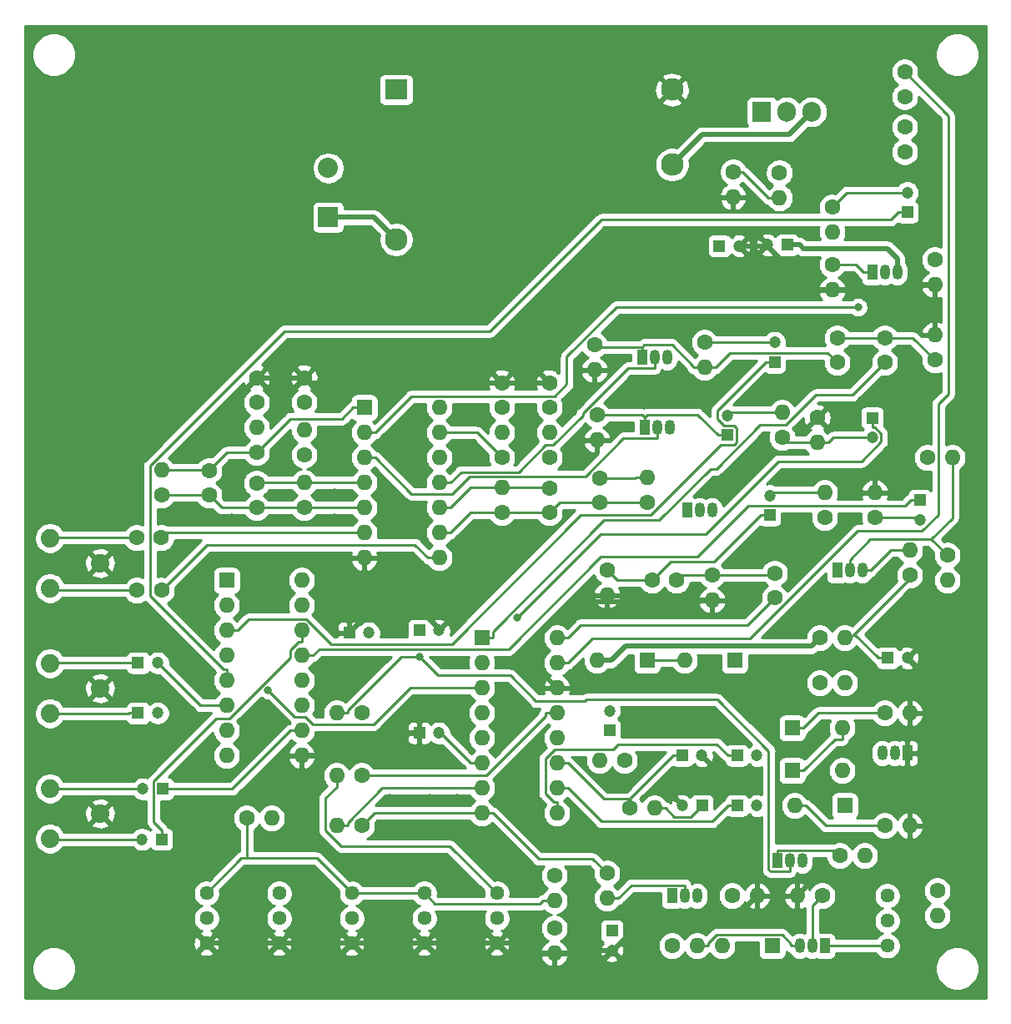
<source format=gbr>
G04 #@! TF.GenerationSoftware,KiCad,Pcbnew,5.1.5-1.fc31*
G04 #@! TF.CreationDate,2020-04-14T19:36:42+03:00*
G04 #@! TF.ProjectId,CBS logic with variable blend,43425320-6c6f-4676-9963-207769746820,rev?*
G04 #@! TF.SameCoordinates,Original*
G04 #@! TF.FileFunction,Copper,L2,Bot*
G04 #@! TF.FilePolarity,Positive*
%FSLAX46Y46*%
G04 Gerber Fmt 4.6, Leading zero omitted, Abs format (unit mm)*
G04 Created by KiCad (PCBNEW 5.1.5-1.fc31) date 2020-04-14 19:36:42*
%MOMM*%
%LPD*%
G04 APERTURE LIST*
%ADD10C,1.879600*%
%ADD11C,1.600000*%
%ADD12C,1.200000*%
%ADD13R,1.200000X1.200000*%
%ADD14O,1.050000X1.500000*%
%ADD15R,1.050000X1.500000*%
%ADD16O,1.600000X1.600000*%
%ADD17C,1.440000*%
%ADD18R,1.600000X1.600000*%
%ADD19C,2.300000*%
%ADD20R,2.300000X2.000000*%
%ADD21R,2.032000X2.032000*%
%ADD22C,2.032000*%
%ADD23R,1.905000X2.000000*%
%ADD24O,1.905000X2.000000*%
%ADD25C,0.800000*%
%ADD26C,0.500000*%
%ADD27C,0.250000*%
%ADD28C,0.254000*%
G04 APERTURE END LIST*
D10*
X98160000Y-133140000D03*
X103240000Y-130600000D03*
X98160000Y-128060000D03*
X98160000Y-120440000D03*
X103240000Y-117900000D03*
X98160000Y-115360000D03*
X98160000Y-107740000D03*
X103240000Y-105200000D03*
X98160000Y-102660000D03*
D11*
X119126000Y-86400000D03*
X119126000Y-88900000D03*
X123952000Y-88900000D03*
X123952000Y-86400000D03*
X114300000Y-98298000D03*
X114300000Y-95798000D03*
X119126000Y-97068000D03*
X119126000Y-99568000D03*
X106934000Y-102616000D03*
X109434000Y-102616000D03*
X109474000Y-107950000D03*
X106974000Y-107950000D03*
X153924000Y-96560000D03*
X153924000Y-99060000D03*
X148844000Y-100076000D03*
X148844000Y-97576000D03*
X144018000Y-89408000D03*
X144018000Y-86908000D03*
X148844000Y-86908000D03*
X148844000Y-89408000D03*
X184912000Y-63460000D03*
X184912000Y-60960000D03*
X184912000Y-55372000D03*
X184912000Y-57872000D03*
D12*
X185166000Y-67596000D03*
D13*
X185166000Y-69596000D03*
X171704000Y-84804000D03*
D12*
X171704000Y-82804000D03*
X166878000Y-90202000D03*
D13*
X166878000Y-92202000D03*
X181610000Y-90456000D03*
D12*
X181610000Y-92456000D03*
X171196000Y-98330000D03*
D13*
X171196000Y-100330000D03*
X186436000Y-98806000D03*
D12*
X186436000Y-100806000D03*
X185166000Y-114808000D03*
D13*
X183166000Y-114808000D03*
X155194000Y-142494000D03*
D12*
X155194000Y-144494000D03*
X137636000Y-112014000D03*
D13*
X135636000Y-112014000D03*
X128524000Y-112268000D03*
D12*
X130524000Y-112268000D03*
X137636000Y-122428000D03*
D13*
X135636000Y-122428000D03*
D12*
X162338000Y-129794000D03*
D13*
X164338000Y-129794000D03*
X162306000Y-124714000D03*
D12*
X164306000Y-124714000D03*
D13*
X167894000Y-129794000D03*
D12*
X169894000Y-129794000D03*
X169894000Y-124714000D03*
D13*
X167894000Y-124714000D03*
X154940000Y-122174000D03*
D12*
X154940000Y-120174000D03*
D14*
X159766000Y-91440000D03*
X161036000Y-91440000D03*
D15*
X158496000Y-91440000D03*
X162814000Y-99822000D03*
D14*
X165354000Y-99822000D03*
X164084000Y-99822000D03*
X182880000Y-75692000D03*
X184150000Y-75692000D03*
D15*
X181610000Y-75692000D03*
X158242000Y-84328000D03*
D14*
X160782000Y-84328000D03*
X159512000Y-84328000D03*
X179324000Y-105918000D03*
X180594000Y-105918000D03*
D15*
X178054000Y-105918000D03*
X171958000Y-135382000D03*
D14*
X174498000Y-135382000D03*
X173228000Y-135382000D03*
X162560000Y-138938000D03*
X163830000Y-138938000D03*
D15*
X161290000Y-138938000D03*
D14*
X183896000Y-124460000D03*
X182626000Y-124460000D03*
D15*
X185166000Y-124460000D03*
X176784000Y-144018000D03*
D14*
X174244000Y-144018000D03*
X175514000Y-144018000D03*
D16*
X119126000Y-91440000D03*
D11*
X119126000Y-93980000D03*
X123952000Y-94234000D03*
D16*
X123952000Y-91694000D03*
X109474000Y-95758000D03*
D11*
X109474000Y-98298000D03*
X123952000Y-99568000D03*
D16*
X123952000Y-97028000D03*
X158750000Y-96520000D03*
D11*
X158750000Y-99060000D03*
D16*
X144018000Y-97536000D03*
D11*
X144018000Y-100076000D03*
D16*
X144018000Y-91948000D03*
D11*
X144018000Y-94488000D03*
X148844000Y-94488000D03*
D16*
X148844000Y-91948000D03*
D11*
X177546000Y-74930000D03*
D16*
X177546000Y-77470000D03*
D11*
X153416000Y-83058000D03*
D16*
X153416000Y-85598000D03*
X153670000Y-92710000D03*
D11*
X153670000Y-90170000D03*
X154686000Y-105918000D03*
D16*
X154686000Y-108458000D03*
D11*
X187960000Y-74422000D03*
D16*
X187960000Y-76962000D03*
D11*
X129794000Y-126746000D03*
D16*
X127254000Y-126746000D03*
X176022000Y-92964000D03*
D11*
X176022000Y-90424000D03*
D16*
X172466000Y-89916000D03*
D11*
X172466000Y-92456000D03*
D16*
X189738000Y-94488000D03*
D11*
X187198000Y-94488000D03*
D16*
X185420000Y-103886000D03*
D11*
X185420000Y-106426000D03*
X189230000Y-104394000D03*
D16*
X189230000Y-106934000D03*
X176784000Y-98044000D03*
D11*
X176784000Y-100584000D03*
X181864000Y-100584000D03*
D16*
X181864000Y-98044000D03*
D11*
X165354000Y-106426000D03*
D16*
X165354000Y-108966000D03*
X178816000Y-112776000D03*
D11*
X176276000Y-112776000D03*
X176276000Y-117348000D03*
D16*
X178816000Y-117348000D03*
D11*
X182880000Y-120396000D03*
D16*
X185420000Y-120396000D03*
D11*
X176530000Y-138938000D03*
D16*
X173990000Y-138938000D03*
D11*
X178308000Y-134874000D03*
D16*
X180848000Y-134874000D03*
X185420000Y-131826000D03*
D11*
X182880000Y-131826000D03*
D16*
X127254000Y-120396000D03*
D11*
X129794000Y-120396000D03*
D16*
X163830000Y-144018000D03*
D11*
X161290000Y-144018000D03*
X167386000Y-138938000D03*
D16*
X169926000Y-138938000D03*
D11*
X129794000Y-131826000D03*
D16*
X127254000Y-131826000D03*
X188214000Y-140970000D03*
D11*
X188214000Y-138430000D03*
D16*
X154686000Y-139192000D03*
D11*
X154686000Y-136652000D03*
D16*
X159512000Y-130048000D03*
D11*
X156972000Y-130048000D03*
X156464000Y-125222000D03*
D16*
X153924000Y-125222000D03*
X149352000Y-139446000D03*
D11*
X149352000Y-136906000D03*
X118110000Y-131064000D03*
D16*
X120650000Y-131064000D03*
X149352000Y-144780000D03*
D11*
X149352000Y-142240000D03*
D16*
X177546000Y-71628000D03*
D11*
X177546000Y-69088000D03*
X164592000Y-82804000D03*
D16*
X164592000Y-85344000D03*
D11*
X187960000Y-84582000D03*
D16*
X187960000Y-82042000D03*
D17*
X183134000Y-138938000D03*
X183134000Y-141478000D03*
X183134000Y-144018000D03*
X143510000Y-138684000D03*
X143510000Y-141224000D03*
X143510000Y-143764000D03*
X114046000Y-143764000D03*
X114046000Y-141224000D03*
X114046000Y-138684000D03*
X121412000Y-143764000D03*
X121412000Y-141224000D03*
X121412000Y-138684000D03*
X128778000Y-138684000D03*
X128778000Y-141224000D03*
X128778000Y-143764000D03*
X136144000Y-143764000D03*
X136144000Y-141224000D03*
X136144000Y-138684000D03*
D18*
X141986000Y-112776000D03*
D16*
X149606000Y-130556000D03*
X141986000Y-115316000D03*
X149606000Y-128016000D03*
X141986000Y-117856000D03*
X149606000Y-125476000D03*
X141986000Y-120396000D03*
X149606000Y-122936000D03*
X141986000Y-122936000D03*
X149606000Y-120396000D03*
X141986000Y-125476000D03*
X149606000Y-117856000D03*
X141986000Y-128016000D03*
X149606000Y-115316000D03*
X141986000Y-130556000D03*
X149606000Y-112776000D03*
D18*
X130048000Y-89408000D03*
D16*
X137668000Y-104648000D03*
X130048000Y-91948000D03*
X137668000Y-102108000D03*
X130048000Y-94488000D03*
X137668000Y-99568000D03*
X130048000Y-97028000D03*
X137668000Y-97028000D03*
X130048000Y-99568000D03*
X137668000Y-94488000D03*
X130048000Y-102108000D03*
X137668000Y-91948000D03*
X130048000Y-104648000D03*
X137668000Y-89408000D03*
X123698000Y-106934000D03*
X116078000Y-124714000D03*
X123698000Y-109474000D03*
X116078000Y-122174000D03*
X123698000Y-112014000D03*
X116078000Y-119634000D03*
X123698000Y-114554000D03*
X116078000Y-117094000D03*
X123698000Y-117094000D03*
X116078000Y-114554000D03*
X123698000Y-119634000D03*
X116078000Y-112014000D03*
X123698000Y-122174000D03*
X116078000Y-109474000D03*
X123698000Y-124714000D03*
D18*
X116078000Y-106934000D03*
D19*
X161300000Y-57150000D03*
D20*
X133300000Y-57150000D03*
D19*
X133300000Y-72350000D03*
X161300000Y-64750000D03*
D12*
X168100000Y-73000000D03*
D13*
X166100000Y-73000000D03*
X173000000Y-72900000D03*
D12*
X171000000Y-72900000D03*
D21*
X126400000Y-70100000D03*
D22*
X126400000Y-65101280D03*
D16*
X167500000Y-68040000D03*
D11*
X167500000Y-65500000D03*
X172200000Y-65600000D03*
D16*
X172200000Y-68140000D03*
D23*
X170400000Y-59400000D03*
D24*
X172940000Y-59400000D03*
X175480000Y-59400000D03*
D11*
X178054000Y-84836000D03*
X178054000Y-82336000D03*
X182880000Y-82336000D03*
X182880000Y-84836000D03*
X161766000Y-106934000D03*
X159266000Y-106934000D03*
X171704000Y-106212000D03*
X171704000Y-108712000D03*
D13*
X107100000Y-115300000D03*
D12*
X109100000Y-115300000D03*
X109100000Y-120400000D03*
D13*
X107100000Y-120400000D03*
X109500000Y-133200000D03*
D12*
X107500000Y-133200000D03*
X107600000Y-128100000D03*
D13*
X109600000Y-128100000D03*
D18*
X173482000Y-121920000D03*
D16*
X178562000Y-121920000D03*
D18*
X173482000Y-126238000D03*
D16*
X178562000Y-126238000D03*
X173736000Y-129794000D03*
D18*
X178816000Y-129794000D03*
D16*
X166370000Y-144018000D03*
D18*
X171450000Y-144018000D03*
D16*
X153670000Y-115062000D03*
D18*
X158750000Y-115062000D03*
X167640000Y-115062000D03*
D16*
X162560000Y-115062000D03*
D25*
X142240000Y-133604000D03*
X136652000Y-131826000D03*
X142494000Y-136144000D03*
X146812000Y-137414000D03*
X136652000Y-129032000D03*
X139446000Y-129032000D03*
X132588000Y-131826000D03*
X146558000Y-120142000D03*
X161290000Y-120904000D03*
X166370000Y-121158000D03*
X159258000Y-120904000D03*
X156972000Y-127254000D03*
X132588000Y-129032000D03*
X113284000Y-125476000D03*
X119634000Y-121412000D03*
X127508000Y-115316000D03*
X139192000Y-115062000D03*
X116586000Y-100584000D03*
X112268000Y-100584000D03*
X127000000Y-100584000D03*
X121666000Y-101092000D03*
X132080000Y-100076000D03*
X132588000Y-92456000D03*
X135382000Y-92456000D03*
X127000000Y-98044000D03*
X127000000Y-93472000D03*
X121666000Y-98298000D03*
X121666000Y-94234000D03*
X116840000Y-95250000D03*
X110490000Y-105156000D03*
X130810000Y-115316000D03*
X159004000Y-87122000D03*
X169418000Y-95250000D03*
X167894000Y-85852000D03*
X173736000Y-86868000D03*
X180086000Y-109474000D03*
X174244000Y-103378000D03*
X170434000Y-103378000D03*
X175006000Y-109220000D03*
X146304000Y-90678000D03*
X140716000Y-90424000D03*
X140462000Y-94234000D03*
X191516000Y-58420000D03*
X191516000Y-63500000D03*
X191262000Y-68580000D03*
X191262000Y-73660000D03*
X191262000Y-78740000D03*
X191262000Y-83820000D03*
X191262000Y-88900000D03*
X191770000Y-92964000D03*
X191770000Y-97790000D03*
X191770000Y-102362000D03*
X191516000Y-109220000D03*
X191516000Y-114300000D03*
X191516000Y-119380000D03*
X191516000Y-124460000D03*
X191516000Y-129540000D03*
X191516000Y-134620000D03*
X191516000Y-139700000D03*
X185420000Y-147574000D03*
X180594000Y-147574000D03*
X172720000Y-147574000D03*
X167894000Y-147574000D03*
X162560000Y-147574000D03*
X157480000Y-147574000D03*
X152400000Y-147574000D03*
X147320000Y-147574000D03*
X142240000Y-147574000D03*
X137160000Y-147574000D03*
X132080000Y-147574000D03*
X127000000Y-147574000D03*
X121920000Y-147574000D03*
X116840000Y-147574000D03*
X111760000Y-147574000D03*
X106680000Y-147574000D03*
X102616000Y-147574000D03*
X96520000Y-142240000D03*
X96520000Y-137160000D03*
X96520000Y-124714000D03*
X96520000Y-111760000D03*
X96520000Y-99568000D03*
X96520000Y-94742000D03*
X96520000Y-89662000D03*
X96520000Y-84328000D03*
X96774000Y-78740000D03*
X96774000Y-73660000D03*
X96774000Y-63754000D03*
X96774000Y-58420000D03*
X104140000Y-52070000D03*
X109220000Y-52070000D03*
X114300000Y-52070000D03*
X119380000Y-52070000D03*
X124460000Y-52070000D03*
X129540000Y-52070000D03*
X134620000Y-52070000D03*
X139700000Y-52070000D03*
X144272000Y-52070000D03*
X149860000Y-52070000D03*
X154940000Y-52070000D03*
X160020000Y-52070000D03*
X165100000Y-52070000D03*
X170180000Y-52070000D03*
X175260000Y-52070000D03*
X180340000Y-52070000D03*
X185420000Y-52070000D03*
X145552000Y-110731600D03*
X135636000Y-114645600D03*
X180184100Y-79224900D03*
X120306200Y-118058800D03*
D26*
X185166000Y-124460000D02*
X185166000Y-125860300D01*
X185166000Y-125860300D02*
X185420000Y-126114300D01*
X185420000Y-126114300D02*
X185420000Y-131826000D01*
X185420000Y-121846300D02*
X185166000Y-122100300D01*
X185166000Y-122100300D02*
X185166000Y-124460000D01*
X185420000Y-120396000D02*
X185420000Y-121846300D01*
X154686000Y-108458000D02*
X154686000Y-109079600D01*
X154686000Y-109079600D02*
X151244500Y-109079600D01*
X151244500Y-109079600D02*
X148116100Y-112208000D01*
X148116100Y-112208000D02*
X148116100Y-116366100D01*
X148116100Y-116366100D02*
X149606000Y-117856000D01*
X163903700Y-108966000D02*
X163790100Y-109079600D01*
X163790100Y-109079600D02*
X154686000Y-109079600D01*
X187960000Y-82042000D02*
X187960000Y-80591700D01*
X186001700Y-77470000D02*
X186509700Y-76962000D01*
X177546000Y-77470000D02*
X186001700Y-77470000D01*
X186001700Y-77470000D02*
X186001700Y-78633400D01*
X186001700Y-78633400D02*
X187960000Y-80591700D01*
X185420000Y-131826000D02*
X185420000Y-133276300D01*
X173990000Y-138938000D02*
X176470800Y-136457200D01*
X176470800Y-136457200D02*
X182239100Y-136457200D01*
X182239100Y-136457200D02*
X185420000Y-133276300D01*
X165354000Y-108966000D02*
X163903700Y-108966000D01*
X155194000Y-144494000D02*
X155337000Y-144494000D01*
X155337000Y-144494000D02*
X159149700Y-140681300D01*
X159149700Y-140681300D02*
X168182700Y-140681300D01*
X168182700Y-140681300D02*
X169926000Y-138938000D01*
X149352000Y-144780000D02*
X150802300Y-144780000D01*
X155194000Y-144494000D02*
X151088300Y-144494000D01*
X151088300Y-144494000D02*
X150802300Y-144780000D01*
X143510000Y-143764000D02*
X136144000Y-143764000D01*
X147901700Y-144780000D02*
X146885700Y-143764000D01*
X146885700Y-143764000D02*
X143510000Y-143764000D01*
X130048000Y-104648000D02*
X130048000Y-106098300D01*
X130059600Y-110732400D02*
X128524000Y-112268000D01*
X137636000Y-112014000D02*
X137636000Y-111839500D01*
X137636000Y-111839500D02*
X136528900Y-110732400D01*
X136528900Y-110732400D02*
X130059600Y-110732400D01*
X130048000Y-106098300D02*
X130059600Y-106109900D01*
X130059600Y-106109900D02*
X130059600Y-110732400D01*
X187960000Y-76962000D02*
X186509700Y-76962000D01*
X171000000Y-73000000D02*
X171000000Y-73059300D01*
X171000000Y-73059300D02*
X175410700Y-77470000D01*
X175410700Y-77470000D02*
X177546000Y-77470000D01*
X144018000Y-86908000D02*
X124460000Y-86908000D01*
X124460000Y-86908000D02*
X123952000Y-86400000D01*
X148844000Y-86908000D02*
X144018000Y-86908000D01*
X123952000Y-86400000D02*
X119126000Y-86400000D01*
X171000000Y-73000000D02*
X171000000Y-72900000D01*
X171000000Y-73000000D02*
X168100000Y-73000000D01*
X148626900Y-144780000D02*
X149352000Y-144780000D01*
X148626900Y-144780000D02*
X147901700Y-144780000D01*
X128778000Y-143764000D02*
X136144000Y-143764000D01*
X121412000Y-143764000D02*
X128778000Y-143764000D01*
X114046000Y-143764000D02*
X121412000Y-143764000D01*
X135636000Y-122428000D02*
X134385700Y-122428000D01*
X123698000Y-124714000D02*
X132099700Y-124714000D01*
X132099700Y-124714000D02*
X134385700Y-122428000D01*
D27*
X106934000Y-102616000D02*
X98204000Y-102616000D01*
X98204000Y-102616000D02*
X98160000Y-102660000D01*
X106974000Y-107950000D02*
X98370000Y-107950000D01*
X98370000Y-107950000D02*
X98160000Y-107740000D01*
X107100000Y-115300000D02*
X98220000Y-115300000D01*
X98220000Y-115300000D02*
X98160000Y-115360000D01*
X107100000Y-120400000D02*
X106174700Y-120400000D01*
X106174700Y-120400000D02*
X106134700Y-120440000D01*
X106134700Y-120440000D02*
X98160000Y-120440000D01*
X107600000Y-128100000D02*
X107560000Y-128060000D01*
X107560000Y-128060000D02*
X98160000Y-128060000D01*
X107500000Y-133200000D02*
X98220000Y-133200000D01*
X98220000Y-133200000D02*
X98160000Y-133140000D01*
X114300000Y-98298000D02*
X115570000Y-99568000D01*
X115570000Y-99568000D02*
X119126000Y-99568000D01*
X109474000Y-98298000D02*
X114300000Y-98298000D01*
X123952000Y-99568000D02*
X119126000Y-99568000D01*
X130048000Y-99568000D02*
X123952000Y-99568000D01*
X114300000Y-95758000D02*
X114300000Y-95798000D01*
X119126000Y-93980000D02*
X116078000Y-93980000D01*
X116078000Y-93980000D02*
X114300000Y-95758000D01*
X114300000Y-95758000D02*
X110599300Y-95758000D01*
X109474000Y-95758000D02*
X110599300Y-95758000D01*
X128922700Y-89408000D02*
X127797400Y-90533300D01*
X127797400Y-90533300D02*
X122572700Y-90533300D01*
X122572700Y-90533300D02*
X119126000Y-93980000D01*
X130048000Y-89408000D02*
X128922700Y-89408000D01*
X123952000Y-97028000D02*
X119166000Y-97028000D01*
X119166000Y-97028000D02*
X119126000Y-97068000D01*
X130048000Y-97028000D02*
X123952000Y-97028000D01*
X130048000Y-102108000D02*
X109942000Y-102108000D01*
X109942000Y-102108000D02*
X109434000Y-102616000D01*
X137668000Y-104648000D02*
X136542700Y-104648000D01*
X136542700Y-104648000D02*
X135200300Y-103305600D01*
X135200300Y-103305600D02*
X114118400Y-103305600D01*
X114118400Y-103305600D02*
X109474000Y-107950000D01*
X158750000Y-96520000D02*
X157624700Y-96520000D01*
X153924000Y-96560000D02*
X157584700Y-96560000D01*
X157584700Y-96560000D02*
X157624700Y-96520000D01*
X137668000Y-91948000D02*
X141478000Y-91948000D01*
X141478000Y-91948000D02*
X144018000Y-94488000D01*
X148844000Y-100076000D02*
X149860000Y-99060000D01*
X149860000Y-99060000D02*
X153924000Y-99060000D01*
X144018000Y-100076000D02*
X148844000Y-100076000D01*
X158750000Y-99060000D02*
X153924000Y-99060000D01*
X138793300Y-102108000D02*
X140825300Y-100076000D01*
X140825300Y-100076000D02*
X144018000Y-100076000D01*
X137668000Y-102108000D02*
X138793300Y-102108000D01*
X144018000Y-97536000D02*
X148804000Y-97536000D01*
X148804000Y-97536000D02*
X148844000Y-97576000D01*
X138793300Y-99568000D02*
X140825300Y-97536000D01*
X140825300Y-97536000D02*
X144018000Y-97536000D01*
X137668000Y-99568000D02*
X138793300Y-99568000D01*
X181610000Y-75692000D02*
X180759700Y-75692000D01*
X177546000Y-74930000D02*
X179997700Y-74930000D01*
X179997700Y-74930000D02*
X180759700Y-75692000D01*
X149606000Y-115316000D02*
X150731300Y-115316000D01*
X150731300Y-115316000D02*
X153211000Y-112836300D01*
X153211000Y-112836300D02*
X169241400Y-112836300D01*
X169241400Y-112836300D02*
X180158800Y-101918900D01*
X180158800Y-101918900D02*
X186687300Y-101918900D01*
X186687300Y-101918900D02*
X188323400Y-100282800D01*
X188323400Y-100282800D02*
X188323400Y-89043000D01*
X188323400Y-89043000D02*
X189325400Y-88041000D01*
X189325400Y-88041000D02*
X189325400Y-59785400D01*
X189325400Y-59785400D02*
X184912000Y-55372000D01*
X177546000Y-69088000D02*
X179038000Y-67596000D01*
X179038000Y-67596000D02*
X185166000Y-67596000D01*
X185166000Y-69596000D02*
X184240700Y-69596000D01*
X116078000Y-117094000D02*
X116078000Y-115968700D01*
X116078000Y-115968700D02*
X115796700Y-115968700D01*
X115796700Y-115968700D02*
X108307300Y-108479300D01*
X108307300Y-108479300D02*
X108307300Y-95316800D01*
X108307300Y-95316800D02*
X121945500Y-81678600D01*
X121945500Y-81678600D02*
X142784700Y-81678600D01*
X142784700Y-81678600D02*
X154105300Y-70358000D01*
X154105300Y-70358000D02*
X183478700Y-70358000D01*
X183478700Y-70358000D02*
X184240700Y-69596000D01*
X171704000Y-84804000D02*
X170778700Y-84804000D01*
X116078000Y-112014000D02*
X117203300Y-112014000D01*
X117203300Y-112014000D02*
X118329800Y-110887500D01*
X118329800Y-110887500D02*
X124195400Y-110887500D01*
X124195400Y-110887500D02*
X126702700Y-113394800D01*
X126702700Y-113394800D02*
X138943500Y-113394800D01*
X138943500Y-113394800D02*
X152051800Y-100286500D01*
X152051800Y-100286500D02*
X159145100Y-100286500D01*
X159145100Y-100286500D02*
X166210900Y-93220700D01*
X166210900Y-93220700D02*
X167578100Y-93220700D01*
X167578100Y-93220700D02*
X167830700Y-92968100D01*
X167830700Y-92968100D02*
X167830700Y-91494600D01*
X167830700Y-91494600D02*
X167612700Y-91276600D01*
X167612700Y-91276600D02*
X166619700Y-91276600D01*
X166619700Y-91276600D02*
X165904900Y-90561800D01*
X165904900Y-90561800D02*
X165904900Y-89677800D01*
X165904900Y-89677800D02*
X170778700Y-84804000D01*
X164592000Y-82804000D02*
X171704000Y-82804000D01*
X187960000Y-84582000D02*
X185714000Y-82336000D01*
X185714000Y-82336000D02*
X182880000Y-82336000D01*
X178054000Y-82336000D02*
X182880000Y-82336000D01*
X164592000Y-85344000D02*
X165717300Y-85344000D01*
X165717300Y-85344000D02*
X167182700Y-83878600D01*
X167182700Y-83878600D02*
X177096600Y-83878600D01*
X177096600Y-83878600D02*
X178054000Y-84836000D01*
X164029400Y-85344000D02*
X164592000Y-85344000D01*
X164029400Y-85344000D02*
X163466700Y-85344000D01*
X163466700Y-85344000D02*
X163466700Y-85203300D01*
X163466700Y-85203300D02*
X161301100Y-83037700D01*
X161301100Y-83037700D02*
X158457000Y-83037700D01*
X158457000Y-83037700D02*
X158242000Y-83252700D01*
X153416000Y-83058000D02*
X153610700Y-83252700D01*
X153610700Y-83252700D02*
X158242000Y-83252700D01*
X158242000Y-84328000D02*
X158242000Y-83252700D01*
X182880000Y-84836000D02*
X179580400Y-88135600D01*
X179580400Y-88135600D02*
X175879100Y-88135600D01*
X175879100Y-88135600D02*
X172828700Y-91186000D01*
X172828700Y-91186000D02*
X170249700Y-91186000D01*
X170249700Y-91186000D02*
X165823800Y-95611900D01*
X165823800Y-95611900D02*
X165186900Y-95611900D01*
X165186900Y-95611900D02*
X159961200Y-100837600D01*
X159961200Y-100837600D02*
X154420300Y-100837600D01*
X154420300Y-100837600D02*
X143111300Y-112146600D01*
X143111300Y-112146600D02*
X143111300Y-112776000D01*
X141986000Y-112776000D02*
X143111300Y-112776000D01*
X172466000Y-89916000D02*
X167164000Y-89916000D01*
X167164000Y-89916000D02*
X166878000Y-90202000D01*
X153670000Y-90170000D02*
X158301300Y-90170000D01*
X158301300Y-90170000D02*
X158496000Y-90364700D01*
X166878000Y-92202000D02*
X165952700Y-92202000D01*
X158496000Y-91440000D02*
X158496000Y-90364700D01*
X158496000Y-90364700D02*
X158754900Y-90105800D01*
X158754900Y-90105800D02*
X163856500Y-90105800D01*
X163856500Y-90105800D02*
X165952700Y-92202000D01*
X181610000Y-90456000D02*
X181610000Y-91381300D01*
X145552000Y-110731600D02*
X154042300Y-102241300D01*
X154042300Y-102241300D02*
X164693500Y-102241300D01*
X164693500Y-102241300D02*
X172089800Y-94845000D01*
X172089800Y-94845000D02*
X180545000Y-94845000D01*
X180545000Y-94845000D02*
X182535300Y-92854700D01*
X182535300Y-92854700D02*
X182535300Y-92046300D01*
X182535300Y-92046300D02*
X181870300Y-91381300D01*
X181870300Y-91381300D02*
X181610000Y-91381300D01*
X176022000Y-92964000D02*
X177147300Y-92964000D01*
X177147300Y-92964000D02*
X177655300Y-92456000D01*
X177655300Y-92456000D02*
X181610000Y-92456000D01*
X172466000Y-92456000D02*
X172974000Y-92964000D01*
X172974000Y-92964000D02*
X176022000Y-92964000D01*
X176784000Y-98044000D02*
X171482000Y-98044000D01*
X171482000Y-98044000D02*
X171196000Y-98330000D01*
X171196000Y-100330000D02*
X170270700Y-100330000D01*
X170270700Y-100330000D02*
X165582800Y-105017900D01*
X165582800Y-105017900D02*
X161182100Y-105017900D01*
X161182100Y-105017900D02*
X159266000Y-106934000D01*
X154686000Y-105918000D02*
X155702000Y-106934000D01*
X155702000Y-106934000D02*
X159266000Y-106934000D01*
X185510700Y-98806000D02*
X184912000Y-99404700D01*
X184912000Y-99404700D02*
X169066400Y-99404700D01*
X169066400Y-99404700D02*
X163903600Y-104567500D01*
X163903600Y-104567500D02*
X154083400Y-104567500D01*
X154083400Y-104567500D02*
X144749500Y-113901400D01*
X144749500Y-113901400D02*
X125475900Y-113901400D01*
X125475900Y-113901400D02*
X124823300Y-114554000D01*
X186436000Y-98806000D02*
X185510700Y-98806000D01*
X123698000Y-114554000D02*
X124823300Y-114554000D01*
X181864000Y-100584000D02*
X186214000Y-100584000D01*
X186214000Y-100584000D02*
X186436000Y-100806000D01*
X165354000Y-106426000D02*
X171490000Y-106426000D01*
X171490000Y-106426000D02*
X171704000Y-106212000D01*
X161766000Y-106934000D02*
X162274000Y-106426000D01*
X162274000Y-106426000D02*
X165354000Y-106426000D01*
X171704000Y-108712000D02*
X168951900Y-111464100D01*
X168951900Y-111464100D02*
X152043200Y-111464100D01*
X152043200Y-111464100D02*
X150731300Y-112776000D01*
X149606000Y-112776000D02*
X150731300Y-112776000D01*
X179793700Y-112361000D02*
X185420000Y-106734700D01*
X185420000Y-106734700D02*
X185420000Y-106426000D01*
X179378700Y-112776000D02*
X179793700Y-112361000D01*
X179793700Y-112361000D02*
X182240700Y-114808000D01*
X183166000Y-114808000D02*
X182240700Y-114808000D01*
X178816000Y-112776000D02*
X179378700Y-112776000D01*
X154686000Y-139192000D02*
X155811300Y-139192000D01*
X162560000Y-138938000D02*
X162560000Y-137862700D01*
X162560000Y-137862700D02*
X157140600Y-137862700D01*
X157140600Y-137862700D02*
X155811300Y-139192000D01*
X173228000Y-135382000D02*
X173228000Y-136457300D01*
X173228000Y-136457300D02*
X171293800Y-136457300D01*
X171293800Y-136457300D02*
X171107700Y-136271200D01*
X171107700Y-136271200D02*
X171107700Y-124267900D01*
X171107700Y-124267900D02*
X165875400Y-119035600D01*
X165875400Y-119035600D02*
X152619200Y-119035600D01*
X152619200Y-119035600D02*
X152445400Y-119209400D01*
X152445400Y-119209400D02*
X147486500Y-119209400D01*
X147486500Y-119209400D02*
X144863100Y-116586000D01*
X144863100Y-116586000D02*
X137576400Y-116586000D01*
X137576400Y-116586000D02*
X135636000Y-114645600D01*
X127254000Y-120396000D02*
X128379300Y-120396000D01*
X128379300Y-120396000D02*
X128379300Y-120114700D01*
X128379300Y-120114700D02*
X133848400Y-114645600D01*
X133848400Y-114645600D02*
X135636000Y-114645600D01*
X141986000Y-125476000D02*
X140860700Y-125476000D01*
X140860700Y-125476000D02*
X137812700Y-122428000D01*
X137812700Y-122428000D02*
X137636000Y-122428000D01*
X159512000Y-130048000D02*
X160637300Y-130048000D01*
X160637300Y-130048000D02*
X161538600Y-130949300D01*
X161538600Y-130949300D02*
X163182700Y-130949300D01*
X163182700Y-130949300D02*
X164338000Y-129794000D01*
X149606000Y-125476000D02*
X150731300Y-125476000D01*
X156972000Y-129122700D02*
X161380700Y-124714000D01*
X156972000Y-130048000D02*
X156972000Y-129122700D01*
X150731300Y-125476000D02*
X154378000Y-129122700D01*
X154378000Y-129122700D02*
X156972000Y-129122700D01*
X162306000Y-124714000D02*
X161380700Y-124714000D01*
X150731300Y-128016000D02*
X154116600Y-131401300D01*
X154116600Y-131401300D02*
X165361400Y-131401300D01*
X165361400Y-131401300D02*
X166968700Y-129794000D01*
X167894000Y-129794000D02*
X166968700Y-129794000D01*
X149606000Y-128016000D02*
X150731300Y-128016000D01*
X167894000Y-124714000D02*
X166968700Y-124714000D01*
X149606000Y-130556000D02*
X149606000Y-129430700D01*
X149606000Y-129430700D02*
X149324700Y-129430700D01*
X149324700Y-129430700D02*
X148446800Y-128552800D01*
X148446800Y-128552800D02*
X148446800Y-125029400D01*
X148446800Y-125029400D02*
X149414800Y-124061400D01*
X149414800Y-124061400D02*
X155348000Y-124061400D01*
X155348000Y-124061400D02*
X155836500Y-123572900D01*
X155836500Y-123572900D02*
X165827600Y-123572900D01*
X165827600Y-123572900D02*
X166968700Y-124714000D01*
X116078000Y-119634000D02*
X113434000Y-119634000D01*
X113434000Y-119634000D02*
X109100000Y-115300000D01*
X109500000Y-133200000D02*
X109500000Y-132274700D01*
X123698000Y-112014000D02*
X123698000Y-113139300D01*
X123698000Y-113139300D02*
X123416600Y-113139300D01*
X123416600Y-113139300D02*
X122572700Y-113983200D01*
X122572700Y-113983200D02*
X122572700Y-114734600D01*
X122572700Y-114734600D02*
X116344100Y-120963200D01*
X116344100Y-120963200D02*
X115029300Y-120963200D01*
X115029300Y-120963200D02*
X108674600Y-127317900D01*
X108674600Y-127317900D02*
X108674600Y-131449300D01*
X108674600Y-131449300D02*
X109500000Y-132274700D01*
X123698000Y-122174000D02*
X122572700Y-122174000D01*
X122572700Y-122174000D02*
X116646700Y-128100000D01*
X116646700Y-128100000D02*
X109600000Y-128100000D01*
X178562000Y-121920000D02*
X178562000Y-123045300D01*
X173482000Y-126238000D02*
X174607300Y-126238000D01*
X174607300Y-126238000D02*
X177800000Y-123045300D01*
X177800000Y-123045300D02*
X178562000Y-123045300D01*
X173482000Y-121920000D02*
X174607300Y-121920000D01*
X174607300Y-121920000D02*
X176131300Y-120396000D01*
X176131300Y-120396000D02*
X182880000Y-120396000D01*
X173736000Y-129794000D02*
X174861300Y-129794000D01*
X182880000Y-131826000D02*
X176893300Y-131826000D01*
X176893300Y-131826000D02*
X174861300Y-129794000D01*
D26*
X173000000Y-72900000D02*
X174250300Y-72900000D01*
X184150000Y-75692000D02*
X184150000Y-74291700D01*
X184150000Y-74291700D02*
X183137300Y-73279000D01*
X183137300Y-73279000D02*
X174629300Y-73279000D01*
X174629300Y-73279000D02*
X174250300Y-72900000D01*
X153670000Y-115062000D02*
X155120300Y-115062000D01*
X155120300Y-115062000D02*
X156570600Y-113611700D01*
X156570600Y-113611700D02*
X175440300Y-113611700D01*
X175440300Y-113611700D02*
X176276000Y-112776000D01*
D27*
X158750000Y-115062000D02*
X162560000Y-115062000D01*
X176530000Y-138938000D02*
X175514000Y-139954000D01*
X175514000Y-139954000D02*
X175514000Y-144018000D01*
X131173300Y-94488000D02*
X134841400Y-98156100D01*
X134841400Y-98156100D02*
X138973500Y-98156100D01*
X138973500Y-98156100D02*
X140723700Y-96405900D01*
X140723700Y-96405900D02*
X152485400Y-96405900D01*
X152485400Y-96405900D02*
X156376000Y-92515300D01*
X156376000Y-92515300D02*
X159766000Y-92515300D01*
X159766000Y-91440000D02*
X159766000Y-92515300D01*
X130048000Y-94488000D02*
X131173300Y-94488000D01*
X130048000Y-91948000D02*
X131173300Y-91948000D01*
X131173300Y-91948000D02*
X134863200Y-88258100D01*
X134863200Y-88258100D02*
X149379700Y-88258100D01*
X149379700Y-88258100D02*
X150617300Y-87020500D01*
X150617300Y-87020500D02*
X150617300Y-84249400D01*
X150617300Y-84249400D02*
X155641800Y-79224900D01*
X155641800Y-79224900D02*
X180184100Y-79224900D01*
X159512000Y-84328000D02*
X159512000Y-85403300D01*
X137668000Y-97028000D02*
X138793300Y-97028000D01*
X138793300Y-97028000D02*
X139877600Y-95943700D01*
X139877600Y-95943700D02*
X145745500Y-95943700D01*
X145745500Y-95943700D02*
X148471200Y-93218000D01*
X148471200Y-93218000D02*
X149223600Y-93218000D01*
X149223600Y-93218000D02*
X152243900Y-90197700D01*
X152243900Y-90197700D02*
X152243900Y-89979800D01*
X152243900Y-89979800D02*
X156820400Y-85403300D01*
X156820400Y-85403300D02*
X159512000Y-85403300D01*
X179324000Y-104842700D02*
X181417100Y-102749600D01*
X181417100Y-102749600D02*
X187585600Y-102749600D01*
X187585600Y-102749600D02*
X189230000Y-104394000D01*
X189738000Y-94488000D02*
X189738000Y-100597200D01*
X189738000Y-100597200D02*
X187585600Y-102749600D01*
X179324000Y-105918000D02*
X179324000Y-104842700D01*
X180594000Y-105918000D02*
X181444300Y-105918000D01*
X185420000Y-103886000D02*
X183476300Y-103886000D01*
X183476300Y-103886000D02*
X181444300Y-105918000D01*
X171958000Y-135382000D02*
X171958000Y-134306700D01*
X178308000Y-134874000D02*
X177740700Y-134306700D01*
X177740700Y-134306700D02*
X171958000Y-134306700D01*
X183134000Y-144018000D02*
X176784000Y-144018000D01*
X163830000Y-144018000D02*
X164955300Y-144018000D01*
X174244000Y-144018000D02*
X173393700Y-144018000D01*
X173393700Y-144018000D02*
X173393700Y-143805400D01*
X173393700Y-143805400D02*
X172481000Y-142892700D01*
X172481000Y-142892700D02*
X165799200Y-142892700D01*
X165799200Y-142892700D02*
X164955300Y-143736600D01*
X164955300Y-143736600D02*
X164955300Y-144018000D01*
X149606000Y-120396000D02*
X148480700Y-120396000D01*
X148480700Y-120396000D02*
X148480700Y-120677300D01*
X148480700Y-120677300D02*
X142412000Y-126746000D01*
X142412000Y-126746000D02*
X129794000Y-126746000D01*
X127254000Y-126746000D02*
X127254000Y-127871300D01*
X143510000Y-138684000D02*
X138722200Y-133896200D01*
X138722200Y-133896200D02*
X127711800Y-133896200D01*
X127711800Y-133896200D02*
X126128700Y-132313100D01*
X126128700Y-132313100D02*
X126128700Y-128996600D01*
X126128700Y-128996600D02*
X127254000Y-127871300D01*
X127254000Y-131826000D02*
X128379300Y-131826000D01*
X141986000Y-128016000D02*
X131908000Y-128016000D01*
X131908000Y-128016000D02*
X128379300Y-131544700D01*
X128379300Y-131544700D02*
X128379300Y-131826000D01*
X141986000Y-130556000D02*
X143111300Y-130556000D01*
X143111300Y-130556000D02*
X147762900Y-135207600D01*
X147762900Y-135207600D02*
X153241600Y-135207600D01*
X153241600Y-135207600D02*
X154686000Y-136652000D01*
X141986000Y-130556000D02*
X131064000Y-130556000D01*
X131064000Y-130556000D02*
X129794000Y-131826000D01*
X118110000Y-135132300D02*
X117597700Y-135132300D01*
X117597700Y-135132300D02*
X114046000Y-138684000D01*
X128778000Y-138684000D02*
X125226300Y-135132300D01*
X125226300Y-135132300D02*
X118110000Y-135132300D01*
X118110000Y-135132300D02*
X118110000Y-131064000D01*
X136144000Y-138684000D02*
X128778000Y-138684000D01*
X149352000Y-139446000D02*
X148226700Y-139446000D01*
X136144000Y-138684000D02*
X137223500Y-139763500D01*
X137223500Y-139763500D02*
X147909200Y-139763500D01*
X147909200Y-139763500D02*
X148226700Y-139446000D01*
X120306200Y-118058800D02*
X123006800Y-120759400D01*
X123006800Y-120759400D02*
X124061400Y-120759400D01*
X124061400Y-120759400D02*
X124846900Y-121544900D01*
X124846900Y-121544900D02*
X131027100Y-121544900D01*
X131027100Y-121544900D02*
X134716000Y-117856000D01*
X134716000Y-117856000D02*
X141986000Y-117856000D01*
X172200000Y-68140000D02*
X171074700Y-68140000D01*
X171074700Y-68140000D02*
X168434700Y-65500000D01*
X168434700Y-65500000D02*
X167500000Y-65500000D01*
D26*
X175480000Y-59400000D02*
X173192800Y-61687200D01*
X173192800Y-61687200D02*
X164362800Y-61687200D01*
X164362800Y-61687200D02*
X161300000Y-64750000D01*
X126400000Y-70100000D02*
X131050000Y-70100000D01*
X131050000Y-70100000D02*
X133300000Y-72350000D01*
D28*
G36*
X193142000Y-50697746D02*
G01*
X193142001Y-149340000D01*
X95660000Y-149340000D01*
X95660000Y-146083872D01*
X96317000Y-146083872D01*
X96317000Y-146524128D01*
X96402890Y-146955925D01*
X96571369Y-147362669D01*
X96815962Y-147728729D01*
X97127271Y-148040038D01*
X97493331Y-148284631D01*
X97900075Y-148453110D01*
X98331872Y-148539000D01*
X98772128Y-148539000D01*
X99203925Y-148453110D01*
X99610669Y-148284631D01*
X99976729Y-148040038D01*
X100288038Y-147728729D01*
X100532631Y-147362669D01*
X100701110Y-146955925D01*
X100787000Y-146524128D01*
X100787000Y-146083872D01*
X100701110Y-145652075D01*
X100532631Y-145245331D01*
X100454928Y-145129040D01*
X147960091Y-145129040D01*
X148054930Y-145393881D01*
X148199615Y-145635131D01*
X148388586Y-145843519D01*
X148614580Y-146011037D01*
X148868913Y-146131246D01*
X149002961Y-146171904D01*
X149225000Y-146049915D01*
X149225000Y-144907000D01*
X149479000Y-144907000D01*
X149479000Y-146049915D01*
X149701039Y-146171904D01*
X149835087Y-146131246D01*
X149935318Y-146083872D01*
X188011000Y-146083872D01*
X188011000Y-146524128D01*
X188096890Y-146955925D01*
X188265369Y-147362669D01*
X188509962Y-147728729D01*
X188821271Y-148040038D01*
X189187331Y-148284631D01*
X189594075Y-148453110D01*
X190025872Y-148539000D01*
X190466128Y-148539000D01*
X190897925Y-148453110D01*
X191304669Y-148284631D01*
X191670729Y-148040038D01*
X191982038Y-147728729D01*
X192226631Y-147362669D01*
X192395110Y-146955925D01*
X192481000Y-146524128D01*
X192481000Y-146083872D01*
X192395110Y-145652075D01*
X192226631Y-145245331D01*
X191982038Y-144879271D01*
X191670729Y-144567962D01*
X191304669Y-144323369D01*
X190897925Y-144154890D01*
X190466128Y-144069000D01*
X190025872Y-144069000D01*
X189594075Y-144154890D01*
X189187331Y-144323369D01*
X188821271Y-144567962D01*
X188509962Y-144879271D01*
X188265369Y-145245331D01*
X188096890Y-145652075D01*
X188011000Y-146083872D01*
X149935318Y-146083872D01*
X150089420Y-146011037D01*
X150315414Y-145843519D01*
X150504385Y-145635131D01*
X150649070Y-145393881D01*
X150667016Y-145343764D01*
X154523841Y-145343764D01*
X154571148Y-145567348D01*
X154792516Y-145668237D01*
X155029313Y-145724000D01*
X155272438Y-145732495D01*
X155512549Y-145693395D01*
X155740418Y-145608202D01*
X155816852Y-145567348D01*
X155864159Y-145343764D01*
X155194000Y-144673605D01*
X154523841Y-145343764D01*
X150667016Y-145343764D01*
X150743909Y-145129040D01*
X150622624Y-144907000D01*
X149479000Y-144907000D01*
X149225000Y-144907000D01*
X148081376Y-144907000D01*
X147960091Y-145129040D01*
X100454928Y-145129040D01*
X100288038Y-144879271D01*
X100108327Y-144699560D01*
X113290045Y-144699560D01*
X113351932Y-144935368D01*
X113593790Y-145048266D01*
X113853027Y-145111811D01*
X114119680Y-145123561D01*
X114383501Y-145083063D01*
X114634353Y-144991875D01*
X114740068Y-144935368D01*
X114801955Y-144699560D01*
X120656045Y-144699560D01*
X120717932Y-144935368D01*
X120959790Y-145048266D01*
X121219027Y-145111811D01*
X121485680Y-145123561D01*
X121749501Y-145083063D01*
X122000353Y-144991875D01*
X122106068Y-144935368D01*
X122167955Y-144699560D01*
X128022045Y-144699560D01*
X128083932Y-144935368D01*
X128325790Y-145048266D01*
X128585027Y-145111811D01*
X128851680Y-145123561D01*
X129115501Y-145083063D01*
X129366353Y-144991875D01*
X129472068Y-144935368D01*
X129533955Y-144699560D01*
X135388045Y-144699560D01*
X135449932Y-144935368D01*
X135691790Y-145048266D01*
X135951027Y-145111811D01*
X136217680Y-145123561D01*
X136481501Y-145083063D01*
X136732353Y-144991875D01*
X136838068Y-144935368D01*
X136899955Y-144699560D01*
X142754045Y-144699560D01*
X142815932Y-144935368D01*
X143057790Y-145048266D01*
X143317027Y-145111811D01*
X143583680Y-145123561D01*
X143847501Y-145083063D01*
X144098353Y-144991875D01*
X144204068Y-144935368D01*
X144265955Y-144699560D01*
X143510000Y-143943605D01*
X142754045Y-144699560D01*
X136899955Y-144699560D01*
X136144000Y-143943605D01*
X135388045Y-144699560D01*
X129533955Y-144699560D01*
X128778000Y-143943605D01*
X128022045Y-144699560D01*
X122167955Y-144699560D01*
X121412000Y-143943605D01*
X120656045Y-144699560D01*
X114801955Y-144699560D01*
X114046000Y-143943605D01*
X113290045Y-144699560D01*
X100108327Y-144699560D01*
X99976729Y-144567962D01*
X99610669Y-144323369D01*
X99203925Y-144154890D01*
X98772128Y-144069000D01*
X98331872Y-144069000D01*
X97900075Y-144154890D01*
X97493331Y-144323369D01*
X97127271Y-144567962D01*
X96815962Y-144879271D01*
X96571369Y-145245331D01*
X96402890Y-145652075D01*
X96317000Y-146083872D01*
X95660000Y-146083872D01*
X95660000Y-143837680D01*
X112686439Y-143837680D01*
X112726937Y-144101501D01*
X112818125Y-144352353D01*
X112874632Y-144458068D01*
X113110440Y-144519955D01*
X113866395Y-143764000D01*
X114225605Y-143764000D01*
X114981560Y-144519955D01*
X115217368Y-144458068D01*
X115330266Y-144216210D01*
X115393811Y-143956973D01*
X115399067Y-143837680D01*
X120052439Y-143837680D01*
X120092937Y-144101501D01*
X120184125Y-144352353D01*
X120240632Y-144458068D01*
X120476440Y-144519955D01*
X121232395Y-143764000D01*
X121591605Y-143764000D01*
X122347560Y-144519955D01*
X122583368Y-144458068D01*
X122696266Y-144216210D01*
X122759811Y-143956973D01*
X122765067Y-143837680D01*
X127418439Y-143837680D01*
X127458937Y-144101501D01*
X127550125Y-144352353D01*
X127606632Y-144458068D01*
X127842440Y-144519955D01*
X128598395Y-143764000D01*
X128957605Y-143764000D01*
X129713560Y-144519955D01*
X129949368Y-144458068D01*
X130062266Y-144216210D01*
X130125811Y-143956973D01*
X130131067Y-143837680D01*
X134784439Y-143837680D01*
X134824937Y-144101501D01*
X134916125Y-144352353D01*
X134972632Y-144458068D01*
X135208440Y-144519955D01*
X135964395Y-143764000D01*
X136323605Y-143764000D01*
X137079560Y-144519955D01*
X137315368Y-144458068D01*
X137428266Y-144216210D01*
X137491811Y-143956973D01*
X137497067Y-143837680D01*
X142150439Y-143837680D01*
X142190937Y-144101501D01*
X142282125Y-144352353D01*
X142338632Y-144458068D01*
X142574440Y-144519955D01*
X143330395Y-143764000D01*
X143689605Y-143764000D01*
X144445560Y-144519955D01*
X144681368Y-144458068D01*
X144794266Y-144216210D01*
X144857811Y-143956973D01*
X144869561Y-143690320D01*
X144829063Y-143426499D01*
X144737875Y-143175647D01*
X144681368Y-143069932D01*
X144445560Y-143008045D01*
X143689605Y-143764000D01*
X143330395Y-143764000D01*
X142574440Y-143008045D01*
X142338632Y-143069932D01*
X142225734Y-143311790D01*
X142162189Y-143571027D01*
X142150439Y-143837680D01*
X137497067Y-143837680D01*
X137503561Y-143690320D01*
X137463063Y-143426499D01*
X137371875Y-143175647D01*
X137315368Y-143069932D01*
X137079560Y-143008045D01*
X136323605Y-143764000D01*
X135964395Y-143764000D01*
X135208440Y-143008045D01*
X134972632Y-143069932D01*
X134859734Y-143311790D01*
X134796189Y-143571027D01*
X134784439Y-143837680D01*
X130131067Y-143837680D01*
X130137561Y-143690320D01*
X130097063Y-143426499D01*
X130005875Y-143175647D01*
X129949368Y-143069932D01*
X129713560Y-143008045D01*
X128957605Y-143764000D01*
X128598395Y-143764000D01*
X127842440Y-143008045D01*
X127606632Y-143069932D01*
X127493734Y-143311790D01*
X127430189Y-143571027D01*
X127418439Y-143837680D01*
X122765067Y-143837680D01*
X122771561Y-143690320D01*
X122731063Y-143426499D01*
X122639875Y-143175647D01*
X122583368Y-143069932D01*
X122347560Y-143008045D01*
X121591605Y-143764000D01*
X121232395Y-143764000D01*
X120476440Y-143008045D01*
X120240632Y-143069932D01*
X120127734Y-143311790D01*
X120064189Y-143571027D01*
X120052439Y-143837680D01*
X115399067Y-143837680D01*
X115405561Y-143690320D01*
X115365063Y-143426499D01*
X115273875Y-143175647D01*
X115217368Y-143069932D01*
X114981560Y-143008045D01*
X114225605Y-143764000D01*
X113866395Y-143764000D01*
X113110440Y-143008045D01*
X112874632Y-143069932D01*
X112761734Y-143311790D01*
X112698189Y-143571027D01*
X112686439Y-143837680D01*
X95660000Y-143837680D01*
X95660000Y-130664977D01*
X101658916Y-130664977D01*
X101701973Y-130972184D01*
X101804135Y-131265086D01*
X101889277Y-131424377D01*
X102147524Y-131512871D01*
X103060395Y-130600000D01*
X103419605Y-130600000D01*
X104332476Y-131512871D01*
X104590723Y-131424377D01*
X104725597Y-131145024D01*
X104803381Y-130844725D01*
X104821084Y-130535023D01*
X104778027Y-130227816D01*
X104675865Y-129934914D01*
X104590723Y-129775623D01*
X104332476Y-129687129D01*
X103419605Y-130600000D01*
X103060395Y-130600000D01*
X102147524Y-129687129D01*
X101889277Y-129775623D01*
X101754403Y-130054976D01*
X101676619Y-130355275D01*
X101658916Y-130664977D01*
X95660000Y-130664977D01*
X95660000Y-120284896D01*
X96585200Y-120284896D01*
X96585200Y-120595104D01*
X96645718Y-120899352D01*
X96764430Y-121185948D01*
X96936773Y-121443877D01*
X97156123Y-121663227D01*
X97414052Y-121835570D01*
X97700648Y-121954282D01*
X98004896Y-122014800D01*
X98315104Y-122014800D01*
X98619352Y-121954282D01*
X98905948Y-121835570D01*
X99163877Y-121663227D01*
X99383227Y-121443877D01*
X99546181Y-121200000D01*
X105897096Y-121200000D01*
X105910498Y-121244180D01*
X105969463Y-121354494D01*
X106048815Y-121451185D01*
X106145506Y-121530537D01*
X106255820Y-121589502D01*
X106375518Y-121625812D01*
X106500000Y-121638072D01*
X107700000Y-121638072D01*
X107824482Y-121625812D01*
X107944180Y-121589502D01*
X108054494Y-121530537D01*
X108151185Y-121451185D01*
X108230537Y-121354494D01*
X108257499Y-121304053D01*
X108312733Y-121359287D01*
X108515008Y-121494443D01*
X108739764Y-121587540D01*
X108978363Y-121635000D01*
X109221637Y-121635000D01*
X109460236Y-121587540D01*
X109684992Y-121494443D01*
X109887267Y-121359287D01*
X110059287Y-121187267D01*
X110194443Y-120984992D01*
X110287540Y-120760236D01*
X110335000Y-120521637D01*
X110335000Y-120278363D01*
X110287540Y-120039764D01*
X110194443Y-119815008D01*
X110059287Y-119612733D01*
X109887267Y-119440713D01*
X109684992Y-119305557D01*
X109460236Y-119212460D01*
X109221637Y-119165000D01*
X108978363Y-119165000D01*
X108739764Y-119212460D01*
X108515008Y-119305557D01*
X108312733Y-119440713D01*
X108257499Y-119495947D01*
X108230537Y-119445506D01*
X108151185Y-119348815D01*
X108054494Y-119269463D01*
X107944180Y-119210498D01*
X107824482Y-119174188D01*
X107700000Y-119161928D01*
X106500000Y-119161928D01*
X106375518Y-119174188D01*
X106255820Y-119210498D01*
X106145506Y-119269463D01*
X106048815Y-119348815D01*
X105969463Y-119445506D01*
X105910498Y-119555820D01*
X105874188Y-119675518D01*
X105873747Y-119680000D01*
X99546181Y-119680000D01*
X99383227Y-119436123D01*
X99163877Y-119216773D01*
X98905948Y-119044430D01*
X98780521Y-118992476D01*
X102327129Y-118992476D01*
X102415623Y-119250723D01*
X102694976Y-119385597D01*
X102995275Y-119463381D01*
X103304977Y-119481084D01*
X103612184Y-119438027D01*
X103905086Y-119335865D01*
X104064377Y-119250723D01*
X104152871Y-118992476D01*
X103240000Y-118079605D01*
X102327129Y-118992476D01*
X98780521Y-118992476D01*
X98619352Y-118925718D01*
X98315104Y-118865200D01*
X98004896Y-118865200D01*
X97700648Y-118925718D01*
X97414052Y-119044430D01*
X97156123Y-119216773D01*
X96936773Y-119436123D01*
X96764430Y-119694052D01*
X96645718Y-119980648D01*
X96585200Y-120284896D01*
X95660000Y-120284896D01*
X95660000Y-117964977D01*
X101658916Y-117964977D01*
X101701973Y-118272184D01*
X101804135Y-118565086D01*
X101889277Y-118724377D01*
X102147524Y-118812871D01*
X103060395Y-117900000D01*
X103419605Y-117900000D01*
X104332476Y-118812871D01*
X104590723Y-118724377D01*
X104725597Y-118445024D01*
X104803381Y-118144725D01*
X104821084Y-117835023D01*
X104778027Y-117527816D01*
X104675865Y-117234914D01*
X104590723Y-117075623D01*
X104332476Y-116987129D01*
X103419605Y-117900000D01*
X103060395Y-117900000D01*
X102147524Y-116987129D01*
X101889277Y-117075623D01*
X101754403Y-117354976D01*
X101676619Y-117655275D01*
X101658916Y-117964977D01*
X95660000Y-117964977D01*
X95660000Y-105264977D01*
X101658916Y-105264977D01*
X101701973Y-105572184D01*
X101804135Y-105865086D01*
X101889277Y-106024377D01*
X102147524Y-106112871D01*
X103060395Y-105200000D01*
X103419605Y-105200000D01*
X104332476Y-106112871D01*
X104590723Y-106024377D01*
X104725597Y-105745024D01*
X104803381Y-105444725D01*
X104821084Y-105135023D01*
X104778027Y-104827816D01*
X104675865Y-104534914D01*
X104590723Y-104375623D01*
X104332476Y-104287129D01*
X103419605Y-105200000D01*
X103060395Y-105200000D01*
X102147524Y-104287129D01*
X101889277Y-104375623D01*
X101754403Y-104654976D01*
X101676619Y-104955275D01*
X101658916Y-105264977D01*
X95660000Y-105264977D01*
X95660000Y-102504896D01*
X96585200Y-102504896D01*
X96585200Y-102815104D01*
X96645718Y-103119352D01*
X96764430Y-103405948D01*
X96936773Y-103663877D01*
X97156123Y-103883227D01*
X97414052Y-104055570D01*
X97700648Y-104174282D01*
X98004896Y-104234800D01*
X98315104Y-104234800D01*
X98619352Y-104174282D01*
X98780520Y-104107524D01*
X102327129Y-104107524D01*
X103240000Y-105020395D01*
X104152871Y-104107524D01*
X104064377Y-103849277D01*
X103785024Y-103714403D01*
X103484725Y-103636619D01*
X103175023Y-103618916D01*
X102867816Y-103661973D01*
X102574914Y-103764135D01*
X102415623Y-103849277D01*
X102327129Y-104107524D01*
X98780520Y-104107524D01*
X98905948Y-104055570D01*
X99163877Y-103883227D01*
X99383227Y-103663877D01*
X99555570Y-103405948D01*
X99567975Y-103376000D01*
X105715957Y-103376000D01*
X105819363Y-103530759D01*
X106019241Y-103730637D01*
X106254273Y-103887680D01*
X106515426Y-103995853D01*
X106792665Y-104051000D01*
X107075335Y-104051000D01*
X107352574Y-103995853D01*
X107547300Y-103915195D01*
X107547300Y-106634237D01*
X107392574Y-106570147D01*
X107115335Y-106515000D01*
X106832665Y-106515000D01*
X106555426Y-106570147D01*
X106294273Y-106678320D01*
X106059241Y-106835363D01*
X105859363Y-107035241D01*
X105755957Y-107190000D01*
X99636734Y-107190000D01*
X99555570Y-106994052D01*
X99383227Y-106736123D01*
X99163877Y-106516773D01*
X98905948Y-106344430D01*
X98780521Y-106292476D01*
X102327129Y-106292476D01*
X102415623Y-106550723D01*
X102694976Y-106685597D01*
X102995275Y-106763381D01*
X103304977Y-106781084D01*
X103612184Y-106738027D01*
X103905086Y-106635865D01*
X104064377Y-106550723D01*
X104152871Y-106292476D01*
X103240000Y-105379605D01*
X102327129Y-106292476D01*
X98780521Y-106292476D01*
X98619352Y-106225718D01*
X98315104Y-106165200D01*
X98004896Y-106165200D01*
X97700648Y-106225718D01*
X97414052Y-106344430D01*
X97156123Y-106516773D01*
X96936773Y-106736123D01*
X96764430Y-106994052D01*
X96645718Y-107280648D01*
X96585200Y-107584896D01*
X96585200Y-107895104D01*
X96645718Y-108199352D01*
X96764430Y-108485948D01*
X96936773Y-108743877D01*
X97156123Y-108963227D01*
X97414052Y-109135570D01*
X97700648Y-109254282D01*
X98004896Y-109314800D01*
X98315104Y-109314800D01*
X98619352Y-109254282D01*
X98905948Y-109135570D01*
X99163877Y-108963227D01*
X99383227Y-108743877D01*
X99405863Y-108710000D01*
X105755957Y-108710000D01*
X105859363Y-108864759D01*
X106059241Y-109064637D01*
X106294273Y-109221680D01*
X106555426Y-109329853D01*
X106832665Y-109385000D01*
X107115335Y-109385000D01*
X107392574Y-109329853D01*
X107653727Y-109221680D01*
X107846244Y-109093045D01*
X114950977Y-116197779D01*
X114806320Y-116414273D01*
X114698147Y-116675426D01*
X114643000Y-116952665D01*
X114643000Y-117235335D01*
X114698147Y-117512574D01*
X114806320Y-117773727D01*
X114963363Y-118008759D01*
X115163241Y-118208637D01*
X115395759Y-118364000D01*
X115163241Y-118519363D01*
X114963363Y-118719241D01*
X114859957Y-118874000D01*
X113748802Y-118874000D01*
X110328602Y-115453801D01*
X110335000Y-115421637D01*
X110335000Y-115178363D01*
X110287540Y-114939764D01*
X110194443Y-114715008D01*
X110059287Y-114512733D01*
X109887267Y-114340713D01*
X109684992Y-114205557D01*
X109460236Y-114112460D01*
X109221637Y-114065000D01*
X108978363Y-114065000D01*
X108739764Y-114112460D01*
X108515008Y-114205557D01*
X108312733Y-114340713D01*
X108257499Y-114395947D01*
X108230537Y-114345506D01*
X108151185Y-114248815D01*
X108054494Y-114169463D01*
X107944180Y-114110498D01*
X107824482Y-114074188D01*
X107700000Y-114061928D01*
X106500000Y-114061928D01*
X106375518Y-114074188D01*
X106255820Y-114110498D01*
X106145506Y-114169463D01*
X106048815Y-114248815D01*
X105969463Y-114345506D01*
X105910498Y-114455820D01*
X105884962Y-114540000D01*
X99506090Y-114540000D01*
X99383227Y-114356123D01*
X99163877Y-114136773D01*
X98905948Y-113964430D01*
X98619352Y-113845718D01*
X98315104Y-113785200D01*
X98004896Y-113785200D01*
X97700648Y-113845718D01*
X97414052Y-113964430D01*
X97156123Y-114136773D01*
X96936773Y-114356123D01*
X96764430Y-114614052D01*
X96645718Y-114900648D01*
X96585200Y-115204896D01*
X96585200Y-115515104D01*
X96645718Y-115819352D01*
X96764430Y-116105948D01*
X96936773Y-116363877D01*
X97156123Y-116583227D01*
X97414052Y-116755570D01*
X97700648Y-116874282D01*
X98004896Y-116934800D01*
X98315104Y-116934800D01*
X98619352Y-116874282D01*
X98780520Y-116807524D01*
X102327129Y-116807524D01*
X103240000Y-117720395D01*
X104152871Y-116807524D01*
X104064377Y-116549277D01*
X103785024Y-116414403D01*
X103484725Y-116336619D01*
X103175023Y-116318916D01*
X102867816Y-116361973D01*
X102574914Y-116464135D01*
X102415623Y-116549277D01*
X102327129Y-116807524D01*
X98780520Y-116807524D01*
X98905948Y-116755570D01*
X99163877Y-116583227D01*
X99383227Y-116363877D01*
X99555570Y-116105948D01*
X99574602Y-116060000D01*
X105884962Y-116060000D01*
X105910498Y-116144180D01*
X105969463Y-116254494D01*
X106048815Y-116351185D01*
X106145506Y-116430537D01*
X106255820Y-116489502D01*
X106375518Y-116525812D01*
X106500000Y-116538072D01*
X107700000Y-116538072D01*
X107824482Y-116525812D01*
X107944180Y-116489502D01*
X108054494Y-116430537D01*
X108151185Y-116351185D01*
X108230537Y-116254494D01*
X108257499Y-116204053D01*
X108312733Y-116259287D01*
X108515008Y-116394443D01*
X108739764Y-116487540D01*
X108978363Y-116535000D01*
X109221637Y-116535000D01*
X109253801Y-116528602D01*
X112870201Y-120145003D01*
X112893999Y-120174001D01*
X112922997Y-120197799D01*
X113009724Y-120268974D01*
X113141753Y-120339546D01*
X113285014Y-120383003D01*
X113434000Y-120397677D01*
X113471333Y-120394000D01*
X114524878Y-120394000D01*
X114489299Y-120423199D01*
X114465501Y-120452197D01*
X108163603Y-126754096D01*
X108134599Y-126777899D01*
X108086283Y-126836773D01*
X108039626Y-126893624D01*
X108016992Y-126935969D01*
X107960236Y-126912460D01*
X107721637Y-126865000D01*
X107478363Y-126865000D01*
X107239764Y-126912460D01*
X107015008Y-127005557D01*
X106812733Y-127140713D01*
X106653446Y-127300000D01*
X99546181Y-127300000D01*
X99383227Y-127056123D01*
X99163877Y-126836773D01*
X98905948Y-126664430D01*
X98619352Y-126545718D01*
X98315104Y-126485200D01*
X98004896Y-126485200D01*
X97700648Y-126545718D01*
X97414052Y-126664430D01*
X97156123Y-126836773D01*
X96936773Y-127056123D01*
X96764430Y-127314052D01*
X96645718Y-127600648D01*
X96585200Y-127904896D01*
X96585200Y-128215104D01*
X96645718Y-128519352D01*
X96764430Y-128805948D01*
X96936773Y-129063877D01*
X97156123Y-129283227D01*
X97414052Y-129455570D01*
X97700648Y-129574282D01*
X98004896Y-129634800D01*
X98315104Y-129634800D01*
X98619352Y-129574282D01*
X98780520Y-129507524D01*
X102327129Y-129507524D01*
X103240000Y-130420395D01*
X104152871Y-129507524D01*
X104064377Y-129249277D01*
X103785024Y-129114403D01*
X103484725Y-129036619D01*
X103175023Y-129018916D01*
X102867816Y-129061973D01*
X102574914Y-129164135D01*
X102415623Y-129249277D01*
X102327129Y-129507524D01*
X98780520Y-129507524D01*
X98905948Y-129455570D01*
X99163877Y-129283227D01*
X99383227Y-129063877D01*
X99546181Y-128820000D01*
X106595767Y-128820000D01*
X106640713Y-128887267D01*
X106812733Y-129059287D01*
X107015008Y-129194443D01*
X107239764Y-129287540D01*
X107478363Y-129335000D01*
X107721637Y-129335000D01*
X107914600Y-129296617D01*
X107914601Y-131411968D01*
X107910924Y-131449300D01*
X107914601Y-131486633D01*
X107925598Y-131598286D01*
X107933919Y-131625718D01*
X107969054Y-131741546D01*
X108039626Y-131873576D01*
X108110801Y-131960302D01*
X108134600Y-131989301D01*
X108163598Y-132013099D01*
X108381427Y-132230928D01*
X108369463Y-132245506D01*
X108342501Y-132295947D01*
X108287267Y-132240713D01*
X108084992Y-132105557D01*
X107860236Y-132012460D01*
X107621637Y-131965000D01*
X107378363Y-131965000D01*
X107139764Y-132012460D01*
X106915008Y-132105557D01*
X106712733Y-132240713D01*
X106540713Y-132412733D01*
X106522494Y-132440000D01*
X99574602Y-132440000D01*
X99555570Y-132394052D01*
X99383227Y-132136123D01*
X99163877Y-131916773D01*
X98905948Y-131744430D01*
X98780521Y-131692476D01*
X102327129Y-131692476D01*
X102415623Y-131950723D01*
X102694976Y-132085597D01*
X102995275Y-132163381D01*
X103304977Y-132181084D01*
X103612184Y-132138027D01*
X103905086Y-132035865D01*
X104064377Y-131950723D01*
X104152871Y-131692476D01*
X103240000Y-130779605D01*
X102327129Y-131692476D01*
X98780521Y-131692476D01*
X98619352Y-131625718D01*
X98315104Y-131565200D01*
X98004896Y-131565200D01*
X97700648Y-131625718D01*
X97414052Y-131744430D01*
X97156123Y-131916773D01*
X96936773Y-132136123D01*
X96764430Y-132394052D01*
X96645718Y-132680648D01*
X96585200Y-132984896D01*
X96585200Y-133295104D01*
X96645718Y-133599352D01*
X96764430Y-133885948D01*
X96936773Y-134143877D01*
X97156123Y-134363227D01*
X97414052Y-134535570D01*
X97700648Y-134654282D01*
X98004896Y-134714800D01*
X98315104Y-134714800D01*
X98619352Y-134654282D01*
X98905948Y-134535570D01*
X99163877Y-134363227D01*
X99383227Y-134143877D01*
X99506090Y-133960000D01*
X106522494Y-133960000D01*
X106540713Y-133987267D01*
X106712733Y-134159287D01*
X106915008Y-134294443D01*
X107139764Y-134387540D01*
X107378363Y-134435000D01*
X107621637Y-134435000D01*
X107860236Y-134387540D01*
X108084992Y-134294443D01*
X108287267Y-134159287D01*
X108342501Y-134104053D01*
X108369463Y-134154494D01*
X108448815Y-134251185D01*
X108545506Y-134330537D01*
X108655820Y-134389502D01*
X108775518Y-134425812D01*
X108900000Y-134438072D01*
X110100000Y-134438072D01*
X110224482Y-134425812D01*
X110344180Y-134389502D01*
X110454494Y-134330537D01*
X110551185Y-134251185D01*
X110630537Y-134154494D01*
X110689502Y-134044180D01*
X110725812Y-133924482D01*
X110738072Y-133800000D01*
X110738072Y-132600000D01*
X110725812Y-132475518D01*
X110689502Y-132355820D01*
X110630537Y-132245506D01*
X110551185Y-132148815D01*
X110454494Y-132069463D01*
X110344180Y-132010498D01*
X110224482Y-131974188D01*
X110199830Y-131971760D01*
X110134974Y-131850423D01*
X110063799Y-131763697D01*
X110040001Y-131734699D01*
X110011002Y-131710901D01*
X109434600Y-131134499D01*
X109434600Y-129338072D01*
X110200000Y-129338072D01*
X110324482Y-129325812D01*
X110444180Y-129289502D01*
X110554494Y-129230537D01*
X110651185Y-129151185D01*
X110730537Y-129054494D01*
X110789502Y-128944180D01*
X110815038Y-128860000D01*
X116609378Y-128860000D01*
X116646700Y-128863676D01*
X116684022Y-128860000D01*
X116684033Y-128860000D01*
X116795686Y-128849003D01*
X116938947Y-128805546D01*
X117070976Y-128734974D01*
X117186701Y-128640001D01*
X117210504Y-128610997D01*
X120758462Y-125063039D01*
X122306096Y-125063039D01*
X122346754Y-125197087D01*
X122466963Y-125451420D01*
X122634481Y-125677414D01*
X122842869Y-125866385D01*
X123084119Y-126011070D01*
X123348960Y-126105909D01*
X123571000Y-125984624D01*
X123571000Y-124841000D01*
X123825000Y-124841000D01*
X123825000Y-125984624D01*
X124047040Y-126105909D01*
X124311881Y-126011070D01*
X124553131Y-125866385D01*
X124761519Y-125677414D01*
X124929037Y-125451420D01*
X125049246Y-125197087D01*
X125089904Y-125063039D01*
X124967915Y-124841000D01*
X123825000Y-124841000D01*
X123571000Y-124841000D01*
X122428085Y-124841000D01*
X122306096Y-125063039D01*
X120758462Y-125063039D01*
X122658053Y-123163449D01*
X122783241Y-123288637D01*
X123018273Y-123445680D01*
X123028865Y-123450067D01*
X122842869Y-123561615D01*
X122634481Y-123750586D01*
X122466963Y-123976580D01*
X122346754Y-124230913D01*
X122306096Y-124364961D01*
X122428085Y-124587000D01*
X123571000Y-124587000D01*
X123571000Y-124567000D01*
X123825000Y-124567000D01*
X123825000Y-124587000D01*
X124967915Y-124587000D01*
X125089904Y-124364961D01*
X125049246Y-124230913D01*
X124929037Y-123976580D01*
X124761519Y-123750586D01*
X124553131Y-123561615D01*
X124367135Y-123450067D01*
X124377727Y-123445680D01*
X124612759Y-123288637D01*
X124812637Y-123088759D01*
X124853234Y-123028000D01*
X134397928Y-123028000D01*
X134410188Y-123152482D01*
X134446498Y-123272180D01*
X134505463Y-123382494D01*
X134584815Y-123479185D01*
X134681506Y-123558537D01*
X134791820Y-123617502D01*
X134911518Y-123653812D01*
X135036000Y-123666072D01*
X135350250Y-123663000D01*
X135509000Y-123504250D01*
X135509000Y-122555000D01*
X134559750Y-122555000D01*
X134401000Y-122713750D01*
X134397928Y-123028000D01*
X124853234Y-123028000D01*
X124969680Y-122853727D01*
X125077853Y-122592574D01*
X125133000Y-122315335D01*
X125133000Y-122304900D01*
X130989778Y-122304900D01*
X131027100Y-122308576D01*
X131064422Y-122304900D01*
X131064433Y-122304900D01*
X131176086Y-122293903D01*
X131319347Y-122250446D01*
X131451376Y-122179874D01*
X131567101Y-122084901D01*
X131590904Y-122055897D01*
X131818801Y-121828000D01*
X134397928Y-121828000D01*
X134401000Y-122142250D01*
X134559750Y-122301000D01*
X135509000Y-122301000D01*
X135509000Y-121351750D01*
X135350250Y-121193000D01*
X135036000Y-121189928D01*
X134911518Y-121202188D01*
X134791820Y-121238498D01*
X134681506Y-121297463D01*
X134584815Y-121376815D01*
X134505463Y-121473506D01*
X134446498Y-121583820D01*
X134410188Y-121703518D01*
X134397928Y-121828000D01*
X131818801Y-121828000D01*
X135030803Y-118616000D01*
X140767957Y-118616000D01*
X140871363Y-118770759D01*
X141071241Y-118970637D01*
X141303759Y-119126000D01*
X141071241Y-119281363D01*
X140871363Y-119481241D01*
X140714320Y-119716273D01*
X140606147Y-119977426D01*
X140551000Y-120254665D01*
X140551000Y-120537335D01*
X140606147Y-120814574D01*
X140714320Y-121075727D01*
X140871363Y-121310759D01*
X141071241Y-121510637D01*
X141303759Y-121666000D01*
X141071241Y-121821363D01*
X140871363Y-122021241D01*
X140714320Y-122256273D01*
X140606147Y-122517426D01*
X140551000Y-122794665D01*
X140551000Y-123077335D01*
X140606147Y-123354574D01*
X140714320Y-123615727D01*
X140871363Y-123850759D01*
X141071241Y-124050637D01*
X141303759Y-124206000D01*
X141071241Y-124361363D01*
X140946053Y-124486551D01*
X138871000Y-122411499D01*
X138871000Y-122306363D01*
X138823540Y-122067764D01*
X138730443Y-121843008D01*
X138595287Y-121640733D01*
X138423267Y-121468713D01*
X138220992Y-121333557D01*
X137996236Y-121240460D01*
X137757637Y-121193000D01*
X137514363Y-121193000D01*
X137275764Y-121240460D01*
X137051008Y-121333557D01*
X136848733Y-121468713D01*
X136793499Y-121523947D01*
X136766537Y-121473506D01*
X136687185Y-121376815D01*
X136590494Y-121297463D01*
X136480180Y-121238498D01*
X136360482Y-121202188D01*
X136236000Y-121189928D01*
X135921750Y-121193000D01*
X135763000Y-121351750D01*
X135763000Y-122301000D01*
X135783000Y-122301000D01*
X135783000Y-122555000D01*
X135763000Y-122555000D01*
X135763000Y-123504250D01*
X135921750Y-123663000D01*
X136236000Y-123666072D01*
X136360482Y-123653812D01*
X136480180Y-123617502D01*
X136590494Y-123558537D01*
X136687185Y-123479185D01*
X136766537Y-123382494D01*
X136793499Y-123332053D01*
X136848733Y-123387287D01*
X137051008Y-123522443D01*
X137275764Y-123615540D01*
X137514363Y-123663000D01*
X137757637Y-123663000D01*
X137937185Y-123627286D01*
X140295898Y-125986000D01*
X131012043Y-125986000D01*
X130908637Y-125831241D01*
X130708759Y-125631363D01*
X130473727Y-125474320D01*
X130212574Y-125366147D01*
X129935335Y-125311000D01*
X129652665Y-125311000D01*
X129375426Y-125366147D01*
X129114273Y-125474320D01*
X128879241Y-125631363D01*
X128679363Y-125831241D01*
X128524000Y-126063759D01*
X128368637Y-125831241D01*
X128168759Y-125631363D01*
X127933727Y-125474320D01*
X127672574Y-125366147D01*
X127395335Y-125311000D01*
X127112665Y-125311000D01*
X126835426Y-125366147D01*
X126574273Y-125474320D01*
X126339241Y-125631363D01*
X126139363Y-125831241D01*
X125982320Y-126066273D01*
X125874147Y-126327426D01*
X125819000Y-126604665D01*
X125819000Y-126887335D01*
X125874147Y-127164574D01*
X125982320Y-127425727D01*
X126139363Y-127660759D01*
X126264551Y-127785947D01*
X125617698Y-128432801D01*
X125588700Y-128456599D01*
X125564902Y-128485597D01*
X125564901Y-128485598D01*
X125493726Y-128572324D01*
X125423154Y-128704354D01*
X125401421Y-128776000D01*
X125379698Y-128847614D01*
X125368701Y-128959267D01*
X125365024Y-128996600D01*
X125368701Y-129033932D01*
X125368700Y-132275777D01*
X125365024Y-132313100D01*
X125368700Y-132350422D01*
X125368700Y-132350432D01*
X125379697Y-132462085D01*
X125413950Y-132575003D01*
X125423154Y-132605346D01*
X125493726Y-132737376D01*
X125525198Y-132775724D01*
X125588699Y-132853101D01*
X125617702Y-132876903D01*
X127148005Y-134407208D01*
X127171799Y-134436201D01*
X127200792Y-134459995D01*
X127200796Y-134459999D01*
X127246280Y-134497326D01*
X127287524Y-134531174D01*
X127419553Y-134601746D01*
X127562814Y-134645203D01*
X127674467Y-134656200D01*
X127674476Y-134656200D01*
X127711799Y-134659876D01*
X127749122Y-134656200D01*
X138407399Y-134656200D01*
X142179346Y-138428148D01*
X142155000Y-138550544D01*
X142155000Y-138817456D01*
X142192007Y-139003500D01*
X137538302Y-139003500D01*
X137474654Y-138939852D01*
X137499000Y-138817456D01*
X137499000Y-138550544D01*
X137446928Y-138288761D01*
X137344785Y-138042167D01*
X137196497Y-137820238D01*
X137007762Y-137631503D01*
X136785833Y-137483215D01*
X136539239Y-137381072D01*
X136277456Y-137329000D01*
X136010544Y-137329000D01*
X135748761Y-137381072D01*
X135502167Y-137483215D01*
X135280238Y-137631503D01*
X135091503Y-137820238D01*
X135022172Y-137924000D01*
X129899828Y-137924000D01*
X129830497Y-137820238D01*
X129641762Y-137631503D01*
X129419833Y-137483215D01*
X129173239Y-137381072D01*
X128911456Y-137329000D01*
X128644544Y-137329000D01*
X128522148Y-137353346D01*
X125790104Y-134621303D01*
X125766301Y-134592299D01*
X125650576Y-134497326D01*
X125518547Y-134426754D01*
X125375286Y-134383297D01*
X125263633Y-134372300D01*
X125263622Y-134372300D01*
X125226300Y-134368624D01*
X125188978Y-134372300D01*
X118870000Y-134372300D01*
X118870000Y-132282043D01*
X119024759Y-132178637D01*
X119224637Y-131978759D01*
X119380000Y-131746241D01*
X119535363Y-131978759D01*
X119735241Y-132178637D01*
X119970273Y-132335680D01*
X120231426Y-132443853D01*
X120508665Y-132499000D01*
X120791335Y-132499000D01*
X121068574Y-132443853D01*
X121329727Y-132335680D01*
X121564759Y-132178637D01*
X121764637Y-131978759D01*
X121921680Y-131743727D01*
X122029853Y-131482574D01*
X122085000Y-131205335D01*
X122085000Y-130922665D01*
X122029853Y-130645426D01*
X121921680Y-130384273D01*
X121764637Y-130149241D01*
X121564759Y-129949363D01*
X121329727Y-129792320D01*
X121068574Y-129684147D01*
X120791335Y-129629000D01*
X120508665Y-129629000D01*
X120231426Y-129684147D01*
X119970273Y-129792320D01*
X119735241Y-129949363D01*
X119535363Y-130149241D01*
X119380000Y-130381759D01*
X119224637Y-130149241D01*
X119024759Y-129949363D01*
X118789727Y-129792320D01*
X118528574Y-129684147D01*
X118251335Y-129629000D01*
X117968665Y-129629000D01*
X117691426Y-129684147D01*
X117430273Y-129792320D01*
X117195241Y-129949363D01*
X116995363Y-130149241D01*
X116838320Y-130384273D01*
X116730147Y-130645426D01*
X116675000Y-130922665D01*
X116675000Y-131205335D01*
X116730147Y-131482574D01*
X116838320Y-131743727D01*
X116995363Y-131978759D01*
X117195241Y-132178637D01*
X117350001Y-132282044D01*
X117350000Y-134413241D01*
X117305453Y-134426754D01*
X117173424Y-134497326D01*
X117057699Y-134592299D01*
X117033901Y-134621297D01*
X114301853Y-137353346D01*
X114179456Y-137329000D01*
X113912544Y-137329000D01*
X113650761Y-137381072D01*
X113404167Y-137483215D01*
X113182238Y-137631503D01*
X112993503Y-137820238D01*
X112845215Y-138042167D01*
X112743072Y-138288761D01*
X112691000Y-138550544D01*
X112691000Y-138817456D01*
X112743072Y-139079239D01*
X112845215Y-139325833D01*
X112993503Y-139547762D01*
X113182238Y-139736497D01*
X113404167Y-139884785D01*
X113571266Y-139954000D01*
X113404167Y-140023215D01*
X113182238Y-140171503D01*
X112993503Y-140360238D01*
X112845215Y-140582167D01*
X112743072Y-140828761D01*
X112691000Y-141090544D01*
X112691000Y-141357456D01*
X112743072Y-141619239D01*
X112845215Y-141865833D01*
X112993503Y-142087762D01*
X113182238Y-142276497D01*
X113404167Y-142424785D01*
X113572324Y-142494438D01*
X113457647Y-142536125D01*
X113351932Y-142592632D01*
X113290045Y-142828440D01*
X114046000Y-143584395D01*
X114801955Y-142828440D01*
X114740068Y-142592632D01*
X114524993Y-142492236D01*
X114687833Y-142424785D01*
X114909762Y-142276497D01*
X115098497Y-142087762D01*
X115246785Y-141865833D01*
X115348928Y-141619239D01*
X115401000Y-141357456D01*
X115401000Y-141090544D01*
X115348928Y-140828761D01*
X115246785Y-140582167D01*
X115098497Y-140360238D01*
X114909762Y-140171503D01*
X114687833Y-140023215D01*
X114520734Y-139954000D01*
X114687833Y-139884785D01*
X114909762Y-139736497D01*
X115098497Y-139547762D01*
X115246785Y-139325833D01*
X115348928Y-139079239D01*
X115401000Y-138817456D01*
X115401000Y-138550544D01*
X120057000Y-138550544D01*
X120057000Y-138817456D01*
X120109072Y-139079239D01*
X120211215Y-139325833D01*
X120359503Y-139547762D01*
X120548238Y-139736497D01*
X120770167Y-139884785D01*
X120937266Y-139954000D01*
X120770167Y-140023215D01*
X120548238Y-140171503D01*
X120359503Y-140360238D01*
X120211215Y-140582167D01*
X120109072Y-140828761D01*
X120057000Y-141090544D01*
X120057000Y-141357456D01*
X120109072Y-141619239D01*
X120211215Y-141865833D01*
X120359503Y-142087762D01*
X120548238Y-142276497D01*
X120770167Y-142424785D01*
X120938324Y-142494438D01*
X120823647Y-142536125D01*
X120717932Y-142592632D01*
X120656045Y-142828440D01*
X121412000Y-143584395D01*
X122167955Y-142828440D01*
X122106068Y-142592632D01*
X121890993Y-142492236D01*
X122053833Y-142424785D01*
X122275762Y-142276497D01*
X122464497Y-142087762D01*
X122612785Y-141865833D01*
X122714928Y-141619239D01*
X122767000Y-141357456D01*
X122767000Y-141090544D01*
X122714928Y-140828761D01*
X122612785Y-140582167D01*
X122464497Y-140360238D01*
X122275762Y-140171503D01*
X122053833Y-140023215D01*
X121886734Y-139954000D01*
X122053833Y-139884785D01*
X122275762Y-139736497D01*
X122464497Y-139547762D01*
X122612785Y-139325833D01*
X122714928Y-139079239D01*
X122767000Y-138817456D01*
X122767000Y-138550544D01*
X122714928Y-138288761D01*
X122612785Y-138042167D01*
X122464497Y-137820238D01*
X122275762Y-137631503D01*
X122053833Y-137483215D01*
X121807239Y-137381072D01*
X121545456Y-137329000D01*
X121278544Y-137329000D01*
X121016761Y-137381072D01*
X120770167Y-137483215D01*
X120548238Y-137631503D01*
X120359503Y-137820238D01*
X120211215Y-138042167D01*
X120109072Y-138288761D01*
X120057000Y-138550544D01*
X115401000Y-138550544D01*
X115376654Y-138428147D01*
X117912502Y-135892300D01*
X118072667Y-135892300D01*
X118110000Y-135895977D01*
X118147333Y-135892300D01*
X124911499Y-135892300D01*
X127447346Y-138428148D01*
X127423000Y-138550544D01*
X127423000Y-138817456D01*
X127475072Y-139079239D01*
X127577215Y-139325833D01*
X127725503Y-139547762D01*
X127914238Y-139736497D01*
X128136167Y-139884785D01*
X128303266Y-139954000D01*
X128136167Y-140023215D01*
X127914238Y-140171503D01*
X127725503Y-140360238D01*
X127577215Y-140582167D01*
X127475072Y-140828761D01*
X127423000Y-141090544D01*
X127423000Y-141357456D01*
X127475072Y-141619239D01*
X127577215Y-141865833D01*
X127725503Y-142087762D01*
X127914238Y-142276497D01*
X128136167Y-142424785D01*
X128304324Y-142494438D01*
X128189647Y-142536125D01*
X128083932Y-142592632D01*
X128022045Y-142828440D01*
X128778000Y-143584395D01*
X129533955Y-142828440D01*
X129472068Y-142592632D01*
X129256993Y-142492236D01*
X129419833Y-142424785D01*
X129641762Y-142276497D01*
X129830497Y-142087762D01*
X129978785Y-141865833D01*
X130080928Y-141619239D01*
X130133000Y-141357456D01*
X130133000Y-141090544D01*
X130080928Y-140828761D01*
X129978785Y-140582167D01*
X129830497Y-140360238D01*
X129641762Y-140171503D01*
X129419833Y-140023215D01*
X129252734Y-139954000D01*
X129419833Y-139884785D01*
X129641762Y-139736497D01*
X129830497Y-139547762D01*
X129899828Y-139444000D01*
X135022172Y-139444000D01*
X135091503Y-139547762D01*
X135280238Y-139736497D01*
X135502167Y-139884785D01*
X135669266Y-139954000D01*
X135502167Y-140023215D01*
X135280238Y-140171503D01*
X135091503Y-140360238D01*
X134943215Y-140582167D01*
X134841072Y-140828761D01*
X134789000Y-141090544D01*
X134789000Y-141357456D01*
X134841072Y-141619239D01*
X134943215Y-141865833D01*
X135091503Y-142087762D01*
X135280238Y-142276497D01*
X135502167Y-142424785D01*
X135670324Y-142494438D01*
X135555647Y-142536125D01*
X135449932Y-142592632D01*
X135388045Y-142828440D01*
X136144000Y-143584395D01*
X136899955Y-142828440D01*
X136838068Y-142592632D01*
X136622993Y-142492236D01*
X136785833Y-142424785D01*
X137007762Y-142276497D01*
X137196497Y-142087762D01*
X137344785Y-141865833D01*
X137446928Y-141619239D01*
X137499000Y-141357456D01*
X137499000Y-141090544D01*
X137446928Y-140828761D01*
X137344785Y-140582167D01*
X137305585Y-140523500D01*
X142348415Y-140523500D01*
X142309215Y-140582167D01*
X142207072Y-140828761D01*
X142155000Y-141090544D01*
X142155000Y-141357456D01*
X142207072Y-141619239D01*
X142309215Y-141865833D01*
X142457503Y-142087762D01*
X142646238Y-142276497D01*
X142868167Y-142424785D01*
X143036324Y-142494438D01*
X142921647Y-142536125D01*
X142815932Y-142592632D01*
X142754045Y-142828440D01*
X143510000Y-143584395D01*
X144265955Y-142828440D01*
X144204068Y-142592632D01*
X143988993Y-142492236D01*
X144151833Y-142424785D01*
X144373762Y-142276497D01*
X144562497Y-142087762D01*
X144710785Y-141865833D01*
X144812928Y-141619239D01*
X144865000Y-141357456D01*
X144865000Y-141090544D01*
X144812928Y-140828761D01*
X144710785Y-140582167D01*
X144671585Y-140523500D01*
X147871878Y-140523500D01*
X147909200Y-140527176D01*
X147946522Y-140523500D01*
X147946533Y-140523500D01*
X148058186Y-140512503D01*
X148201447Y-140469046D01*
X148295420Y-140418816D01*
X148437241Y-140560637D01*
X148672273Y-140717680D01*
X148933426Y-140825853D01*
X149019629Y-140843000D01*
X148933426Y-140860147D01*
X148672273Y-140968320D01*
X148437241Y-141125363D01*
X148237363Y-141325241D01*
X148080320Y-141560273D01*
X147972147Y-141821426D01*
X147917000Y-142098665D01*
X147917000Y-142381335D01*
X147972147Y-142658574D01*
X148080320Y-142919727D01*
X148237363Y-143154759D01*
X148437241Y-143354637D01*
X148672273Y-143511680D01*
X148683565Y-143516357D01*
X148614580Y-143548963D01*
X148388586Y-143716481D01*
X148199615Y-143924869D01*
X148054930Y-144166119D01*
X147960091Y-144430960D01*
X148081376Y-144653000D01*
X149225000Y-144653000D01*
X149225000Y-144633000D01*
X149479000Y-144633000D01*
X149479000Y-144653000D01*
X150622624Y-144653000D01*
X150666629Y-144572438D01*
X153955505Y-144572438D01*
X153994605Y-144812549D01*
X154079798Y-145040418D01*
X154120652Y-145116852D01*
X154344236Y-145164159D01*
X155014395Y-144494000D01*
X155000253Y-144479858D01*
X155179858Y-144300253D01*
X155194000Y-144314395D01*
X155208143Y-144300253D01*
X155387748Y-144479858D01*
X155373605Y-144494000D01*
X156043764Y-145164159D01*
X156267348Y-145116852D01*
X156368237Y-144895484D01*
X156424000Y-144658687D01*
X156432495Y-144415562D01*
X156393395Y-144175451D01*
X156308202Y-143947582D01*
X156270297Y-143876665D01*
X159855000Y-143876665D01*
X159855000Y-144159335D01*
X159910147Y-144436574D01*
X160018320Y-144697727D01*
X160175363Y-144932759D01*
X160375241Y-145132637D01*
X160610273Y-145289680D01*
X160871426Y-145397853D01*
X161148665Y-145453000D01*
X161431335Y-145453000D01*
X161708574Y-145397853D01*
X161969727Y-145289680D01*
X162204759Y-145132637D01*
X162404637Y-144932759D01*
X162560000Y-144700241D01*
X162715363Y-144932759D01*
X162915241Y-145132637D01*
X163150273Y-145289680D01*
X163411426Y-145397853D01*
X163688665Y-145453000D01*
X163971335Y-145453000D01*
X164248574Y-145397853D01*
X164509727Y-145289680D01*
X164744759Y-145132637D01*
X164944637Y-144932759D01*
X165051947Y-144772158D01*
X165104286Y-144767003D01*
X165137813Y-144756833D01*
X165255363Y-144932759D01*
X165455241Y-145132637D01*
X165690273Y-145289680D01*
X165951426Y-145397853D01*
X166228665Y-145453000D01*
X166511335Y-145453000D01*
X166788574Y-145397853D01*
X167049727Y-145289680D01*
X167284759Y-145132637D01*
X167484637Y-144932759D01*
X167641680Y-144697727D01*
X167749853Y-144436574D01*
X167805000Y-144159335D01*
X167805000Y-143876665D01*
X167760450Y-143652700D01*
X170011928Y-143652700D01*
X170011928Y-144818000D01*
X170024188Y-144942482D01*
X170060498Y-145062180D01*
X170119463Y-145172494D01*
X170198815Y-145269185D01*
X170295506Y-145348537D01*
X170405820Y-145407502D01*
X170525518Y-145443812D01*
X170650000Y-145456072D01*
X172250000Y-145456072D01*
X172374482Y-145443812D01*
X172494180Y-145407502D01*
X172604494Y-145348537D01*
X172701185Y-145269185D01*
X172780537Y-145172494D01*
X172839502Y-145062180D01*
X172875812Y-144942482D01*
X172888072Y-144818000D01*
X172888072Y-144586210D01*
X172969424Y-144652974D01*
X173101453Y-144723546D01*
X173201822Y-144753992D01*
X173274829Y-144890578D01*
X173419788Y-145067212D01*
X173596421Y-145212171D01*
X173797940Y-145319885D01*
X174016600Y-145386215D01*
X174244000Y-145408612D01*
X174471399Y-145386215D01*
X174690059Y-145319885D01*
X174879000Y-145218894D01*
X175067940Y-145319885D01*
X175286600Y-145386215D01*
X175514000Y-145408612D01*
X175741399Y-145386215D01*
X175950098Y-145322907D01*
X176014820Y-145357502D01*
X176134518Y-145393812D01*
X176259000Y-145406072D01*
X177309000Y-145406072D01*
X177433482Y-145393812D01*
X177553180Y-145357502D01*
X177663494Y-145298537D01*
X177760185Y-145219185D01*
X177839537Y-145122494D01*
X177898502Y-145012180D01*
X177934812Y-144892482D01*
X177946087Y-144778000D01*
X182012172Y-144778000D01*
X182081503Y-144881762D01*
X182270238Y-145070497D01*
X182492167Y-145218785D01*
X182738761Y-145320928D01*
X183000544Y-145373000D01*
X183267456Y-145373000D01*
X183529239Y-145320928D01*
X183775833Y-145218785D01*
X183997762Y-145070497D01*
X184186497Y-144881762D01*
X184334785Y-144659833D01*
X184436928Y-144413239D01*
X184489000Y-144151456D01*
X184489000Y-143884544D01*
X184436928Y-143622761D01*
X184334785Y-143376167D01*
X184186497Y-143154238D01*
X183997762Y-142965503D01*
X183775833Y-142817215D01*
X183608734Y-142748000D01*
X183775833Y-142678785D01*
X183997762Y-142530497D01*
X184186497Y-142341762D01*
X184334785Y-142119833D01*
X184436928Y-141873239D01*
X184489000Y-141611456D01*
X184489000Y-141344544D01*
X184436928Y-141082761D01*
X184334785Y-140836167D01*
X184186497Y-140614238D01*
X183997762Y-140425503D01*
X183775833Y-140277215D01*
X183608734Y-140208000D01*
X183775833Y-140138785D01*
X183997762Y-139990497D01*
X184186497Y-139801762D01*
X184334785Y-139579833D01*
X184436928Y-139333239D01*
X184489000Y-139071456D01*
X184489000Y-138804544D01*
X184436928Y-138542761D01*
X184334785Y-138296167D01*
X184329773Y-138288665D01*
X186779000Y-138288665D01*
X186779000Y-138571335D01*
X186834147Y-138848574D01*
X186942320Y-139109727D01*
X187099363Y-139344759D01*
X187299241Y-139544637D01*
X187531759Y-139700000D01*
X187299241Y-139855363D01*
X187099363Y-140055241D01*
X186942320Y-140290273D01*
X186834147Y-140551426D01*
X186779000Y-140828665D01*
X186779000Y-141111335D01*
X186834147Y-141388574D01*
X186942320Y-141649727D01*
X187099363Y-141884759D01*
X187299241Y-142084637D01*
X187534273Y-142241680D01*
X187795426Y-142349853D01*
X188072665Y-142405000D01*
X188355335Y-142405000D01*
X188632574Y-142349853D01*
X188893727Y-142241680D01*
X189128759Y-142084637D01*
X189328637Y-141884759D01*
X189485680Y-141649727D01*
X189593853Y-141388574D01*
X189649000Y-141111335D01*
X189649000Y-140828665D01*
X189593853Y-140551426D01*
X189485680Y-140290273D01*
X189328637Y-140055241D01*
X189128759Y-139855363D01*
X188896241Y-139700000D01*
X189128759Y-139544637D01*
X189328637Y-139344759D01*
X189485680Y-139109727D01*
X189593853Y-138848574D01*
X189649000Y-138571335D01*
X189649000Y-138288665D01*
X189593853Y-138011426D01*
X189485680Y-137750273D01*
X189328637Y-137515241D01*
X189128759Y-137315363D01*
X188893727Y-137158320D01*
X188632574Y-137050147D01*
X188355335Y-136995000D01*
X188072665Y-136995000D01*
X187795426Y-137050147D01*
X187534273Y-137158320D01*
X187299241Y-137315363D01*
X187099363Y-137515241D01*
X186942320Y-137750273D01*
X186834147Y-138011426D01*
X186779000Y-138288665D01*
X184329773Y-138288665D01*
X184186497Y-138074238D01*
X183997762Y-137885503D01*
X183775833Y-137737215D01*
X183529239Y-137635072D01*
X183267456Y-137583000D01*
X183000544Y-137583000D01*
X182738761Y-137635072D01*
X182492167Y-137737215D01*
X182270238Y-137885503D01*
X182081503Y-138074238D01*
X181933215Y-138296167D01*
X181831072Y-138542761D01*
X181779000Y-138804544D01*
X181779000Y-139071456D01*
X181831072Y-139333239D01*
X181933215Y-139579833D01*
X182081503Y-139801762D01*
X182270238Y-139990497D01*
X182492167Y-140138785D01*
X182659266Y-140208000D01*
X182492167Y-140277215D01*
X182270238Y-140425503D01*
X182081503Y-140614238D01*
X181933215Y-140836167D01*
X181831072Y-141082761D01*
X181779000Y-141344544D01*
X181779000Y-141611456D01*
X181831072Y-141873239D01*
X181933215Y-142119833D01*
X182081503Y-142341762D01*
X182270238Y-142530497D01*
X182492167Y-142678785D01*
X182659266Y-142748000D01*
X182492167Y-142817215D01*
X182270238Y-142965503D01*
X182081503Y-143154238D01*
X182012172Y-143258000D01*
X177946087Y-143258000D01*
X177934812Y-143143518D01*
X177898502Y-143023820D01*
X177839537Y-142913506D01*
X177760185Y-142816815D01*
X177663494Y-142737463D01*
X177553180Y-142678498D01*
X177433482Y-142642188D01*
X177309000Y-142629928D01*
X176274000Y-142629928D01*
X176274000Y-140350191D01*
X176388665Y-140373000D01*
X176671335Y-140373000D01*
X176948574Y-140317853D01*
X177209727Y-140209680D01*
X177444759Y-140052637D01*
X177644637Y-139852759D01*
X177801680Y-139617727D01*
X177909853Y-139356574D01*
X177965000Y-139079335D01*
X177965000Y-138796665D01*
X177909853Y-138519426D01*
X177801680Y-138258273D01*
X177644637Y-138023241D01*
X177444759Y-137823363D01*
X177209727Y-137666320D01*
X176948574Y-137558147D01*
X176671335Y-137503000D01*
X176388665Y-137503000D01*
X176111426Y-137558147D01*
X175850273Y-137666320D01*
X175615241Y-137823363D01*
X175415363Y-138023241D01*
X175258320Y-138258273D01*
X175253643Y-138269565D01*
X175221037Y-138200580D01*
X175053519Y-137974586D01*
X174845131Y-137785615D01*
X174603881Y-137640930D01*
X174339040Y-137546091D01*
X174117000Y-137667376D01*
X174117000Y-138811000D01*
X174137000Y-138811000D01*
X174137000Y-139065000D01*
X174117000Y-139065000D01*
X174117000Y-140208624D01*
X174339040Y-140329909D01*
X174603881Y-140235070D01*
X174754000Y-140145039D01*
X174754001Y-142750292D01*
X174690060Y-142716115D01*
X174471400Y-142649785D01*
X174244000Y-142627388D01*
X174016601Y-142649785D01*
X173797941Y-142716115D01*
X173596422Y-142823829D01*
X173536284Y-142873183D01*
X173044803Y-142381702D01*
X173021001Y-142352699D01*
X172905276Y-142257726D01*
X172773247Y-142187154D01*
X172629986Y-142143697D01*
X172518333Y-142132700D01*
X172518322Y-142132700D01*
X172481000Y-142129024D01*
X172443678Y-142132700D01*
X165836523Y-142132700D01*
X165799200Y-142129024D01*
X165761877Y-142132700D01*
X165761867Y-142132700D01*
X165650214Y-142143697D01*
X165506953Y-142187154D01*
X165374924Y-142257726D01*
X165259199Y-142352699D01*
X165235401Y-142381697D01*
X164726162Y-142890937D01*
X164509727Y-142746320D01*
X164248574Y-142638147D01*
X163971335Y-142583000D01*
X163688665Y-142583000D01*
X163411426Y-142638147D01*
X163150273Y-142746320D01*
X162915241Y-142903363D01*
X162715363Y-143103241D01*
X162560000Y-143335759D01*
X162404637Y-143103241D01*
X162204759Y-142903363D01*
X161969727Y-142746320D01*
X161708574Y-142638147D01*
X161431335Y-142583000D01*
X161148665Y-142583000D01*
X160871426Y-142638147D01*
X160610273Y-142746320D01*
X160375241Y-142903363D01*
X160175363Y-143103241D01*
X160018320Y-143338273D01*
X159910147Y-143599426D01*
X159855000Y-143876665D01*
X156270297Y-143876665D01*
X156267348Y-143871148D01*
X156043766Y-143823842D01*
X156160872Y-143706736D01*
X156102994Y-143648858D01*
X156148494Y-143624537D01*
X156245185Y-143545185D01*
X156324537Y-143448494D01*
X156383502Y-143338180D01*
X156419812Y-143218482D01*
X156432072Y-143094000D01*
X156432072Y-141894000D01*
X156419812Y-141769518D01*
X156383502Y-141649820D01*
X156324537Y-141539506D01*
X156245185Y-141442815D01*
X156148494Y-141363463D01*
X156038180Y-141304498D01*
X155918482Y-141268188D01*
X155794000Y-141255928D01*
X154594000Y-141255928D01*
X154469518Y-141268188D01*
X154349820Y-141304498D01*
X154239506Y-141363463D01*
X154142815Y-141442815D01*
X154063463Y-141539506D01*
X154004498Y-141649820D01*
X153968188Y-141769518D01*
X153955928Y-141894000D01*
X153955928Y-143094000D01*
X153968188Y-143218482D01*
X154004498Y-143338180D01*
X154063463Y-143448494D01*
X154142815Y-143545185D01*
X154239506Y-143624537D01*
X154285006Y-143648858D01*
X154227128Y-143706736D01*
X154344234Y-143823842D01*
X154120652Y-143871148D01*
X154019763Y-144092516D01*
X153964000Y-144329313D01*
X153955505Y-144572438D01*
X150666629Y-144572438D01*
X150743909Y-144430960D01*
X150649070Y-144166119D01*
X150504385Y-143924869D01*
X150315414Y-143716481D01*
X150089420Y-143548963D01*
X150020435Y-143516357D01*
X150031727Y-143511680D01*
X150266759Y-143354637D01*
X150466637Y-143154759D01*
X150623680Y-142919727D01*
X150731853Y-142658574D01*
X150787000Y-142381335D01*
X150787000Y-142098665D01*
X150731853Y-141821426D01*
X150623680Y-141560273D01*
X150466637Y-141325241D01*
X150266759Y-141125363D01*
X150031727Y-140968320D01*
X149770574Y-140860147D01*
X149684371Y-140843000D01*
X149770574Y-140825853D01*
X150031727Y-140717680D01*
X150266759Y-140560637D01*
X150466637Y-140360759D01*
X150623680Y-140125727D01*
X150731853Y-139864574D01*
X150787000Y-139587335D01*
X150787000Y-139304665D01*
X150731853Y-139027426D01*
X150623680Y-138766273D01*
X150466637Y-138531241D01*
X150266759Y-138331363D01*
X150034241Y-138176000D01*
X150266759Y-138020637D01*
X150466637Y-137820759D01*
X150623680Y-137585727D01*
X150731853Y-137324574D01*
X150787000Y-137047335D01*
X150787000Y-136764665D01*
X150731853Y-136487426D01*
X150623680Y-136226273D01*
X150466637Y-135991241D01*
X150442996Y-135967600D01*
X152926799Y-135967600D01*
X153287312Y-136328114D01*
X153251000Y-136510665D01*
X153251000Y-136793335D01*
X153306147Y-137070574D01*
X153414320Y-137331727D01*
X153571363Y-137566759D01*
X153771241Y-137766637D01*
X154003759Y-137922000D01*
X153771241Y-138077363D01*
X153571363Y-138277241D01*
X153414320Y-138512273D01*
X153306147Y-138773426D01*
X153251000Y-139050665D01*
X153251000Y-139333335D01*
X153306147Y-139610574D01*
X153414320Y-139871727D01*
X153571363Y-140106759D01*
X153771241Y-140306637D01*
X154006273Y-140463680D01*
X154267426Y-140571853D01*
X154544665Y-140627000D01*
X154827335Y-140627000D01*
X155104574Y-140571853D01*
X155365727Y-140463680D01*
X155600759Y-140306637D01*
X155800637Y-140106759D01*
X155907947Y-139946158D01*
X155960286Y-139941003D01*
X156103547Y-139897546D01*
X156235576Y-139826974D01*
X156351301Y-139732001D01*
X156375104Y-139702997D01*
X157455402Y-138622700D01*
X160126928Y-138622700D01*
X160126928Y-139688000D01*
X160139188Y-139812482D01*
X160175498Y-139932180D01*
X160234463Y-140042494D01*
X160313815Y-140139185D01*
X160410506Y-140218537D01*
X160520820Y-140277502D01*
X160640518Y-140313812D01*
X160765000Y-140326072D01*
X161815000Y-140326072D01*
X161939482Y-140313812D01*
X162059180Y-140277502D01*
X162123902Y-140242907D01*
X162332601Y-140306215D01*
X162560000Y-140328612D01*
X162787400Y-140306215D01*
X163006060Y-140239885D01*
X163195001Y-140138894D01*
X163383941Y-140239885D01*
X163602601Y-140306215D01*
X163830000Y-140328612D01*
X164057400Y-140306215D01*
X164276060Y-140239885D01*
X164477579Y-140132171D01*
X164654212Y-139987212D01*
X164799171Y-139810579D01*
X164906885Y-139609059D01*
X164973215Y-139390399D01*
X164990000Y-139219978D01*
X164990000Y-138796665D01*
X165951000Y-138796665D01*
X165951000Y-139079335D01*
X166006147Y-139356574D01*
X166114320Y-139617727D01*
X166271363Y-139852759D01*
X166471241Y-140052637D01*
X166706273Y-140209680D01*
X166967426Y-140317853D01*
X167244665Y-140373000D01*
X167527335Y-140373000D01*
X167804574Y-140317853D01*
X168065727Y-140209680D01*
X168300759Y-140052637D01*
X168500637Y-139852759D01*
X168657680Y-139617727D01*
X168662357Y-139606435D01*
X168694963Y-139675420D01*
X168862481Y-139901414D01*
X169070869Y-140090385D01*
X169312119Y-140235070D01*
X169576960Y-140329909D01*
X169799000Y-140208624D01*
X169799000Y-139065000D01*
X170053000Y-139065000D01*
X170053000Y-140208624D01*
X170275040Y-140329909D01*
X170539881Y-140235070D01*
X170781131Y-140090385D01*
X170989519Y-139901414D01*
X171157037Y-139675420D01*
X171277246Y-139421087D01*
X171317904Y-139287039D01*
X172598096Y-139287039D01*
X172638754Y-139421087D01*
X172758963Y-139675420D01*
X172926481Y-139901414D01*
X173134869Y-140090385D01*
X173376119Y-140235070D01*
X173640960Y-140329909D01*
X173863000Y-140208624D01*
X173863000Y-139065000D01*
X172720085Y-139065000D01*
X172598096Y-139287039D01*
X171317904Y-139287039D01*
X171195915Y-139065000D01*
X170053000Y-139065000D01*
X169799000Y-139065000D01*
X169779000Y-139065000D01*
X169779000Y-138811000D01*
X169799000Y-138811000D01*
X169799000Y-137667376D01*
X170053000Y-137667376D01*
X170053000Y-138811000D01*
X171195915Y-138811000D01*
X171317904Y-138588961D01*
X172598096Y-138588961D01*
X172720085Y-138811000D01*
X173863000Y-138811000D01*
X173863000Y-137667376D01*
X173640960Y-137546091D01*
X173376119Y-137640930D01*
X173134869Y-137785615D01*
X172926481Y-137974586D01*
X172758963Y-138200580D01*
X172638754Y-138454913D01*
X172598096Y-138588961D01*
X171317904Y-138588961D01*
X171277246Y-138454913D01*
X171157037Y-138200580D01*
X170989519Y-137974586D01*
X170781131Y-137785615D01*
X170539881Y-137640930D01*
X170275040Y-137546091D01*
X170053000Y-137667376D01*
X169799000Y-137667376D01*
X169576960Y-137546091D01*
X169312119Y-137640930D01*
X169070869Y-137785615D01*
X168862481Y-137974586D01*
X168694963Y-138200580D01*
X168662357Y-138269565D01*
X168657680Y-138258273D01*
X168500637Y-138023241D01*
X168300759Y-137823363D01*
X168065727Y-137666320D01*
X167804574Y-137558147D01*
X167527335Y-137503000D01*
X167244665Y-137503000D01*
X166967426Y-137558147D01*
X166706273Y-137666320D01*
X166471241Y-137823363D01*
X166271363Y-138023241D01*
X166114320Y-138258273D01*
X166006147Y-138519426D01*
X165951000Y-138796665D01*
X164990000Y-138796665D01*
X164990000Y-138656021D01*
X164973215Y-138485600D01*
X164906885Y-138266940D01*
X164799171Y-138065421D01*
X164654212Y-137888788D01*
X164477578Y-137743829D01*
X164276059Y-137636115D01*
X164057399Y-137569785D01*
X163830000Y-137547388D01*
X163602600Y-137569785D01*
X163383940Y-137636115D01*
X163299203Y-137681408D01*
X163265546Y-137570453D01*
X163194974Y-137438424D01*
X163100001Y-137322699D01*
X162984276Y-137227726D01*
X162852247Y-137157154D01*
X162708986Y-137113697D01*
X162597333Y-137102700D01*
X162560000Y-137099023D01*
X162522667Y-137102700D01*
X157177922Y-137102700D01*
X157140599Y-137099024D01*
X157103276Y-137102700D01*
X157103267Y-137102700D01*
X156991614Y-137113697D01*
X156848353Y-137157154D01*
X156716323Y-137227726D01*
X156644130Y-137286974D01*
X156600599Y-137322699D01*
X156576801Y-137351697D01*
X155725947Y-138202551D01*
X155600759Y-138077363D01*
X155368241Y-137922000D01*
X155600759Y-137766637D01*
X155800637Y-137566759D01*
X155957680Y-137331727D01*
X156065853Y-137070574D01*
X156121000Y-136793335D01*
X156121000Y-136510665D01*
X156065853Y-136233426D01*
X155957680Y-135972273D01*
X155800637Y-135737241D01*
X155600759Y-135537363D01*
X155365727Y-135380320D01*
X155104574Y-135272147D01*
X154827335Y-135217000D01*
X154544665Y-135217000D01*
X154362114Y-135253312D01*
X153805404Y-134696603D01*
X153781601Y-134667599D01*
X153665876Y-134572626D01*
X153533847Y-134502054D01*
X153390586Y-134458597D01*
X153278933Y-134447600D01*
X153278922Y-134447600D01*
X153241600Y-134443924D01*
X153204278Y-134447600D01*
X148077702Y-134447600D01*
X143675104Y-130045003D01*
X143651301Y-130015999D01*
X143535576Y-129921026D01*
X143403547Y-129850454D01*
X143260286Y-129806997D01*
X143207947Y-129801842D01*
X143100637Y-129641241D01*
X142900759Y-129441363D01*
X142668241Y-129286000D01*
X142900759Y-129130637D01*
X143100637Y-128930759D01*
X143257680Y-128695727D01*
X143365853Y-128434574D01*
X143421000Y-128157335D01*
X143421000Y-127874665D01*
X143365853Y-127597426D01*
X143257680Y-127336273D01*
X143113023Y-127119778D01*
X148709779Y-121523023D01*
X148923759Y-121666000D01*
X148691241Y-121821363D01*
X148491363Y-122021241D01*
X148334320Y-122256273D01*
X148226147Y-122517426D01*
X148171000Y-122794665D01*
X148171000Y-123077335D01*
X148226147Y-123354574D01*
X148334320Y-123615727D01*
X148491363Y-123850759D01*
X148521001Y-123880397D01*
X147935798Y-124465601D01*
X147906800Y-124489399D01*
X147883002Y-124518397D01*
X147883001Y-124518398D01*
X147811826Y-124605124D01*
X147741254Y-124737154D01*
X147719035Y-124810403D01*
X147703085Y-124862987D01*
X147697798Y-124880415D01*
X147683124Y-125029400D01*
X147686801Y-125066732D01*
X147686800Y-128515477D01*
X147683124Y-128552800D01*
X147686800Y-128590122D01*
X147686800Y-128590132D01*
X147697797Y-128701785D01*
X147741254Y-128845046D01*
X147811826Y-128977076D01*
X147835911Y-129006423D01*
X147906799Y-129092801D01*
X147935802Y-129116603D01*
X148478977Y-129659778D01*
X148334320Y-129876273D01*
X148226147Y-130137426D01*
X148171000Y-130414665D01*
X148171000Y-130697335D01*
X148226147Y-130974574D01*
X148334320Y-131235727D01*
X148491363Y-131470759D01*
X148691241Y-131670637D01*
X148926273Y-131827680D01*
X149187426Y-131935853D01*
X149464665Y-131991000D01*
X149747335Y-131991000D01*
X150024574Y-131935853D01*
X150285727Y-131827680D01*
X150520759Y-131670637D01*
X150720637Y-131470759D01*
X150877680Y-131235727D01*
X150985853Y-130974574D01*
X151041000Y-130697335D01*
X151041000Y-130414665D01*
X150985853Y-130137426D01*
X150877680Y-129876273D01*
X150720637Y-129641241D01*
X150520759Y-129441363D01*
X150360158Y-129334053D01*
X150355003Y-129281714D01*
X150344833Y-129248187D01*
X150520759Y-129130637D01*
X150645947Y-129005449D01*
X153552801Y-131912303D01*
X153576599Y-131941301D01*
X153692324Y-132036274D01*
X153824353Y-132106846D01*
X153967614Y-132150303D01*
X154079267Y-132161300D01*
X154079276Y-132161300D01*
X154116599Y-132164976D01*
X154153922Y-132161300D01*
X165324078Y-132161300D01*
X165361400Y-132164976D01*
X165398722Y-132161300D01*
X165398733Y-132161300D01*
X165510386Y-132150303D01*
X165653647Y-132106846D01*
X165785676Y-132036274D01*
X165901401Y-131941301D01*
X165925203Y-131912298D01*
X166924929Y-130912574D01*
X166939506Y-130924537D01*
X167049820Y-130983502D01*
X167169518Y-131019812D01*
X167294000Y-131032072D01*
X168494000Y-131032072D01*
X168618482Y-131019812D01*
X168738180Y-130983502D01*
X168848494Y-130924537D01*
X168945185Y-130845185D01*
X169024537Y-130748494D01*
X169048858Y-130702994D01*
X169106736Y-130760872D01*
X169223842Y-130643766D01*
X169271148Y-130867348D01*
X169492516Y-130968237D01*
X169729313Y-131024000D01*
X169972438Y-131032495D01*
X170212549Y-130993395D01*
X170347700Y-130942866D01*
X170347700Y-136233878D01*
X170344024Y-136271200D01*
X170347700Y-136308522D01*
X170347700Y-136308532D01*
X170358697Y-136420185D01*
X170402154Y-136563446D01*
X170472726Y-136695476D01*
X170512571Y-136744026D01*
X170567699Y-136811201D01*
X170596703Y-136835004D01*
X170729996Y-136968297D01*
X170753799Y-136997301D01*
X170869524Y-137092274D01*
X171001553Y-137162846D01*
X171144814Y-137206303D01*
X171256467Y-137217300D01*
X171256476Y-137217300D01*
X171293799Y-137220976D01*
X171331122Y-137217300D01*
X173190667Y-137217300D01*
X173228000Y-137220977D01*
X173376986Y-137206303D01*
X173520247Y-137162846D01*
X173652276Y-137092274D01*
X173768001Y-136997301D01*
X173862974Y-136881576D01*
X173933546Y-136749547D01*
X173967203Y-136638592D01*
X174051941Y-136683885D01*
X174270601Y-136750215D01*
X174498000Y-136772612D01*
X174725400Y-136750215D01*
X174944060Y-136683885D01*
X175145579Y-136576171D01*
X175322212Y-136431212D01*
X175467171Y-136254579D01*
X175574885Y-136053059D01*
X175641215Y-135834399D01*
X175658000Y-135663978D01*
X175658000Y-135100021D01*
X175654718Y-135066700D01*
X176883217Y-135066700D01*
X176928147Y-135292574D01*
X177036320Y-135553727D01*
X177193363Y-135788759D01*
X177393241Y-135988637D01*
X177628273Y-136145680D01*
X177889426Y-136253853D01*
X178166665Y-136309000D01*
X178449335Y-136309000D01*
X178726574Y-136253853D01*
X178987727Y-136145680D01*
X179222759Y-135988637D01*
X179422637Y-135788759D01*
X179578000Y-135556241D01*
X179733363Y-135788759D01*
X179933241Y-135988637D01*
X180168273Y-136145680D01*
X180429426Y-136253853D01*
X180706665Y-136309000D01*
X180989335Y-136309000D01*
X181266574Y-136253853D01*
X181527727Y-136145680D01*
X181762759Y-135988637D01*
X181962637Y-135788759D01*
X182119680Y-135553727D01*
X182227853Y-135292574D01*
X182283000Y-135015335D01*
X182283000Y-134732665D01*
X182227853Y-134455426D01*
X182119680Y-134194273D01*
X181962637Y-133959241D01*
X181762759Y-133759363D01*
X181527727Y-133602320D01*
X181266574Y-133494147D01*
X180989335Y-133439000D01*
X180706665Y-133439000D01*
X180429426Y-133494147D01*
X180168273Y-133602320D01*
X179933241Y-133759363D01*
X179733363Y-133959241D01*
X179578000Y-134191759D01*
X179422637Y-133959241D01*
X179222759Y-133759363D01*
X178987727Y-133602320D01*
X178726574Y-133494147D01*
X178449335Y-133439000D01*
X178166665Y-133439000D01*
X177889426Y-133494147D01*
X177765524Y-133545469D01*
X177740700Y-133543024D01*
X177703378Y-133546700D01*
X171995333Y-133546700D01*
X171958000Y-133543023D01*
X171920667Y-133546700D01*
X171867700Y-133551917D01*
X171867700Y-129652665D01*
X172301000Y-129652665D01*
X172301000Y-129935335D01*
X172356147Y-130212574D01*
X172464320Y-130473727D01*
X172621363Y-130708759D01*
X172821241Y-130908637D01*
X173056273Y-131065680D01*
X173317426Y-131173853D01*
X173594665Y-131229000D01*
X173877335Y-131229000D01*
X174154574Y-131173853D01*
X174415727Y-131065680D01*
X174650759Y-130908637D01*
X174775947Y-130783449D01*
X176329501Y-132337003D01*
X176353299Y-132366001D01*
X176382297Y-132389799D01*
X176469023Y-132460974D01*
X176601053Y-132531546D01*
X176744314Y-132575003D01*
X176855967Y-132586000D01*
X176855977Y-132586000D01*
X176893300Y-132589676D01*
X176930623Y-132586000D01*
X181661957Y-132586000D01*
X181765363Y-132740759D01*
X181965241Y-132940637D01*
X182200273Y-133097680D01*
X182461426Y-133205853D01*
X182738665Y-133261000D01*
X183021335Y-133261000D01*
X183298574Y-133205853D01*
X183559727Y-133097680D01*
X183794759Y-132940637D01*
X183994637Y-132740759D01*
X184151680Y-132505727D01*
X184156357Y-132494435D01*
X184188963Y-132563420D01*
X184356481Y-132789414D01*
X184564869Y-132978385D01*
X184806119Y-133123070D01*
X185070960Y-133217909D01*
X185293000Y-133096624D01*
X185293000Y-131953000D01*
X185547000Y-131953000D01*
X185547000Y-133096624D01*
X185769040Y-133217909D01*
X186033881Y-133123070D01*
X186275131Y-132978385D01*
X186483519Y-132789414D01*
X186651037Y-132563420D01*
X186771246Y-132309087D01*
X186811904Y-132175039D01*
X186689915Y-131953000D01*
X185547000Y-131953000D01*
X185293000Y-131953000D01*
X185273000Y-131953000D01*
X185273000Y-131699000D01*
X185293000Y-131699000D01*
X185293000Y-130555376D01*
X185547000Y-130555376D01*
X185547000Y-131699000D01*
X186689915Y-131699000D01*
X186811904Y-131476961D01*
X186771246Y-131342913D01*
X186651037Y-131088580D01*
X186483519Y-130862586D01*
X186275131Y-130673615D01*
X186033881Y-130528930D01*
X185769040Y-130434091D01*
X185547000Y-130555376D01*
X185293000Y-130555376D01*
X185070960Y-130434091D01*
X184806119Y-130528930D01*
X184564869Y-130673615D01*
X184356481Y-130862586D01*
X184188963Y-131088580D01*
X184156357Y-131157565D01*
X184151680Y-131146273D01*
X183994637Y-130911241D01*
X183794759Y-130711363D01*
X183559727Y-130554320D01*
X183298574Y-130446147D01*
X183021335Y-130391000D01*
X182738665Y-130391000D01*
X182461426Y-130446147D01*
X182200273Y-130554320D01*
X181965241Y-130711363D01*
X181765363Y-130911241D01*
X181661957Y-131066000D01*
X180041822Y-131066000D01*
X180067185Y-131045185D01*
X180146537Y-130948494D01*
X180205502Y-130838180D01*
X180241812Y-130718482D01*
X180254072Y-130594000D01*
X180254072Y-128994000D01*
X180241812Y-128869518D01*
X180205502Y-128749820D01*
X180146537Y-128639506D01*
X180067185Y-128542815D01*
X179970494Y-128463463D01*
X179860180Y-128404498D01*
X179740482Y-128368188D01*
X179616000Y-128355928D01*
X178016000Y-128355928D01*
X177891518Y-128368188D01*
X177771820Y-128404498D01*
X177661506Y-128463463D01*
X177564815Y-128542815D01*
X177485463Y-128639506D01*
X177426498Y-128749820D01*
X177390188Y-128869518D01*
X177377928Y-128994000D01*
X177377928Y-130594000D01*
X177390188Y-130718482D01*
X177426498Y-130838180D01*
X177485463Y-130948494D01*
X177564815Y-131045185D01*
X177590178Y-131066000D01*
X177208102Y-131066000D01*
X175425104Y-129283003D01*
X175401301Y-129253999D01*
X175285576Y-129159026D01*
X175153547Y-129088454D01*
X175010286Y-129044997D01*
X174957947Y-129039842D01*
X174850637Y-128879241D01*
X174650759Y-128679363D01*
X174415727Y-128522320D01*
X174154574Y-128414147D01*
X173877335Y-128359000D01*
X173594665Y-128359000D01*
X173317426Y-128414147D01*
X173056273Y-128522320D01*
X172821241Y-128679363D01*
X172621363Y-128879241D01*
X172464320Y-129114273D01*
X172356147Y-129375426D01*
X172301000Y-129652665D01*
X171867700Y-129652665D01*
X171867700Y-124305233D01*
X171871377Y-124267900D01*
X171856703Y-124118914D01*
X171813246Y-123975653D01*
X171742674Y-123843624D01*
X171671499Y-123756897D01*
X171647701Y-123727899D01*
X171618703Y-123704101D01*
X169034602Y-121120000D01*
X172043928Y-121120000D01*
X172043928Y-122720000D01*
X172056188Y-122844482D01*
X172092498Y-122964180D01*
X172151463Y-123074494D01*
X172230815Y-123171185D01*
X172327506Y-123250537D01*
X172437820Y-123309502D01*
X172557518Y-123345812D01*
X172682000Y-123358072D01*
X174282000Y-123358072D01*
X174406482Y-123345812D01*
X174526180Y-123309502D01*
X174636494Y-123250537D01*
X174733185Y-123171185D01*
X174812537Y-123074494D01*
X174871502Y-122964180D01*
X174907812Y-122844482D01*
X174920072Y-122720000D01*
X174920072Y-122614575D01*
X175031576Y-122554974D01*
X175147301Y-122460001D01*
X175171103Y-122430998D01*
X176446103Y-121156000D01*
X177346629Y-121156000D01*
X177290320Y-121240273D01*
X177182147Y-121501426D01*
X177127000Y-121778665D01*
X177127000Y-122061335D01*
X177182147Y-122338574D01*
X177254156Y-122512419D01*
X177236201Y-122534297D01*
X174755948Y-125014551D01*
X174733185Y-124986815D01*
X174636494Y-124907463D01*
X174526180Y-124848498D01*
X174406482Y-124812188D01*
X174282000Y-124799928D01*
X172682000Y-124799928D01*
X172557518Y-124812188D01*
X172437820Y-124848498D01*
X172327506Y-124907463D01*
X172230815Y-124986815D01*
X172151463Y-125083506D01*
X172092498Y-125193820D01*
X172056188Y-125313518D01*
X172043928Y-125438000D01*
X172043928Y-127038000D01*
X172056188Y-127162482D01*
X172092498Y-127282180D01*
X172151463Y-127392494D01*
X172230815Y-127489185D01*
X172327506Y-127568537D01*
X172437820Y-127627502D01*
X172557518Y-127663812D01*
X172682000Y-127676072D01*
X174282000Y-127676072D01*
X174406482Y-127663812D01*
X174526180Y-127627502D01*
X174636494Y-127568537D01*
X174733185Y-127489185D01*
X174812537Y-127392494D01*
X174871502Y-127282180D01*
X174907812Y-127162482D01*
X174920072Y-127038000D01*
X174920072Y-126932575D01*
X175031576Y-126872974D01*
X175147301Y-126778001D01*
X175171104Y-126748997D01*
X175823436Y-126096665D01*
X177127000Y-126096665D01*
X177127000Y-126379335D01*
X177182147Y-126656574D01*
X177290320Y-126917727D01*
X177447363Y-127152759D01*
X177647241Y-127352637D01*
X177882273Y-127509680D01*
X178143426Y-127617853D01*
X178420665Y-127673000D01*
X178703335Y-127673000D01*
X178980574Y-127617853D01*
X179241727Y-127509680D01*
X179476759Y-127352637D01*
X179676637Y-127152759D01*
X179833680Y-126917727D01*
X179941853Y-126656574D01*
X179997000Y-126379335D01*
X179997000Y-126096665D01*
X179941853Y-125819426D01*
X179833680Y-125558273D01*
X179676637Y-125323241D01*
X179476759Y-125123363D01*
X179241727Y-124966320D01*
X178980574Y-124858147D01*
X178703335Y-124803000D01*
X178420665Y-124803000D01*
X178143426Y-124858147D01*
X177882273Y-124966320D01*
X177647241Y-125123363D01*
X177447363Y-125323241D01*
X177290320Y-125558273D01*
X177182147Y-125819426D01*
X177127000Y-126096665D01*
X175823436Y-126096665D01*
X177742080Y-124178021D01*
X181466000Y-124178021D01*
X181466000Y-124741978D01*
X181482785Y-124912399D01*
X181549115Y-125131059D01*
X181656829Y-125332578D01*
X181801788Y-125509212D01*
X181978421Y-125654171D01*
X182179940Y-125761885D01*
X182398600Y-125828215D01*
X182626000Y-125850612D01*
X182853399Y-125828215D01*
X183072059Y-125761885D01*
X183260999Y-125660894D01*
X183449940Y-125761885D01*
X183668600Y-125828215D01*
X183896000Y-125850612D01*
X184123399Y-125828215D01*
X184332098Y-125764907D01*
X184396820Y-125799502D01*
X184516518Y-125835812D01*
X184641000Y-125848072D01*
X184880250Y-125845000D01*
X185039000Y-125686250D01*
X185039000Y-124913109D01*
X185039215Y-124912400D01*
X185056000Y-124741979D01*
X185056000Y-124587000D01*
X185293000Y-124587000D01*
X185293000Y-125686250D01*
X185451750Y-125845000D01*
X185691000Y-125848072D01*
X185815482Y-125835812D01*
X185935180Y-125799502D01*
X186045494Y-125740537D01*
X186142185Y-125661185D01*
X186221537Y-125564494D01*
X186280502Y-125454180D01*
X186316812Y-125334482D01*
X186329072Y-125210000D01*
X186326000Y-124745750D01*
X186167250Y-124587000D01*
X185293000Y-124587000D01*
X185056000Y-124587000D01*
X185056000Y-124178022D01*
X185039215Y-124007601D01*
X185039000Y-124006892D01*
X185039000Y-123233750D01*
X185293000Y-123233750D01*
X185293000Y-124333000D01*
X186167250Y-124333000D01*
X186326000Y-124174250D01*
X186329072Y-123710000D01*
X186316812Y-123585518D01*
X186280502Y-123465820D01*
X186221537Y-123355506D01*
X186142185Y-123258815D01*
X186045494Y-123179463D01*
X185935180Y-123120498D01*
X185815482Y-123084188D01*
X185691000Y-123071928D01*
X185451750Y-123075000D01*
X185293000Y-123233750D01*
X185039000Y-123233750D01*
X184880250Y-123075000D01*
X184641000Y-123071928D01*
X184516518Y-123084188D01*
X184396820Y-123120498D01*
X184332098Y-123155093D01*
X184123400Y-123091785D01*
X183896000Y-123069388D01*
X183668601Y-123091785D01*
X183449941Y-123158115D01*
X183261001Y-123259106D01*
X183072060Y-123158115D01*
X182853400Y-123091785D01*
X182626000Y-123069388D01*
X182398601Y-123091785D01*
X182179941Y-123158115D01*
X181978422Y-123265829D01*
X181801789Y-123410788D01*
X181656830Y-123587421D01*
X181549115Y-123788940D01*
X181482785Y-124007600D01*
X181466000Y-124178021D01*
X177742080Y-124178021D01*
X178114802Y-123805300D01*
X178524667Y-123805300D01*
X178562000Y-123808977D01*
X178710986Y-123794303D01*
X178854247Y-123750846D01*
X178986276Y-123680274D01*
X179102001Y-123585301D01*
X179196974Y-123469576D01*
X179267546Y-123337547D01*
X179311003Y-123194286D01*
X179316158Y-123141947D01*
X179476759Y-123034637D01*
X179676637Y-122834759D01*
X179833680Y-122599727D01*
X179941853Y-122338574D01*
X179997000Y-122061335D01*
X179997000Y-121778665D01*
X179941853Y-121501426D01*
X179833680Y-121240273D01*
X179777371Y-121156000D01*
X181661957Y-121156000D01*
X181765363Y-121310759D01*
X181965241Y-121510637D01*
X182200273Y-121667680D01*
X182461426Y-121775853D01*
X182738665Y-121831000D01*
X183021335Y-121831000D01*
X183298574Y-121775853D01*
X183559727Y-121667680D01*
X183794759Y-121510637D01*
X183994637Y-121310759D01*
X184151680Y-121075727D01*
X184156357Y-121064435D01*
X184188963Y-121133420D01*
X184356481Y-121359414D01*
X184564869Y-121548385D01*
X184806119Y-121693070D01*
X185070960Y-121787909D01*
X185293000Y-121666624D01*
X185293000Y-120523000D01*
X185547000Y-120523000D01*
X185547000Y-121666624D01*
X185769040Y-121787909D01*
X186033881Y-121693070D01*
X186275131Y-121548385D01*
X186483519Y-121359414D01*
X186651037Y-121133420D01*
X186771246Y-120879087D01*
X186811904Y-120745039D01*
X186689915Y-120523000D01*
X185547000Y-120523000D01*
X185293000Y-120523000D01*
X185273000Y-120523000D01*
X185273000Y-120269000D01*
X185293000Y-120269000D01*
X185293000Y-119125376D01*
X185547000Y-119125376D01*
X185547000Y-120269000D01*
X186689915Y-120269000D01*
X186811904Y-120046961D01*
X186771246Y-119912913D01*
X186651037Y-119658580D01*
X186483519Y-119432586D01*
X186275131Y-119243615D01*
X186033881Y-119098930D01*
X185769040Y-119004091D01*
X185547000Y-119125376D01*
X185293000Y-119125376D01*
X185070960Y-119004091D01*
X184806119Y-119098930D01*
X184564869Y-119243615D01*
X184356481Y-119432586D01*
X184188963Y-119658580D01*
X184156357Y-119727565D01*
X184151680Y-119716273D01*
X183994637Y-119481241D01*
X183794759Y-119281363D01*
X183559727Y-119124320D01*
X183298574Y-119016147D01*
X183021335Y-118961000D01*
X182738665Y-118961000D01*
X182461426Y-119016147D01*
X182200273Y-119124320D01*
X181965241Y-119281363D01*
X181765363Y-119481241D01*
X181661957Y-119636000D01*
X176168622Y-119636000D01*
X176131299Y-119632324D01*
X176093976Y-119636000D01*
X176093967Y-119636000D01*
X175982314Y-119646997D01*
X175839053Y-119690454D01*
X175707024Y-119761026D01*
X175707022Y-119761027D01*
X175707023Y-119761027D01*
X175620296Y-119832201D01*
X175620292Y-119832205D01*
X175591299Y-119855999D01*
X175567505Y-119884992D01*
X174755947Y-120696551D01*
X174733185Y-120668815D01*
X174636494Y-120589463D01*
X174526180Y-120530498D01*
X174406482Y-120494188D01*
X174282000Y-120481928D01*
X172682000Y-120481928D01*
X172557518Y-120494188D01*
X172437820Y-120530498D01*
X172327506Y-120589463D01*
X172230815Y-120668815D01*
X172151463Y-120765506D01*
X172092498Y-120875820D01*
X172056188Y-120995518D01*
X172043928Y-121120000D01*
X169034602Y-121120000D01*
X166439204Y-118524603D01*
X166415401Y-118495599D01*
X166299676Y-118400626D01*
X166167647Y-118330054D01*
X166024386Y-118286597D01*
X165912733Y-118275600D01*
X165912722Y-118275600D01*
X165875400Y-118271924D01*
X165838078Y-118275600D01*
X152656522Y-118275600D01*
X152619199Y-118271924D01*
X152581876Y-118275600D01*
X152581867Y-118275600D01*
X152470214Y-118286597D01*
X152326953Y-118330054D01*
X152194924Y-118400626D01*
X152135493Y-118449400D01*
X150905107Y-118449400D01*
X150957246Y-118339087D01*
X150997904Y-118205039D01*
X150875915Y-117983000D01*
X149733000Y-117983000D01*
X149733000Y-118003000D01*
X149479000Y-118003000D01*
X149479000Y-117983000D01*
X148336085Y-117983000D01*
X148214096Y-118205039D01*
X148254754Y-118339087D01*
X148306893Y-118449400D01*
X147801302Y-118449400D01*
X145426904Y-116075003D01*
X145403101Y-116045999D01*
X145287376Y-115951026D01*
X145155347Y-115880454D01*
X145012086Y-115836997D01*
X144900433Y-115826000D01*
X144900422Y-115826000D01*
X144863100Y-115822324D01*
X144825778Y-115826000D01*
X143327983Y-115826000D01*
X143365853Y-115734574D01*
X143421000Y-115457335D01*
X143421000Y-115174665D01*
X143365853Y-114897426D01*
X143268088Y-114661400D01*
X144712178Y-114661400D01*
X144749500Y-114665076D01*
X144786822Y-114661400D01*
X144786833Y-114661400D01*
X144898486Y-114650403D01*
X145041747Y-114606946D01*
X145173776Y-114536374D01*
X145289501Y-114441401D01*
X145313304Y-114412397D01*
X150918661Y-108807040D01*
X153294091Y-108807040D01*
X153388930Y-109071881D01*
X153533615Y-109313131D01*
X153722586Y-109521519D01*
X153948580Y-109689037D01*
X154202913Y-109809246D01*
X154336961Y-109849904D01*
X154559000Y-109727915D01*
X154559000Y-108585000D01*
X154813000Y-108585000D01*
X154813000Y-109727915D01*
X155035039Y-109849904D01*
X155169087Y-109809246D01*
X155423420Y-109689037D01*
X155649414Y-109521519D01*
X155836653Y-109315040D01*
X163962091Y-109315040D01*
X164056930Y-109579881D01*
X164201615Y-109821131D01*
X164390586Y-110029519D01*
X164616580Y-110197037D01*
X164870913Y-110317246D01*
X165004961Y-110357904D01*
X165227000Y-110235915D01*
X165227000Y-109093000D01*
X165481000Y-109093000D01*
X165481000Y-110235915D01*
X165703039Y-110357904D01*
X165837087Y-110317246D01*
X166091420Y-110197037D01*
X166317414Y-110029519D01*
X166506385Y-109821131D01*
X166651070Y-109579881D01*
X166745909Y-109315040D01*
X166624624Y-109093000D01*
X165481000Y-109093000D01*
X165227000Y-109093000D01*
X164083376Y-109093000D01*
X163962091Y-109315040D01*
X155836653Y-109315040D01*
X155838385Y-109313131D01*
X155983070Y-109071881D01*
X156077909Y-108807040D01*
X155956624Y-108585000D01*
X154813000Y-108585000D01*
X154559000Y-108585000D01*
X153415376Y-108585000D01*
X153294091Y-108807040D01*
X150918661Y-108807040D01*
X153330452Y-106395250D01*
X153414320Y-106597727D01*
X153571363Y-106832759D01*
X153771241Y-107032637D01*
X154006273Y-107189680D01*
X154017565Y-107194357D01*
X153948580Y-107226963D01*
X153722586Y-107394481D01*
X153533615Y-107602869D01*
X153388930Y-107844119D01*
X153294091Y-108108960D01*
X153415376Y-108331000D01*
X154559000Y-108331000D01*
X154559000Y-108311000D01*
X154813000Y-108311000D01*
X154813000Y-108331000D01*
X155956624Y-108331000D01*
X156077909Y-108108960D01*
X155983070Y-107844119D01*
X155893039Y-107694000D01*
X158047957Y-107694000D01*
X158151363Y-107848759D01*
X158351241Y-108048637D01*
X158586273Y-108205680D01*
X158847426Y-108313853D01*
X159124665Y-108369000D01*
X159407335Y-108369000D01*
X159684574Y-108313853D01*
X159945727Y-108205680D01*
X160180759Y-108048637D01*
X160380637Y-107848759D01*
X160516000Y-107646173D01*
X160651363Y-107848759D01*
X160851241Y-108048637D01*
X161086273Y-108205680D01*
X161347426Y-108313853D01*
X161624665Y-108369000D01*
X161907335Y-108369000D01*
X162184574Y-108313853D01*
X162445727Y-108205680D01*
X162680759Y-108048637D01*
X162880637Y-107848759D01*
X163037680Y-107613727D01*
X163145853Y-107352574D01*
X163178987Y-107186000D01*
X164135957Y-107186000D01*
X164239363Y-107340759D01*
X164439241Y-107540637D01*
X164674273Y-107697680D01*
X164685565Y-107702357D01*
X164616580Y-107734963D01*
X164390586Y-107902481D01*
X164201615Y-108110869D01*
X164056930Y-108352119D01*
X163962091Y-108616960D01*
X164083376Y-108839000D01*
X165227000Y-108839000D01*
X165227000Y-108819000D01*
X165481000Y-108819000D01*
X165481000Y-108839000D01*
X166624624Y-108839000D01*
X166745909Y-108616960D01*
X166651070Y-108352119D01*
X166506385Y-108110869D01*
X166317414Y-107902481D01*
X166091420Y-107734963D01*
X166022435Y-107702357D01*
X166033727Y-107697680D01*
X166268759Y-107540637D01*
X166468637Y-107340759D01*
X166572043Y-107186000D01*
X170648604Y-107186000D01*
X170789241Y-107326637D01*
X170991827Y-107462000D01*
X170789241Y-107597363D01*
X170589363Y-107797241D01*
X170432320Y-108032273D01*
X170324147Y-108293426D01*
X170269000Y-108570665D01*
X170269000Y-108853335D01*
X170305312Y-109035886D01*
X168637099Y-110704100D01*
X152080525Y-110704100D01*
X152043200Y-110700424D01*
X152005875Y-110704100D01*
X152005867Y-110704100D01*
X151894214Y-110715097D01*
X151750953Y-110758554D01*
X151618924Y-110829126D01*
X151503199Y-110924099D01*
X151479401Y-110953097D01*
X150645947Y-111786551D01*
X150520759Y-111661363D01*
X150285727Y-111504320D01*
X150024574Y-111396147D01*
X149747335Y-111341000D01*
X149464665Y-111341000D01*
X149187426Y-111396147D01*
X148926273Y-111504320D01*
X148691241Y-111661363D01*
X148491363Y-111861241D01*
X148334320Y-112096273D01*
X148226147Y-112357426D01*
X148171000Y-112634665D01*
X148171000Y-112917335D01*
X148226147Y-113194574D01*
X148334320Y-113455727D01*
X148491363Y-113690759D01*
X148691241Y-113890637D01*
X148923759Y-114046000D01*
X148691241Y-114201363D01*
X148491363Y-114401241D01*
X148334320Y-114636273D01*
X148226147Y-114897426D01*
X148171000Y-115174665D01*
X148171000Y-115457335D01*
X148226147Y-115734574D01*
X148334320Y-115995727D01*
X148491363Y-116230759D01*
X148691241Y-116430637D01*
X148926273Y-116587680D01*
X148936865Y-116592067D01*
X148750869Y-116703615D01*
X148542481Y-116892586D01*
X148374963Y-117118580D01*
X148254754Y-117372913D01*
X148214096Y-117506961D01*
X148336085Y-117729000D01*
X149479000Y-117729000D01*
X149479000Y-117709000D01*
X149733000Y-117709000D01*
X149733000Y-117729000D01*
X150875915Y-117729000D01*
X150997904Y-117506961D01*
X150957246Y-117372913D01*
X150878670Y-117206665D01*
X174841000Y-117206665D01*
X174841000Y-117489335D01*
X174896147Y-117766574D01*
X175004320Y-118027727D01*
X175161363Y-118262759D01*
X175361241Y-118462637D01*
X175596273Y-118619680D01*
X175857426Y-118727853D01*
X176134665Y-118783000D01*
X176417335Y-118783000D01*
X176694574Y-118727853D01*
X176955727Y-118619680D01*
X177190759Y-118462637D01*
X177390637Y-118262759D01*
X177546000Y-118030241D01*
X177701363Y-118262759D01*
X177901241Y-118462637D01*
X178136273Y-118619680D01*
X178397426Y-118727853D01*
X178674665Y-118783000D01*
X178957335Y-118783000D01*
X179234574Y-118727853D01*
X179495727Y-118619680D01*
X179730759Y-118462637D01*
X179930637Y-118262759D01*
X180087680Y-118027727D01*
X180195853Y-117766574D01*
X180251000Y-117489335D01*
X180251000Y-117206665D01*
X180195853Y-116929426D01*
X180087680Y-116668273D01*
X179930637Y-116433241D01*
X179730759Y-116233363D01*
X179495727Y-116076320D01*
X179234574Y-115968147D01*
X178957335Y-115913000D01*
X178674665Y-115913000D01*
X178397426Y-115968147D01*
X178136273Y-116076320D01*
X177901241Y-116233363D01*
X177701363Y-116433241D01*
X177546000Y-116665759D01*
X177390637Y-116433241D01*
X177190759Y-116233363D01*
X176955727Y-116076320D01*
X176694574Y-115968147D01*
X176417335Y-115913000D01*
X176134665Y-115913000D01*
X175857426Y-115968147D01*
X175596273Y-116076320D01*
X175361241Y-116233363D01*
X175161363Y-116433241D01*
X175004320Y-116668273D01*
X174896147Y-116929426D01*
X174841000Y-117206665D01*
X150878670Y-117206665D01*
X150837037Y-117118580D01*
X150669519Y-116892586D01*
X150461131Y-116703615D01*
X150275135Y-116592067D01*
X150285727Y-116587680D01*
X150520759Y-116430637D01*
X150720637Y-116230759D01*
X150827947Y-116070158D01*
X150880286Y-116065003D01*
X151023547Y-116021546D01*
X151155576Y-115950974D01*
X151271301Y-115856001D01*
X151295104Y-115826997D01*
X152243334Y-114878767D01*
X152235000Y-114920665D01*
X152235000Y-115203335D01*
X152290147Y-115480574D01*
X152398320Y-115741727D01*
X152555363Y-115976759D01*
X152755241Y-116176637D01*
X152990273Y-116333680D01*
X153251426Y-116441853D01*
X153528665Y-116497000D01*
X153811335Y-116497000D01*
X154088574Y-116441853D01*
X154349727Y-116333680D01*
X154584759Y-116176637D01*
X154784637Y-115976759D01*
X154804521Y-115947000D01*
X155076831Y-115947000D01*
X155120300Y-115951281D01*
X155163769Y-115947000D01*
X155163777Y-115947000D01*
X155293790Y-115934195D01*
X155460613Y-115883589D01*
X155614359Y-115801411D01*
X155749117Y-115690817D01*
X155776834Y-115657044D01*
X156937179Y-114496700D01*
X157311928Y-114496700D01*
X157311928Y-115862000D01*
X157324188Y-115986482D01*
X157360498Y-116106180D01*
X157419463Y-116216494D01*
X157498815Y-116313185D01*
X157595506Y-116392537D01*
X157705820Y-116451502D01*
X157825518Y-116487812D01*
X157950000Y-116500072D01*
X159550000Y-116500072D01*
X159674482Y-116487812D01*
X159794180Y-116451502D01*
X159904494Y-116392537D01*
X160001185Y-116313185D01*
X160080537Y-116216494D01*
X160139502Y-116106180D01*
X160175812Y-115986482D01*
X160188072Y-115862000D01*
X160188072Y-115822000D01*
X161341957Y-115822000D01*
X161445363Y-115976759D01*
X161645241Y-116176637D01*
X161880273Y-116333680D01*
X162141426Y-116441853D01*
X162418665Y-116497000D01*
X162701335Y-116497000D01*
X162978574Y-116441853D01*
X163239727Y-116333680D01*
X163474759Y-116176637D01*
X163674637Y-115976759D01*
X163831680Y-115741727D01*
X163939853Y-115480574D01*
X163995000Y-115203335D01*
X163995000Y-114920665D01*
X163939853Y-114643426D01*
X163879077Y-114496700D01*
X166201928Y-114496700D01*
X166201928Y-115862000D01*
X166214188Y-115986482D01*
X166250498Y-116106180D01*
X166309463Y-116216494D01*
X166388815Y-116313185D01*
X166485506Y-116392537D01*
X166595820Y-116451502D01*
X166715518Y-116487812D01*
X166840000Y-116500072D01*
X168440000Y-116500072D01*
X168564482Y-116487812D01*
X168684180Y-116451502D01*
X168794494Y-116392537D01*
X168891185Y-116313185D01*
X168970537Y-116216494D01*
X169029502Y-116106180D01*
X169065812Y-115986482D01*
X169078072Y-115862000D01*
X169078072Y-114496700D01*
X175396831Y-114496700D01*
X175440300Y-114500981D01*
X175483769Y-114496700D01*
X175483777Y-114496700D01*
X175613790Y-114483895D01*
X175780613Y-114433289D01*
X175934359Y-114351111D01*
X176069117Y-114240517D01*
X176096834Y-114206744D01*
X176099561Y-114204017D01*
X176134665Y-114211000D01*
X176417335Y-114211000D01*
X176694574Y-114155853D01*
X176955727Y-114047680D01*
X177190759Y-113890637D01*
X177390637Y-113690759D01*
X177546000Y-113458241D01*
X177701363Y-113690759D01*
X177901241Y-113890637D01*
X178136273Y-114047680D01*
X178397426Y-114155853D01*
X178674665Y-114211000D01*
X178957335Y-114211000D01*
X179234574Y-114155853D01*
X179495727Y-114047680D01*
X179730759Y-113890637D01*
X179930637Y-113690759D01*
X179977909Y-113620011D01*
X181676901Y-115319003D01*
X181700699Y-115348001D01*
X181729697Y-115371799D01*
X181816424Y-115442974D01*
X181937760Y-115507830D01*
X181940188Y-115532482D01*
X181976498Y-115652180D01*
X182035463Y-115762494D01*
X182114815Y-115859185D01*
X182211506Y-115938537D01*
X182321820Y-115997502D01*
X182441518Y-116033812D01*
X182566000Y-116046072D01*
X183766000Y-116046072D01*
X183890482Y-116033812D01*
X184010180Y-115997502D01*
X184120494Y-115938537D01*
X184217185Y-115859185D01*
X184296537Y-115762494D01*
X184320858Y-115716994D01*
X184378736Y-115774872D01*
X184495842Y-115657766D01*
X184543148Y-115881348D01*
X184764516Y-115982237D01*
X185001313Y-116038000D01*
X185244438Y-116046495D01*
X185484549Y-116007395D01*
X185712418Y-115922202D01*
X185788852Y-115881348D01*
X185836159Y-115657764D01*
X185166000Y-114987605D01*
X185151858Y-115001748D01*
X184972253Y-114822143D01*
X184986395Y-114808000D01*
X185345605Y-114808000D01*
X186015764Y-115478159D01*
X186239348Y-115430852D01*
X186340237Y-115209484D01*
X186396000Y-114972687D01*
X186404495Y-114729562D01*
X186365395Y-114489451D01*
X186280202Y-114261582D01*
X186239348Y-114185148D01*
X186015764Y-114137841D01*
X185345605Y-114808000D01*
X184986395Y-114808000D01*
X184972253Y-114793858D01*
X185151858Y-114614253D01*
X185166000Y-114628395D01*
X185836159Y-113958236D01*
X185788852Y-113734652D01*
X185567484Y-113633763D01*
X185330687Y-113578000D01*
X185087562Y-113569505D01*
X184847451Y-113608605D01*
X184619582Y-113693798D01*
X184543148Y-113734652D01*
X184495842Y-113958234D01*
X184378736Y-113841128D01*
X184320858Y-113899006D01*
X184296537Y-113853506D01*
X184217185Y-113756815D01*
X184120494Y-113677463D01*
X184010180Y-113618498D01*
X183890482Y-113582188D01*
X183766000Y-113569928D01*
X182566000Y-113569928D01*
X182441518Y-113582188D01*
X182321820Y-113618498D01*
X182211506Y-113677463D01*
X182196928Y-113689427D01*
X180868501Y-112361000D01*
X185368502Y-107861000D01*
X185561335Y-107861000D01*
X185838574Y-107805853D01*
X186099727Y-107697680D01*
X186334759Y-107540637D01*
X186534637Y-107340759D01*
X186691680Y-107105727D01*
X186799853Y-106844574D01*
X186855000Y-106567335D01*
X186855000Y-106284665D01*
X186799853Y-106007426D01*
X186691680Y-105746273D01*
X186534637Y-105511241D01*
X186334759Y-105311363D01*
X186102241Y-105156000D01*
X186334759Y-105000637D01*
X186534637Y-104800759D01*
X186691680Y-104565727D01*
X186799853Y-104304574D01*
X186855000Y-104027335D01*
X186855000Y-103744665D01*
X186808242Y-103509600D01*
X187270799Y-103509600D01*
X187831312Y-104070114D01*
X187795000Y-104252665D01*
X187795000Y-104535335D01*
X187850147Y-104812574D01*
X187958320Y-105073727D01*
X188115363Y-105308759D01*
X188315241Y-105508637D01*
X188547759Y-105664000D01*
X188315241Y-105819363D01*
X188115363Y-106019241D01*
X187958320Y-106254273D01*
X187850147Y-106515426D01*
X187795000Y-106792665D01*
X187795000Y-107075335D01*
X187850147Y-107352574D01*
X187958320Y-107613727D01*
X188115363Y-107848759D01*
X188315241Y-108048637D01*
X188550273Y-108205680D01*
X188811426Y-108313853D01*
X189088665Y-108369000D01*
X189371335Y-108369000D01*
X189648574Y-108313853D01*
X189909727Y-108205680D01*
X190144759Y-108048637D01*
X190344637Y-107848759D01*
X190501680Y-107613727D01*
X190609853Y-107352574D01*
X190665000Y-107075335D01*
X190665000Y-106792665D01*
X190609853Y-106515426D01*
X190501680Y-106254273D01*
X190344637Y-106019241D01*
X190144759Y-105819363D01*
X189912241Y-105664000D01*
X190144759Y-105508637D01*
X190344637Y-105308759D01*
X190501680Y-105073727D01*
X190609853Y-104812574D01*
X190665000Y-104535335D01*
X190665000Y-104252665D01*
X190609853Y-103975426D01*
X190501680Y-103714273D01*
X190344637Y-103479241D01*
X190144759Y-103279363D01*
X189909727Y-103122320D01*
X189648574Y-103014147D01*
X189371335Y-102959000D01*
X189088665Y-102959000D01*
X188906114Y-102995312D01*
X188660401Y-102749600D01*
X190249003Y-101160999D01*
X190278001Y-101137201D01*
X190372974Y-101021476D01*
X190443546Y-100889447D01*
X190487003Y-100746186D01*
X190498000Y-100634533D01*
X190498000Y-100634524D01*
X190501676Y-100597201D01*
X190498000Y-100559878D01*
X190498000Y-95706043D01*
X190652759Y-95602637D01*
X190852637Y-95402759D01*
X191009680Y-95167727D01*
X191117853Y-94906574D01*
X191173000Y-94629335D01*
X191173000Y-94346665D01*
X191117853Y-94069426D01*
X191009680Y-93808273D01*
X190852637Y-93573241D01*
X190652759Y-93373363D01*
X190417727Y-93216320D01*
X190156574Y-93108147D01*
X189879335Y-93053000D01*
X189596665Y-93053000D01*
X189319426Y-93108147D01*
X189083400Y-93205912D01*
X189083400Y-89357801D01*
X189836404Y-88604798D01*
X189865401Y-88581001D01*
X189937424Y-88493241D01*
X189960374Y-88465277D01*
X190030946Y-88333247D01*
X190043044Y-88293363D01*
X190074403Y-88189986D01*
X190085400Y-88078333D01*
X190085400Y-88078323D01*
X190089076Y-88041000D01*
X190085400Y-88003678D01*
X190085400Y-59822722D01*
X190089076Y-59785399D01*
X190085400Y-59748076D01*
X190085400Y-59748067D01*
X190074403Y-59636414D01*
X190030946Y-59493153D01*
X189960374Y-59361123D01*
X189889199Y-59274397D01*
X189865401Y-59245399D01*
X189836403Y-59221601D01*
X186310688Y-55695887D01*
X186347000Y-55513335D01*
X186347000Y-55230665D01*
X186291853Y-54953426D01*
X186183680Y-54692273D01*
X186026637Y-54457241D01*
X185826759Y-54257363D01*
X185591727Y-54100320D01*
X185330574Y-53992147D01*
X185053335Y-53937000D01*
X184770665Y-53937000D01*
X184493426Y-53992147D01*
X184232273Y-54100320D01*
X183997241Y-54257363D01*
X183797363Y-54457241D01*
X183640320Y-54692273D01*
X183532147Y-54953426D01*
X183477000Y-55230665D01*
X183477000Y-55513335D01*
X183532147Y-55790574D01*
X183640320Y-56051727D01*
X183797363Y-56286759D01*
X183997241Y-56486637D01*
X184199827Y-56622000D01*
X183997241Y-56757363D01*
X183797363Y-56957241D01*
X183640320Y-57192273D01*
X183532147Y-57453426D01*
X183477000Y-57730665D01*
X183477000Y-58013335D01*
X183532147Y-58290574D01*
X183640320Y-58551727D01*
X183797363Y-58786759D01*
X183997241Y-58986637D01*
X184232273Y-59143680D01*
X184493426Y-59251853D01*
X184770665Y-59307000D01*
X185053335Y-59307000D01*
X185330574Y-59251853D01*
X185591727Y-59143680D01*
X185826759Y-58986637D01*
X186026637Y-58786759D01*
X186183680Y-58551727D01*
X186291853Y-58290574D01*
X186347000Y-58013335D01*
X186347000Y-57881801D01*
X188565401Y-60100203D01*
X188565401Y-73119533D01*
X188378574Y-73042147D01*
X188101335Y-72987000D01*
X187818665Y-72987000D01*
X187541426Y-73042147D01*
X187280273Y-73150320D01*
X187045241Y-73307363D01*
X186845363Y-73507241D01*
X186688320Y-73742273D01*
X186580147Y-74003426D01*
X186525000Y-74280665D01*
X186525000Y-74563335D01*
X186580147Y-74840574D01*
X186688320Y-75101727D01*
X186845363Y-75336759D01*
X187045241Y-75536637D01*
X187280273Y-75693680D01*
X187291565Y-75698357D01*
X187222580Y-75730963D01*
X186996586Y-75898481D01*
X186807615Y-76106869D01*
X186662930Y-76348119D01*
X186568091Y-76612960D01*
X186689376Y-76835000D01*
X187833000Y-76835000D01*
X187833000Y-76815000D01*
X188087000Y-76815000D01*
X188087000Y-76835000D01*
X188107000Y-76835000D01*
X188107000Y-77089000D01*
X188087000Y-77089000D01*
X188087000Y-78231915D01*
X188309039Y-78353904D01*
X188443087Y-78313246D01*
X188565400Y-78255435D01*
X188565400Y-80748565D01*
X188443087Y-80690754D01*
X188309039Y-80650096D01*
X188087000Y-80772085D01*
X188087000Y-81915000D01*
X188107000Y-81915000D01*
X188107000Y-82169000D01*
X188087000Y-82169000D01*
X188087000Y-82189000D01*
X187833000Y-82189000D01*
X187833000Y-82169000D01*
X186689376Y-82169000D01*
X186665504Y-82212703D01*
X186277804Y-81825003D01*
X186254001Y-81795999D01*
X186138276Y-81701026D01*
X186123186Y-81692960D01*
X186568091Y-81692960D01*
X186689376Y-81915000D01*
X187833000Y-81915000D01*
X187833000Y-80772085D01*
X187610961Y-80650096D01*
X187476913Y-80690754D01*
X187222580Y-80810963D01*
X186996586Y-80978481D01*
X186807615Y-81186869D01*
X186662930Y-81428119D01*
X186568091Y-81692960D01*
X186123186Y-81692960D01*
X186006247Y-81630454D01*
X185862986Y-81586997D01*
X185751333Y-81576000D01*
X185751322Y-81576000D01*
X185714000Y-81572324D01*
X185676678Y-81576000D01*
X184098043Y-81576000D01*
X183994637Y-81421241D01*
X183794759Y-81221363D01*
X183559727Y-81064320D01*
X183298574Y-80956147D01*
X183021335Y-80901000D01*
X182738665Y-80901000D01*
X182461426Y-80956147D01*
X182200273Y-81064320D01*
X181965241Y-81221363D01*
X181765363Y-81421241D01*
X181661957Y-81576000D01*
X179272043Y-81576000D01*
X179168637Y-81421241D01*
X178968759Y-81221363D01*
X178733727Y-81064320D01*
X178472574Y-80956147D01*
X178195335Y-80901000D01*
X177912665Y-80901000D01*
X177635426Y-80956147D01*
X177374273Y-81064320D01*
X177139241Y-81221363D01*
X176939363Y-81421241D01*
X176782320Y-81656273D01*
X176674147Y-81917426D01*
X176619000Y-82194665D01*
X176619000Y-82477335D01*
X176674147Y-82754574D01*
X176782320Y-83015727D01*
X176851057Y-83118600D01*
X172900618Y-83118600D01*
X172939000Y-82925637D01*
X172939000Y-82682363D01*
X172891540Y-82443764D01*
X172798443Y-82219008D01*
X172663287Y-82016733D01*
X172491267Y-81844713D01*
X172288992Y-81709557D01*
X172064236Y-81616460D01*
X171825637Y-81569000D01*
X171582363Y-81569000D01*
X171343764Y-81616460D01*
X171119008Y-81709557D01*
X170916733Y-81844713D01*
X170744713Y-82016733D01*
X170726494Y-82044000D01*
X165810043Y-82044000D01*
X165706637Y-81889241D01*
X165506759Y-81689363D01*
X165271727Y-81532320D01*
X165010574Y-81424147D01*
X164733335Y-81369000D01*
X164450665Y-81369000D01*
X164173426Y-81424147D01*
X163912273Y-81532320D01*
X163677241Y-81689363D01*
X163477363Y-81889241D01*
X163320320Y-82124273D01*
X163212147Y-82385426D01*
X163157000Y-82662665D01*
X163157000Y-82945335D01*
X163212147Y-83222574D01*
X163320320Y-83483727D01*
X163477363Y-83718759D01*
X163677241Y-83918637D01*
X163909759Y-84074000D01*
X163677241Y-84229363D01*
X163622403Y-84284201D01*
X161864904Y-82526703D01*
X161841101Y-82497699D01*
X161725376Y-82402726D01*
X161593347Y-82332154D01*
X161450086Y-82288697D01*
X161338433Y-82277700D01*
X161338422Y-82277700D01*
X161301100Y-82274024D01*
X161263778Y-82277700D01*
X158494323Y-82277700D01*
X158457000Y-82274024D01*
X158419677Y-82277700D01*
X158419667Y-82277700D01*
X158308014Y-82288697D01*
X158164753Y-82332154D01*
X158032724Y-82402726D01*
X157923090Y-82492700D01*
X154735077Y-82492700D01*
X154687680Y-82378273D01*
X154530637Y-82143241D01*
X154330759Y-81943363D01*
X154131367Y-81810134D01*
X155956602Y-79984900D01*
X179480389Y-79984900D01*
X179524326Y-80028837D01*
X179693844Y-80142105D01*
X179882202Y-80220126D01*
X180082161Y-80259900D01*
X180286039Y-80259900D01*
X180485998Y-80220126D01*
X180674356Y-80142105D01*
X180843874Y-80028837D01*
X180988037Y-79884674D01*
X181101305Y-79715156D01*
X181179326Y-79526798D01*
X181219100Y-79326839D01*
X181219100Y-79122961D01*
X181179326Y-78923002D01*
X181101305Y-78734644D01*
X180988037Y-78565126D01*
X180843874Y-78420963D01*
X180674356Y-78307695D01*
X180485998Y-78229674D01*
X180286039Y-78189900D01*
X180082161Y-78189900D01*
X179882202Y-78229674D01*
X179693844Y-78307695D01*
X179524326Y-78420963D01*
X179480389Y-78464900D01*
X178571639Y-78464900D01*
X178698385Y-78325131D01*
X178843070Y-78083881D01*
X178937909Y-77819040D01*
X178816624Y-77597000D01*
X177673000Y-77597000D01*
X177673000Y-77617000D01*
X177419000Y-77617000D01*
X177419000Y-77597000D01*
X176275376Y-77597000D01*
X176154091Y-77819040D01*
X176248930Y-78083881D01*
X176393615Y-78325131D01*
X176520361Y-78464900D01*
X155679122Y-78464900D01*
X155641799Y-78461224D01*
X155604476Y-78464900D01*
X155604467Y-78464900D01*
X155492814Y-78475897D01*
X155349553Y-78519354D01*
X155217523Y-78589926D01*
X155133883Y-78658568D01*
X155101799Y-78684899D01*
X155078001Y-78713897D01*
X150106298Y-83685601D01*
X150077300Y-83709399D01*
X150053502Y-83738397D01*
X150053501Y-83738398D01*
X149982326Y-83825124D01*
X149911754Y-83957154D01*
X149901324Y-83991540D01*
X149868298Y-84100414D01*
X149858096Y-84204000D01*
X149853624Y-84249400D01*
X149857301Y-84286732D01*
X149857300Y-85882953D01*
X149773370Y-85799023D01*
X149657097Y-85915296D01*
X149585514Y-85671329D01*
X149330004Y-85550429D01*
X149055816Y-85481700D01*
X148773488Y-85467783D01*
X148493870Y-85509213D01*
X148227708Y-85604397D01*
X148102486Y-85671329D01*
X148030903Y-85915298D01*
X148844000Y-86728395D01*
X148858143Y-86714253D01*
X149037748Y-86893858D01*
X149023605Y-86908000D01*
X149037748Y-86922143D01*
X148858143Y-87101748D01*
X148844000Y-87087605D01*
X148829858Y-87101748D01*
X148650253Y-86922143D01*
X148664395Y-86908000D01*
X147851298Y-86094903D01*
X147607329Y-86166486D01*
X147486429Y-86421996D01*
X147417700Y-86696184D01*
X147403783Y-86978512D01*
X147445213Y-87258130D01*
X147531030Y-87498100D01*
X145326316Y-87498100D01*
X145375571Y-87394004D01*
X145444300Y-87119816D01*
X145458217Y-86837488D01*
X145416787Y-86557870D01*
X145321603Y-86291708D01*
X145254671Y-86166486D01*
X145010702Y-86094903D01*
X144197605Y-86908000D01*
X144211748Y-86922143D01*
X144032143Y-87101748D01*
X144018000Y-87087605D01*
X144003858Y-87101748D01*
X143824253Y-86922143D01*
X143838395Y-86908000D01*
X143025298Y-86094903D01*
X142781329Y-86166486D01*
X142660429Y-86421996D01*
X142591700Y-86696184D01*
X142577783Y-86978512D01*
X142619213Y-87258130D01*
X142705030Y-87498100D01*
X134900533Y-87498100D01*
X134863200Y-87494423D01*
X134825867Y-87498100D01*
X134714214Y-87509097D01*
X134570953Y-87552554D01*
X134438924Y-87623126D01*
X134323199Y-87718099D01*
X134299401Y-87747097D01*
X131087947Y-90958551D01*
X130964039Y-90834643D01*
X130972482Y-90833812D01*
X131092180Y-90797502D01*
X131202494Y-90738537D01*
X131299185Y-90659185D01*
X131378537Y-90562494D01*
X131437502Y-90452180D01*
X131473812Y-90332482D01*
X131486072Y-90208000D01*
X131486072Y-88608000D01*
X131473812Y-88483518D01*
X131437502Y-88363820D01*
X131378537Y-88253506D01*
X131299185Y-88156815D01*
X131202494Y-88077463D01*
X131092180Y-88018498D01*
X130972482Y-87982188D01*
X130848000Y-87969928D01*
X129248000Y-87969928D01*
X129123518Y-87982188D01*
X129003820Y-88018498D01*
X128893506Y-88077463D01*
X128796815Y-88156815D01*
X128717463Y-88253506D01*
X128658498Y-88363820D01*
X128622188Y-88483518D01*
X128609928Y-88608000D01*
X128609928Y-88713425D01*
X128498424Y-88773026D01*
X128382699Y-88867999D01*
X128358901Y-88896997D01*
X127482599Y-89773300D01*
X125094339Y-89773300D01*
X125223680Y-89579727D01*
X125331853Y-89318574D01*
X125387000Y-89041335D01*
X125387000Y-88758665D01*
X125331853Y-88481426D01*
X125223680Y-88220273D01*
X125066637Y-87985241D01*
X124866759Y-87785363D01*
X124666131Y-87651308D01*
X124693514Y-87636671D01*
X124765097Y-87392702D01*
X123952000Y-86579605D01*
X123138903Y-87392702D01*
X123210486Y-87636671D01*
X123239341Y-87650324D01*
X123037241Y-87785363D01*
X122837363Y-87985241D01*
X122680320Y-88220273D01*
X122572147Y-88481426D01*
X122517000Y-88758665D01*
X122517000Y-89041335D01*
X122572147Y-89318574D01*
X122680320Y-89579727D01*
X122809661Y-89773300D01*
X122610023Y-89773300D01*
X122572700Y-89769624D01*
X122535377Y-89773300D01*
X122535367Y-89773300D01*
X122423714Y-89784297D01*
X122323293Y-89814759D01*
X122280453Y-89827754D01*
X122148423Y-89898326D01*
X122087895Y-89948001D01*
X122032699Y-89993299D01*
X122008901Y-90022297D01*
X120561000Y-91470198D01*
X120561000Y-91298665D01*
X120505853Y-91021426D01*
X120397680Y-90760273D01*
X120240637Y-90525241D01*
X120040759Y-90325363D01*
X119808241Y-90170000D01*
X120040759Y-90014637D01*
X120240637Y-89814759D01*
X120397680Y-89579727D01*
X120505853Y-89318574D01*
X120561000Y-89041335D01*
X120561000Y-88758665D01*
X120505853Y-88481426D01*
X120397680Y-88220273D01*
X120240637Y-87985241D01*
X120040759Y-87785363D01*
X119840131Y-87651308D01*
X119867514Y-87636671D01*
X119939097Y-87392702D01*
X119126000Y-86579605D01*
X118312903Y-87392702D01*
X118384486Y-87636671D01*
X118413341Y-87650324D01*
X118211241Y-87785363D01*
X118011363Y-87985241D01*
X117854320Y-88220273D01*
X117746147Y-88481426D01*
X117691000Y-88758665D01*
X117691000Y-89041335D01*
X117746147Y-89318574D01*
X117854320Y-89579727D01*
X118011363Y-89814759D01*
X118211241Y-90014637D01*
X118443759Y-90170000D01*
X118211241Y-90325363D01*
X118011363Y-90525241D01*
X117854320Y-90760273D01*
X117746147Y-91021426D01*
X117691000Y-91298665D01*
X117691000Y-91581335D01*
X117746147Y-91858574D01*
X117854320Y-92119727D01*
X118011363Y-92354759D01*
X118211241Y-92554637D01*
X118443759Y-92710000D01*
X118211241Y-92865363D01*
X118011363Y-93065241D01*
X117907957Y-93220000D01*
X116115325Y-93220000D01*
X116078000Y-93216324D01*
X116040675Y-93220000D01*
X116040667Y-93220000D01*
X115929014Y-93230997D01*
X115785753Y-93274454D01*
X115653724Y-93345026D01*
X115537999Y-93439999D01*
X115514201Y-93468997D01*
X114590523Y-94392676D01*
X114441335Y-94363000D01*
X114158665Y-94363000D01*
X113881426Y-94418147D01*
X113620273Y-94526320D01*
X113385241Y-94683363D01*
X113185363Y-94883241D01*
X113108684Y-94998000D01*
X110692043Y-94998000D01*
X110588637Y-94843241D01*
X110388759Y-94643363D01*
X110189008Y-94509894D01*
X117785575Y-86913327D01*
X117822397Y-87016292D01*
X117889329Y-87141514D01*
X118133298Y-87213097D01*
X118946395Y-86400000D01*
X119305605Y-86400000D01*
X120118702Y-87213097D01*
X120362671Y-87141514D01*
X120483571Y-86886004D01*
X120552300Y-86611816D01*
X120559265Y-86470512D01*
X122511783Y-86470512D01*
X122553213Y-86750130D01*
X122648397Y-87016292D01*
X122715329Y-87141514D01*
X122959298Y-87213097D01*
X123772395Y-86400000D01*
X124131605Y-86400000D01*
X124944702Y-87213097D01*
X125188671Y-87141514D01*
X125309571Y-86886004D01*
X125378300Y-86611816D01*
X125392217Y-86329488D01*
X125350787Y-86049870D01*
X125302662Y-85915298D01*
X143204903Y-85915298D01*
X144018000Y-86728395D01*
X144831097Y-85915298D01*
X144759514Y-85671329D01*
X144504004Y-85550429D01*
X144229816Y-85481700D01*
X143947488Y-85467783D01*
X143667870Y-85509213D01*
X143401708Y-85604397D01*
X143276486Y-85671329D01*
X143204903Y-85915298D01*
X125302662Y-85915298D01*
X125255603Y-85783708D01*
X125188671Y-85658486D01*
X124944702Y-85586903D01*
X124131605Y-86400000D01*
X123772395Y-86400000D01*
X122959298Y-85586903D01*
X122715329Y-85658486D01*
X122594429Y-85913996D01*
X122525700Y-86188184D01*
X122511783Y-86470512D01*
X120559265Y-86470512D01*
X120566217Y-86329488D01*
X120524787Y-86049870D01*
X120429603Y-85783708D01*
X120362671Y-85658486D01*
X120118702Y-85586903D01*
X119305605Y-86400000D01*
X118946395Y-86400000D01*
X118932253Y-86385858D01*
X119111858Y-86206253D01*
X119126000Y-86220395D01*
X119939097Y-85407298D01*
X123138903Y-85407298D01*
X123952000Y-86220395D01*
X124765097Y-85407298D01*
X124693514Y-85163329D01*
X124438004Y-85042429D01*
X124163816Y-84973700D01*
X123881488Y-84959783D01*
X123601870Y-85001213D01*
X123335708Y-85096397D01*
X123210486Y-85163329D01*
X123138903Y-85407298D01*
X119939097Y-85407298D01*
X119867514Y-85163329D01*
X119642190Y-85056712D01*
X122260303Y-82438600D01*
X142747378Y-82438600D01*
X142784700Y-82442276D01*
X142822022Y-82438600D01*
X142822033Y-82438600D01*
X142933686Y-82427603D01*
X143076947Y-82384146D01*
X143208976Y-82313574D01*
X143324701Y-82218601D01*
X143348504Y-82189597D01*
X153138101Y-72400000D01*
X164861928Y-72400000D01*
X164861928Y-73600000D01*
X164874188Y-73724482D01*
X164910498Y-73844180D01*
X164969463Y-73954494D01*
X165048815Y-74051185D01*
X165145506Y-74130537D01*
X165255820Y-74189502D01*
X165375518Y-74225812D01*
X165500000Y-74238072D01*
X166700000Y-74238072D01*
X166824482Y-74225812D01*
X166944180Y-74189502D01*
X167054494Y-74130537D01*
X167151185Y-74051185D01*
X167230537Y-73954494D01*
X167254858Y-73908994D01*
X167312736Y-73966872D01*
X167429842Y-73849766D01*
X167477148Y-74073348D01*
X167698516Y-74174237D01*
X167935313Y-74230000D01*
X168178438Y-74238495D01*
X168418549Y-74199395D01*
X168646418Y-74114202D01*
X168722852Y-74073348D01*
X168770159Y-73849764D01*
X168100000Y-73179605D01*
X168085858Y-73193748D01*
X167906253Y-73014143D01*
X167920395Y-73000000D01*
X168279605Y-73000000D01*
X168949764Y-73670159D01*
X169173348Y-73622852D01*
X169274237Y-73401484D01*
X169330000Y-73164687D01*
X169336507Y-72978438D01*
X169761505Y-72978438D01*
X169800605Y-73218549D01*
X169885798Y-73446418D01*
X169926652Y-73522852D01*
X170150236Y-73570159D01*
X170820395Y-72900000D01*
X170150236Y-72229841D01*
X169926652Y-72277148D01*
X169825763Y-72498516D01*
X169770000Y-72735313D01*
X169761505Y-72978438D01*
X169336507Y-72978438D01*
X169338495Y-72921562D01*
X169299395Y-72681451D01*
X169214202Y-72453582D01*
X169173348Y-72377148D01*
X168949764Y-72329841D01*
X168279605Y-73000000D01*
X167920395Y-73000000D01*
X167906253Y-72985858D01*
X168085858Y-72806253D01*
X168100000Y-72820395D01*
X168770159Y-72150236D01*
X168722852Y-71926652D01*
X168501484Y-71825763D01*
X168264687Y-71770000D01*
X168021562Y-71761505D01*
X167781451Y-71800605D01*
X167553582Y-71885798D01*
X167477148Y-71926652D01*
X167429842Y-72150234D01*
X167312736Y-72033128D01*
X167254858Y-72091006D01*
X167230537Y-72045506D01*
X167151185Y-71948815D01*
X167054494Y-71869463D01*
X166944180Y-71810498D01*
X166824482Y-71774188D01*
X166700000Y-71761928D01*
X165500000Y-71761928D01*
X165375518Y-71774188D01*
X165255820Y-71810498D01*
X165145506Y-71869463D01*
X165048815Y-71948815D01*
X164969463Y-72045506D01*
X164910498Y-72155820D01*
X164874188Y-72275518D01*
X164861928Y-72400000D01*
X153138101Y-72400000D01*
X154420102Y-71118000D01*
X176204017Y-71118000D01*
X176166147Y-71209426D01*
X176111000Y-71486665D01*
X176111000Y-71769335D01*
X176166147Y-72046574D01*
X176274320Y-72307727D01*
X176331966Y-72394000D01*
X174995878Y-72394000D01*
X174906834Y-72304956D01*
X174879117Y-72271183D01*
X174744359Y-72160589D01*
X174590613Y-72078411D01*
X174423790Y-72027805D01*
X174293777Y-72015000D01*
X174293769Y-72015000D01*
X174250300Y-72010719D01*
X174206831Y-72015000D01*
X174167683Y-72015000D01*
X174130537Y-71945506D01*
X174051185Y-71848815D01*
X173954494Y-71769463D01*
X173844180Y-71710498D01*
X173724482Y-71674188D01*
X173600000Y-71661928D01*
X172400000Y-71661928D01*
X172275518Y-71674188D01*
X172155820Y-71710498D01*
X172045506Y-71769463D01*
X171948815Y-71848815D01*
X171869463Y-71945506D01*
X171845142Y-71991006D01*
X171787264Y-71933128D01*
X171670158Y-72050234D01*
X171622852Y-71826652D01*
X171401484Y-71725763D01*
X171164687Y-71670000D01*
X170921562Y-71661505D01*
X170681451Y-71700605D01*
X170453582Y-71785798D01*
X170377148Y-71826652D01*
X170329841Y-72050236D01*
X171000000Y-72720395D01*
X171014143Y-72706253D01*
X171193748Y-72885858D01*
X171179605Y-72900000D01*
X171193748Y-72914143D01*
X171014143Y-73093748D01*
X171000000Y-73079605D01*
X170329841Y-73749764D01*
X170377148Y-73973348D01*
X170598516Y-74074237D01*
X170835313Y-74130000D01*
X171078438Y-74138495D01*
X171318549Y-74099395D01*
X171546418Y-74014202D01*
X171622852Y-73973348D01*
X171670158Y-73749766D01*
X171787264Y-73866872D01*
X171845142Y-73808994D01*
X171869463Y-73854494D01*
X171948815Y-73951185D01*
X172045506Y-74030537D01*
X172155820Y-74089502D01*
X172275518Y-74125812D01*
X172400000Y-74138072D01*
X173600000Y-74138072D01*
X173724482Y-74125812D01*
X173844180Y-74089502D01*
X173954494Y-74030537D01*
X174051185Y-73951185D01*
X174052047Y-73950135D01*
X174135241Y-74018411D01*
X174288987Y-74100589D01*
X174372135Y-74125812D01*
X174455809Y-74151195D01*
X174470606Y-74152652D01*
X174585823Y-74164000D01*
X174585831Y-74164000D01*
X174629300Y-74168281D01*
X174672769Y-74164000D01*
X176331966Y-74164000D01*
X176274320Y-74250273D01*
X176166147Y-74511426D01*
X176111000Y-74788665D01*
X176111000Y-75071335D01*
X176166147Y-75348574D01*
X176274320Y-75609727D01*
X176431363Y-75844759D01*
X176631241Y-76044637D01*
X176866273Y-76201680D01*
X176877565Y-76206357D01*
X176808580Y-76238963D01*
X176582586Y-76406481D01*
X176393615Y-76614869D01*
X176248930Y-76856119D01*
X176154091Y-77120960D01*
X176275376Y-77343000D01*
X177419000Y-77343000D01*
X177419000Y-77323000D01*
X177673000Y-77323000D01*
X177673000Y-77343000D01*
X178816624Y-77343000D01*
X178834081Y-77311040D01*
X186568091Y-77311040D01*
X186662930Y-77575881D01*
X186807615Y-77817131D01*
X186996586Y-78025519D01*
X187222580Y-78193037D01*
X187476913Y-78313246D01*
X187610961Y-78353904D01*
X187833000Y-78231915D01*
X187833000Y-77089000D01*
X186689376Y-77089000D01*
X186568091Y-77311040D01*
X178834081Y-77311040D01*
X178937909Y-77120960D01*
X178843070Y-76856119D01*
X178698385Y-76614869D01*
X178509414Y-76406481D01*
X178283420Y-76238963D01*
X178214435Y-76206357D01*
X178225727Y-76201680D01*
X178460759Y-76044637D01*
X178660637Y-75844759D01*
X178764043Y-75690000D01*
X179682899Y-75690000D01*
X180195901Y-76203002D01*
X180219699Y-76232001D01*
X180335424Y-76326974D01*
X180446928Y-76386575D01*
X180446928Y-76442000D01*
X180459188Y-76566482D01*
X180495498Y-76686180D01*
X180554463Y-76796494D01*
X180633815Y-76893185D01*
X180730506Y-76972537D01*
X180840820Y-77031502D01*
X180960518Y-77067812D01*
X181085000Y-77080072D01*
X182135000Y-77080072D01*
X182259482Y-77067812D01*
X182379180Y-77031502D01*
X182443902Y-76996907D01*
X182652601Y-77060215D01*
X182880000Y-77082612D01*
X183107400Y-77060215D01*
X183326060Y-76993885D01*
X183515001Y-76892894D01*
X183703941Y-76993885D01*
X183922601Y-77060215D01*
X184150000Y-77082612D01*
X184377400Y-77060215D01*
X184596060Y-76993885D01*
X184797579Y-76886171D01*
X184974212Y-76741212D01*
X185119171Y-76564579D01*
X185226885Y-76363059D01*
X185293215Y-76144399D01*
X185310000Y-75973978D01*
X185310000Y-75410021D01*
X185293215Y-75239600D01*
X185226885Y-75020940D01*
X185119171Y-74819421D01*
X185035000Y-74716858D01*
X185035000Y-74335166D01*
X185039281Y-74291699D01*
X185035000Y-74248233D01*
X185035000Y-74248223D01*
X185022195Y-74118210D01*
X184971589Y-73951387D01*
X184889411Y-73797641D01*
X184843971Y-73742273D01*
X184806532Y-73696653D01*
X184806530Y-73696651D01*
X184778817Y-73662883D01*
X184745049Y-73635170D01*
X183793832Y-72683954D01*
X183766117Y-72650183D01*
X183631359Y-72539589D01*
X183477613Y-72457411D01*
X183310790Y-72406805D01*
X183180777Y-72394000D01*
X183180769Y-72394000D01*
X183137300Y-72389719D01*
X183093831Y-72394000D01*
X178760034Y-72394000D01*
X178817680Y-72307727D01*
X178925853Y-72046574D01*
X178981000Y-71769335D01*
X178981000Y-71486665D01*
X178925853Y-71209426D01*
X178887983Y-71118000D01*
X183441378Y-71118000D01*
X183478700Y-71121676D01*
X183516022Y-71118000D01*
X183516033Y-71118000D01*
X183627686Y-71107003D01*
X183770947Y-71063546D01*
X183902976Y-70992974D01*
X184018701Y-70898001D01*
X184042503Y-70868998D01*
X184196928Y-70714573D01*
X184211506Y-70726537D01*
X184321820Y-70785502D01*
X184441518Y-70821812D01*
X184566000Y-70834072D01*
X185766000Y-70834072D01*
X185890482Y-70821812D01*
X186010180Y-70785502D01*
X186120494Y-70726537D01*
X186217185Y-70647185D01*
X186296537Y-70550494D01*
X186355502Y-70440180D01*
X186391812Y-70320482D01*
X186404072Y-70196000D01*
X186404072Y-68996000D01*
X186391812Y-68871518D01*
X186355502Y-68751820D01*
X186296537Y-68641506D01*
X186217185Y-68544815D01*
X186120494Y-68465463D01*
X186070053Y-68438501D01*
X186125287Y-68383267D01*
X186260443Y-68180992D01*
X186353540Y-67956236D01*
X186401000Y-67717637D01*
X186401000Y-67474363D01*
X186353540Y-67235764D01*
X186260443Y-67011008D01*
X186125287Y-66808733D01*
X185953267Y-66636713D01*
X185750992Y-66501557D01*
X185526236Y-66408460D01*
X185287637Y-66361000D01*
X185044363Y-66361000D01*
X184805764Y-66408460D01*
X184581008Y-66501557D01*
X184378733Y-66636713D01*
X184206713Y-66808733D01*
X184188494Y-66836000D01*
X179075325Y-66836000D01*
X179038000Y-66832324D01*
X179000675Y-66836000D01*
X179000667Y-66836000D01*
X178889014Y-66846997D01*
X178745753Y-66890454D01*
X178613724Y-66961026D01*
X178497999Y-67055999D01*
X178474201Y-67084997D01*
X177869886Y-67689312D01*
X177687335Y-67653000D01*
X177404665Y-67653000D01*
X177127426Y-67708147D01*
X176866273Y-67816320D01*
X176631241Y-67973363D01*
X176431363Y-68173241D01*
X176274320Y-68408273D01*
X176166147Y-68669426D01*
X176111000Y-68946665D01*
X176111000Y-69229335D01*
X176166147Y-69506574D01*
X176204017Y-69598000D01*
X154142622Y-69598000D01*
X154105299Y-69594324D01*
X154067976Y-69598000D01*
X154067967Y-69598000D01*
X153956314Y-69608997D01*
X153815212Y-69651799D01*
X153813053Y-69652454D01*
X153681023Y-69723026D01*
X153597383Y-69791668D01*
X153565299Y-69817999D01*
X153541501Y-69846997D01*
X142469899Y-80918600D01*
X121982822Y-80918600D01*
X121945499Y-80914924D01*
X121908176Y-80918600D01*
X121908167Y-80918600D01*
X121796514Y-80929597D01*
X121653253Y-80973054D01*
X121521224Y-81043626D01*
X121521222Y-81043627D01*
X121521223Y-81043627D01*
X121434496Y-81114801D01*
X121434492Y-81114805D01*
X121405499Y-81138599D01*
X121381705Y-81167592D01*
X107796298Y-94753001D01*
X107767300Y-94776799D01*
X107743502Y-94805797D01*
X107743501Y-94805798D01*
X107672326Y-94892524D01*
X107601754Y-95024554D01*
X107578596Y-95100898D01*
X107558298Y-95167814D01*
X107551483Y-95237003D01*
X107543624Y-95316800D01*
X107547301Y-95354132D01*
X107547301Y-101316805D01*
X107352574Y-101236147D01*
X107075335Y-101181000D01*
X106792665Y-101181000D01*
X106515426Y-101236147D01*
X106254273Y-101344320D01*
X106019241Y-101501363D01*
X105819363Y-101701241D01*
X105715957Y-101856000D01*
X99516781Y-101856000D01*
X99383227Y-101656123D01*
X99163877Y-101436773D01*
X98905948Y-101264430D01*
X98619352Y-101145718D01*
X98315104Y-101085200D01*
X98004896Y-101085200D01*
X97700648Y-101145718D01*
X97414052Y-101264430D01*
X97156123Y-101436773D01*
X96936773Y-101656123D01*
X96764430Y-101914052D01*
X96645718Y-102200648D01*
X96585200Y-102504896D01*
X95660000Y-102504896D01*
X95660000Y-69084000D01*
X124745928Y-69084000D01*
X124745928Y-71116000D01*
X124758188Y-71240482D01*
X124794498Y-71360180D01*
X124853463Y-71470494D01*
X124932815Y-71567185D01*
X125029506Y-71646537D01*
X125139820Y-71705502D01*
X125259518Y-71741812D01*
X125384000Y-71754072D01*
X127416000Y-71754072D01*
X127540482Y-71741812D01*
X127660180Y-71705502D01*
X127770494Y-71646537D01*
X127867185Y-71567185D01*
X127946537Y-71470494D01*
X128005502Y-71360180D01*
X128041812Y-71240482D01*
X128054072Y-71116000D01*
X128054072Y-70985000D01*
X130683422Y-70985000D01*
X131574332Y-71875910D01*
X131515000Y-72174193D01*
X131515000Y-72525807D01*
X131583596Y-72870665D01*
X131718153Y-73195515D01*
X131913500Y-73487871D01*
X132162129Y-73736500D01*
X132454485Y-73931847D01*
X132779335Y-74066404D01*
X133124193Y-74135000D01*
X133475807Y-74135000D01*
X133820665Y-74066404D01*
X134145515Y-73931847D01*
X134437871Y-73736500D01*
X134686500Y-73487871D01*
X134881847Y-73195515D01*
X135016404Y-72870665D01*
X135085000Y-72525807D01*
X135085000Y-72174193D01*
X135016404Y-71829335D01*
X134881847Y-71504485D01*
X134686500Y-71212129D01*
X134437871Y-70963500D01*
X134145515Y-70768153D01*
X133820665Y-70633596D01*
X133475807Y-70565000D01*
X133124193Y-70565000D01*
X132825910Y-70624332D01*
X131706534Y-69504956D01*
X131678817Y-69471183D01*
X131544059Y-69360589D01*
X131390313Y-69278411D01*
X131223490Y-69227805D01*
X131093477Y-69215000D01*
X131093469Y-69215000D01*
X131050000Y-69210719D01*
X131006531Y-69215000D01*
X128054072Y-69215000D01*
X128054072Y-69084000D01*
X128041812Y-68959518D01*
X128005502Y-68839820D01*
X127946537Y-68729506D01*
X127867185Y-68632815D01*
X127770494Y-68553463D01*
X127660180Y-68494498D01*
X127540482Y-68458188D01*
X127416000Y-68445928D01*
X125384000Y-68445928D01*
X125259518Y-68458188D01*
X125139820Y-68494498D01*
X125029506Y-68553463D01*
X124932815Y-68632815D01*
X124853463Y-68729506D01*
X124794498Y-68839820D01*
X124758188Y-68959518D01*
X124745928Y-69084000D01*
X95660000Y-69084000D01*
X95660000Y-68389040D01*
X166108091Y-68389040D01*
X166202930Y-68653881D01*
X166347615Y-68895131D01*
X166536586Y-69103519D01*
X166762580Y-69271037D01*
X167016913Y-69391246D01*
X167150961Y-69431904D01*
X167373000Y-69309915D01*
X167373000Y-68167000D01*
X167627000Y-68167000D01*
X167627000Y-69309915D01*
X167849039Y-69431904D01*
X167983087Y-69391246D01*
X168237420Y-69271037D01*
X168463414Y-69103519D01*
X168652385Y-68895131D01*
X168797070Y-68653881D01*
X168891909Y-68389040D01*
X168770624Y-68167000D01*
X167627000Y-68167000D01*
X167373000Y-68167000D01*
X166229376Y-68167000D01*
X166108091Y-68389040D01*
X95660000Y-68389040D01*
X95660000Y-64938671D01*
X124749000Y-64938671D01*
X124749000Y-65263889D01*
X124812447Y-65582859D01*
X124936903Y-65883322D01*
X125117585Y-66153731D01*
X125347549Y-66383695D01*
X125617958Y-66564377D01*
X125918421Y-66688833D01*
X126237391Y-66752280D01*
X126562609Y-66752280D01*
X126881579Y-66688833D01*
X127182042Y-66564377D01*
X127452451Y-66383695D01*
X127682415Y-66153731D01*
X127863097Y-65883322D01*
X127987553Y-65582859D01*
X128051000Y-65263889D01*
X128051000Y-64938671D01*
X127987553Y-64619701D01*
X127968703Y-64574193D01*
X159515000Y-64574193D01*
X159515000Y-64925807D01*
X159583596Y-65270665D01*
X159718153Y-65595515D01*
X159913500Y-65887871D01*
X160162129Y-66136500D01*
X160454485Y-66331847D01*
X160779335Y-66466404D01*
X161124193Y-66535000D01*
X161475807Y-66535000D01*
X161820665Y-66466404D01*
X162145515Y-66331847D01*
X162437871Y-66136500D01*
X162686500Y-65887871D01*
X162881847Y-65595515D01*
X162979953Y-65358665D01*
X166065000Y-65358665D01*
X166065000Y-65641335D01*
X166120147Y-65918574D01*
X166228320Y-66179727D01*
X166385363Y-66414759D01*
X166585241Y-66614637D01*
X166820273Y-66771680D01*
X166831565Y-66776357D01*
X166762580Y-66808963D01*
X166536586Y-66976481D01*
X166347615Y-67184869D01*
X166202930Y-67426119D01*
X166108091Y-67690960D01*
X166229376Y-67913000D01*
X167373000Y-67913000D01*
X167373000Y-67893000D01*
X167627000Y-67893000D01*
X167627000Y-67913000D01*
X168770624Y-67913000D01*
X168891909Y-67690960D01*
X168797070Y-67426119D01*
X168652385Y-67184869D01*
X168463414Y-66976481D01*
X168237420Y-66808963D01*
X168168435Y-66776357D01*
X168179727Y-66771680D01*
X168414759Y-66614637D01*
X168444647Y-66584749D01*
X170510901Y-68651003D01*
X170534699Y-68680001D01*
X170650424Y-68774974D01*
X170782453Y-68845546D01*
X170925714Y-68889003D01*
X170978053Y-68894158D01*
X171085363Y-69054759D01*
X171285241Y-69254637D01*
X171520273Y-69411680D01*
X171781426Y-69519853D01*
X172058665Y-69575000D01*
X172341335Y-69575000D01*
X172618574Y-69519853D01*
X172879727Y-69411680D01*
X173114759Y-69254637D01*
X173314637Y-69054759D01*
X173471680Y-68819727D01*
X173579853Y-68558574D01*
X173635000Y-68281335D01*
X173635000Y-67998665D01*
X173579853Y-67721426D01*
X173471680Y-67460273D01*
X173314637Y-67225241D01*
X173114759Y-67025363D01*
X172882241Y-66870000D01*
X173114759Y-66714637D01*
X173314637Y-66514759D01*
X173471680Y-66279727D01*
X173579853Y-66018574D01*
X173635000Y-65741335D01*
X173635000Y-65458665D01*
X173579853Y-65181426D01*
X173471680Y-64920273D01*
X173314637Y-64685241D01*
X173114759Y-64485363D01*
X172879727Y-64328320D01*
X172618574Y-64220147D01*
X172341335Y-64165000D01*
X172058665Y-64165000D01*
X171781426Y-64220147D01*
X171520273Y-64328320D01*
X171285241Y-64485363D01*
X171085363Y-64685241D01*
X170928320Y-64920273D01*
X170820147Y-65181426D01*
X170765000Y-65458665D01*
X170765000Y-65741335D01*
X170820147Y-66018574D01*
X170928320Y-66279727D01*
X171085363Y-66514759D01*
X171285241Y-66714637D01*
X171517759Y-66870000D01*
X171285241Y-67025363D01*
X171160053Y-67150551D01*
X168998504Y-64989003D01*
X168974701Y-64959999D01*
X168858976Y-64865026D01*
X168769696Y-64817304D01*
X168614637Y-64585241D01*
X168414759Y-64385363D01*
X168179727Y-64228320D01*
X167918574Y-64120147D01*
X167641335Y-64065000D01*
X167358665Y-64065000D01*
X167081426Y-64120147D01*
X166820273Y-64228320D01*
X166585241Y-64385363D01*
X166385363Y-64585241D01*
X166228320Y-64820273D01*
X166120147Y-65081426D01*
X166065000Y-65358665D01*
X162979953Y-65358665D01*
X163016404Y-65270665D01*
X163085000Y-64925807D01*
X163085000Y-64574193D01*
X163025668Y-64275910D01*
X164729379Y-62572200D01*
X173149331Y-62572200D01*
X173192800Y-62576481D01*
X173236269Y-62572200D01*
X173236277Y-62572200D01*
X173366290Y-62559395D01*
X173533113Y-62508789D01*
X173686859Y-62426611D01*
X173821617Y-62316017D01*
X173849334Y-62282244D01*
X175131011Y-61000568D01*
X175168797Y-61012030D01*
X175480000Y-61042681D01*
X175791204Y-61012030D01*
X176090449Y-60921255D01*
X176282382Y-60818665D01*
X183477000Y-60818665D01*
X183477000Y-61101335D01*
X183532147Y-61378574D01*
X183640320Y-61639727D01*
X183797363Y-61874759D01*
X183997241Y-62074637D01*
X184199827Y-62210000D01*
X183997241Y-62345363D01*
X183797363Y-62545241D01*
X183640320Y-62780273D01*
X183532147Y-63041426D01*
X183477000Y-63318665D01*
X183477000Y-63601335D01*
X183532147Y-63878574D01*
X183640320Y-64139727D01*
X183797363Y-64374759D01*
X183997241Y-64574637D01*
X184232273Y-64731680D01*
X184493426Y-64839853D01*
X184770665Y-64895000D01*
X185053335Y-64895000D01*
X185330574Y-64839853D01*
X185591727Y-64731680D01*
X185826759Y-64574637D01*
X186026637Y-64374759D01*
X186183680Y-64139727D01*
X186291853Y-63878574D01*
X186347000Y-63601335D01*
X186347000Y-63318665D01*
X186291853Y-63041426D01*
X186183680Y-62780273D01*
X186026637Y-62545241D01*
X185826759Y-62345363D01*
X185624173Y-62210000D01*
X185826759Y-62074637D01*
X186026637Y-61874759D01*
X186183680Y-61639727D01*
X186291853Y-61378574D01*
X186347000Y-61101335D01*
X186347000Y-60818665D01*
X186291853Y-60541426D01*
X186183680Y-60280273D01*
X186026637Y-60045241D01*
X185826759Y-59845363D01*
X185591727Y-59688320D01*
X185330574Y-59580147D01*
X185053335Y-59525000D01*
X184770665Y-59525000D01*
X184493426Y-59580147D01*
X184232273Y-59688320D01*
X183997241Y-59845363D01*
X183797363Y-60045241D01*
X183640320Y-60280273D01*
X183532147Y-60541426D01*
X183477000Y-60818665D01*
X176282382Y-60818665D01*
X176366235Y-60773845D01*
X176607963Y-60575463D01*
X176806345Y-60333734D01*
X176953755Y-60057948D01*
X177044530Y-59758703D01*
X177067500Y-59525485D01*
X177067500Y-59274514D01*
X177044530Y-59041296D01*
X176953755Y-58742051D01*
X176806345Y-58466265D01*
X176607963Y-58224537D01*
X176366234Y-58026155D01*
X176090448Y-57878745D01*
X175791203Y-57787970D01*
X175480000Y-57757319D01*
X175168796Y-57787970D01*
X174869551Y-57878745D01*
X174593765Y-58026155D01*
X174352037Y-58224537D01*
X174210000Y-58397609D01*
X174067963Y-58224537D01*
X173826234Y-58026155D01*
X173550448Y-57878745D01*
X173251203Y-57787970D01*
X172940000Y-57757319D01*
X172628796Y-57787970D01*
X172329551Y-57878745D01*
X172053765Y-58026155D01*
X171927905Y-58129446D01*
X171883037Y-58045506D01*
X171803685Y-57948815D01*
X171706994Y-57869463D01*
X171596680Y-57810498D01*
X171476982Y-57774188D01*
X171352500Y-57761928D01*
X169447500Y-57761928D01*
X169323018Y-57774188D01*
X169203320Y-57810498D01*
X169093006Y-57869463D01*
X168996315Y-57948815D01*
X168916963Y-58045506D01*
X168857998Y-58155820D01*
X168821688Y-58275518D01*
X168809428Y-58400000D01*
X168809428Y-60400000D01*
X168821688Y-60524482D01*
X168857998Y-60644180D01*
X168916963Y-60754494D01*
X168956114Y-60802200D01*
X164406265Y-60802200D01*
X164362799Y-60797919D01*
X164319333Y-60802200D01*
X164319323Y-60802200D01*
X164189310Y-60815005D01*
X164022487Y-60865611D01*
X163868741Y-60947789D01*
X163868739Y-60947790D01*
X163868740Y-60947790D01*
X163767753Y-61030668D01*
X163767751Y-61030670D01*
X163733983Y-61058383D01*
X163706270Y-61092151D01*
X161774090Y-63024332D01*
X161475807Y-62965000D01*
X161124193Y-62965000D01*
X160779335Y-63033596D01*
X160454485Y-63168153D01*
X160162129Y-63363500D01*
X159913500Y-63612129D01*
X159718153Y-63904485D01*
X159583596Y-64229335D01*
X159515000Y-64574193D01*
X127968703Y-64574193D01*
X127863097Y-64319238D01*
X127682415Y-64048829D01*
X127452451Y-63818865D01*
X127182042Y-63638183D01*
X126881579Y-63513727D01*
X126562609Y-63450280D01*
X126237391Y-63450280D01*
X125918421Y-63513727D01*
X125617958Y-63638183D01*
X125347549Y-63818865D01*
X125117585Y-64048829D01*
X124936903Y-64319238D01*
X124812447Y-64619701D01*
X124749000Y-64938671D01*
X95660000Y-64938671D01*
X95660000Y-56150000D01*
X131511928Y-56150000D01*
X131511928Y-58150000D01*
X131524188Y-58274482D01*
X131560498Y-58394180D01*
X131619463Y-58504494D01*
X131698815Y-58601185D01*
X131795506Y-58680537D01*
X131905820Y-58739502D01*
X132025518Y-58775812D01*
X132150000Y-58788072D01*
X134450000Y-58788072D01*
X134574482Y-58775812D01*
X134694180Y-58739502D01*
X134804494Y-58680537D01*
X134901185Y-58601185D01*
X134980537Y-58504494D01*
X135039502Y-58394180D01*
X135040057Y-58392349D01*
X160237256Y-58392349D01*
X160351118Y-58672090D01*
X160666296Y-58827961D01*
X161005826Y-58919349D01*
X161356661Y-58942741D01*
X161705319Y-58897240D01*
X162038400Y-58784594D01*
X162248882Y-58672090D01*
X162362744Y-58392349D01*
X161300000Y-57329605D01*
X160237256Y-58392349D01*
X135040057Y-58392349D01*
X135075812Y-58274482D01*
X135088072Y-58150000D01*
X135088072Y-57206661D01*
X159507259Y-57206661D01*
X159552760Y-57555319D01*
X159665406Y-57888400D01*
X159777910Y-58098882D01*
X160057651Y-58212744D01*
X161120395Y-57150000D01*
X161479605Y-57150000D01*
X162542349Y-58212744D01*
X162822090Y-58098882D01*
X162977961Y-57783704D01*
X163069349Y-57444174D01*
X163092741Y-57093339D01*
X163047240Y-56744681D01*
X162934594Y-56411600D01*
X162822090Y-56201118D01*
X162542349Y-56087256D01*
X161479605Y-57150000D01*
X161120395Y-57150000D01*
X160057651Y-56087256D01*
X159777910Y-56201118D01*
X159622039Y-56516296D01*
X159530651Y-56855826D01*
X159507259Y-57206661D01*
X135088072Y-57206661D01*
X135088072Y-56150000D01*
X135075812Y-56025518D01*
X135040058Y-55907651D01*
X160237256Y-55907651D01*
X161300000Y-56970395D01*
X162362744Y-55907651D01*
X162248882Y-55627910D01*
X161933704Y-55472039D01*
X161594174Y-55380651D01*
X161243339Y-55357259D01*
X160894681Y-55402760D01*
X160561600Y-55515406D01*
X160351118Y-55627910D01*
X160237256Y-55907651D01*
X135040058Y-55907651D01*
X135039502Y-55905820D01*
X134980537Y-55795506D01*
X134901185Y-55698815D01*
X134804494Y-55619463D01*
X134694180Y-55560498D01*
X134574482Y-55524188D01*
X134450000Y-55511928D01*
X132150000Y-55511928D01*
X132025518Y-55524188D01*
X131905820Y-55560498D01*
X131795506Y-55619463D01*
X131698815Y-55698815D01*
X131619463Y-55795506D01*
X131560498Y-55905820D01*
X131524188Y-56025518D01*
X131511928Y-56150000D01*
X95660000Y-56150000D01*
X95660000Y-53373872D01*
X96317000Y-53373872D01*
X96317000Y-53814128D01*
X96402890Y-54245925D01*
X96571369Y-54652669D01*
X96815962Y-55018729D01*
X97127271Y-55330038D01*
X97493331Y-55574631D01*
X97900075Y-55743110D01*
X98331872Y-55829000D01*
X98772128Y-55829000D01*
X99203925Y-55743110D01*
X99610669Y-55574631D01*
X99976729Y-55330038D01*
X100288038Y-55018729D01*
X100532631Y-54652669D01*
X100701110Y-54245925D01*
X100787000Y-53814128D01*
X100787000Y-53373872D01*
X188011000Y-53373872D01*
X188011000Y-53814128D01*
X188096890Y-54245925D01*
X188265369Y-54652669D01*
X188509962Y-55018729D01*
X188821271Y-55330038D01*
X189187331Y-55574631D01*
X189594075Y-55743110D01*
X190025872Y-55829000D01*
X190466128Y-55829000D01*
X190897925Y-55743110D01*
X191304669Y-55574631D01*
X191670729Y-55330038D01*
X191982038Y-55018729D01*
X192226631Y-54652669D01*
X192395110Y-54245925D01*
X192481000Y-53814128D01*
X192481000Y-53373872D01*
X192395110Y-52942075D01*
X192226631Y-52535331D01*
X191982038Y-52169271D01*
X191670729Y-51857962D01*
X191304669Y-51613369D01*
X190897925Y-51444890D01*
X190466128Y-51359000D01*
X190025872Y-51359000D01*
X189594075Y-51444890D01*
X189187331Y-51613369D01*
X188821271Y-51857962D01*
X188509962Y-52169271D01*
X188265369Y-52535331D01*
X188096890Y-52942075D01*
X188011000Y-53373872D01*
X100787000Y-53373872D01*
X100701110Y-52942075D01*
X100532631Y-52535331D01*
X100288038Y-52169271D01*
X99976729Y-51857962D01*
X99610669Y-51613369D01*
X99203925Y-51444890D01*
X98772128Y-51359000D01*
X98331872Y-51359000D01*
X97900075Y-51444890D01*
X97493331Y-51613369D01*
X97127271Y-51857962D01*
X96815962Y-52169271D01*
X96571369Y-52535331D01*
X96402890Y-52942075D01*
X96317000Y-53373872D01*
X95660000Y-53373872D01*
X95660000Y-50660253D01*
X193142000Y-50697746D01*
G37*
X193142000Y-50697746D02*
X193142001Y-149340000D01*
X95660000Y-149340000D01*
X95660000Y-146083872D01*
X96317000Y-146083872D01*
X96317000Y-146524128D01*
X96402890Y-146955925D01*
X96571369Y-147362669D01*
X96815962Y-147728729D01*
X97127271Y-148040038D01*
X97493331Y-148284631D01*
X97900075Y-148453110D01*
X98331872Y-148539000D01*
X98772128Y-148539000D01*
X99203925Y-148453110D01*
X99610669Y-148284631D01*
X99976729Y-148040038D01*
X100288038Y-147728729D01*
X100532631Y-147362669D01*
X100701110Y-146955925D01*
X100787000Y-146524128D01*
X100787000Y-146083872D01*
X100701110Y-145652075D01*
X100532631Y-145245331D01*
X100454928Y-145129040D01*
X147960091Y-145129040D01*
X148054930Y-145393881D01*
X148199615Y-145635131D01*
X148388586Y-145843519D01*
X148614580Y-146011037D01*
X148868913Y-146131246D01*
X149002961Y-146171904D01*
X149225000Y-146049915D01*
X149225000Y-144907000D01*
X149479000Y-144907000D01*
X149479000Y-146049915D01*
X149701039Y-146171904D01*
X149835087Y-146131246D01*
X149935318Y-146083872D01*
X188011000Y-146083872D01*
X188011000Y-146524128D01*
X188096890Y-146955925D01*
X188265369Y-147362669D01*
X188509962Y-147728729D01*
X188821271Y-148040038D01*
X189187331Y-148284631D01*
X189594075Y-148453110D01*
X190025872Y-148539000D01*
X190466128Y-148539000D01*
X190897925Y-148453110D01*
X191304669Y-148284631D01*
X191670729Y-148040038D01*
X191982038Y-147728729D01*
X192226631Y-147362669D01*
X192395110Y-146955925D01*
X192481000Y-146524128D01*
X192481000Y-146083872D01*
X192395110Y-145652075D01*
X192226631Y-145245331D01*
X191982038Y-144879271D01*
X191670729Y-144567962D01*
X191304669Y-144323369D01*
X190897925Y-144154890D01*
X190466128Y-144069000D01*
X190025872Y-144069000D01*
X189594075Y-144154890D01*
X189187331Y-144323369D01*
X188821271Y-144567962D01*
X188509962Y-144879271D01*
X188265369Y-145245331D01*
X188096890Y-145652075D01*
X188011000Y-146083872D01*
X149935318Y-146083872D01*
X150089420Y-146011037D01*
X150315414Y-145843519D01*
X150504385Y-145635131D01*
X150649070Y-145393881D01*
X150667016Y-145343764D01*
X154523841Y-145343764D01*
X154571148Y-145567348D01*
X154792516Y-145668237D01*
X155029313Y-145724000D01*
X155272438Y-145732495D01*
X155512549Y-145693395D01*
X155740418Y-145608202D01*
X155816852Y-145567348D01*
X155864159Y-145343764D01*
X155194000Y-144673605D01*
X154523841Y-145343764D01*
X150667016Y-145343764D01*
X150743909Y-145129040D01*
X150622624Y-144907000D01*
X149479000Y-144907000D01*
X149225000Y-144907000D01*
X148081376Y-144907000D01*
X147960091Y-145129040D01*
X100454928Y-145129040D01*
X100288038Y-144879271D01*
X100108327Y-144699560D01*
X113290045Y-144699560D01*
X113351932Y-144935368D01*
X113593790Y-145048266D01*
X113853027Y-145111811D01*
X114119680Y-145123561D01*
X114383501Y-145083063D01*
X114634353Y-144991875D01*
X114740068Y-144935368D01*
X114801955Y-144699560D01*
X120656045Y-144699560D01*
X120717932Y-144935368D01*
X120959790Y-145048266D01*
X121219027Y-145111811D01*
X121485680Y-145123561D01*
X121749501Y-145083063D01*
X122000353Y-144991875D01*
X122106068Y-144935368D01*
X122167955Y-144699560D01*
X128022045Y-144699560D01*
X128083932Y-144935368D01*
X128325790Y-145048266D01*
X128585027Y-145111811D01*
X128851680Y-145123561D01*
X129115501Y-145083063D01*
X129366353Y-144991875D01*
X129472068Y-144935368D01*
X129533955Y-144699560D01*
X135388045Y-144699560D01*
X135449932Y-144935368D01*
X135691790Y-145048266D01*
X135951027Y-145111811D01*
X136217680Y-145123561D01*
X136481501Y-145083063D01*
X136732353Y-144991875D01*
X136838068Y-144935368D01*
X136899955Y-144699560D01*
X142754045Y-144699560D01*
X142815932Y-144935368D01*
X143057790Y-145048266D01*
X143317027Y-145111811D01*
X143583680Y-145123561D01*
X143847501Y-145083063D01*
X144098353Y-144991875D01*
X144204068Y-144935368D01*
X144265955Y-144699560D01*
X143510000Y-143943605D01*
X142754045Y-144699560D01*
X136899955Y-144699560D01*
X136144000Y-143943605D01*
X135388045Y-144699560D01*
X129533955Y-144699560D01*
X128778000Y-143943605D01*
X128022045Y-144699560D01*
X122167955Y-144699560D01*
X121412000Y-143943605D01*
X120656045Y-144699560D01*
X114801955Y-144699560D01*
X114046000Y-143943605D01*
X113290045Y-144699560D01*
X100108327Y-144699560D01*
X99976729Y-144567962D01*
X99610669Y-144323369D01*
X99203925Y-144154890D01*
X98772128Y-144069000D01*
X98331872Y-144069000D01*
X97900075Y-144154890D01*
X97493331Y-144323369D01*
X97127271Y-144567962D01*
X96815962Y-144879271D01*
X96571369Y-145245331D01*
X96402890Y-145652075D01*
X96317000Y-146083872D01*
X95660000Y-146083872D01*
X95660000Y-143837680D01*
X112686439Y-143837680D01*
X112726937Y-144101501D01*
X112818125Y-144352353D01*
X112874632Y-144458068D01*
X113110440Y-144519955D01*
X113866395Y-143764000D01*
X114225605Y-143764000D01*
X114981560Y-144519955D01*
X115217368Y-144458068D01*
X115330266Y-144216210D01*
X115393811Y-143956973D01*
X115399067Y-143837680D01*
X120052439Y-143837680D01*
X120092937Y-144101501D01*
X120184125Y-144352353D01*
X120240632Y-144458068D01*
X120476440Y-144519955D01*
X121232395Y-143764000D01*
X121591605Y-143764000D01*
X122347560Y-144519955D01*
X122583368Y-144458068D01*
X122696266Y-144216210D01*
X122759811Y-143956973D01*
X122765067Y-143837680D01*
X127418439Y-143837680D01*
X127458937Y-144101501D01*
X127550125Y-144352353D01*
X127606632Y-144458068D01*
X127842440Y-144519955D01*
X128598395Y-143764000D01*
X128957605Y-143764000D01*
X129713560Y-144519955D01*
X129949368Y-144458068D01*
X130062266Y-144216210D01*
X130125811Y-143956973D01*
X130131067Y-143837680D01*
X134784439Y-143837680D01*
X134824937Y-144101501D01*
X134916125Y-144352353D01*
X134972632Y-144458068D01*
X135208440Y-144519955D01*
X135964395Y-143764000D01*
X136323605Y-143764000D01*
X137079560Y-144519955D01*
X137315368Y-144458068D01*
X137428266Y-144216210D01*
X137491811Y-143956973D01*
X137497067Y-143837680D01*
X142150439Y-143837680D01*
X142190937Y-144101501D01*
X142282125Y-144352353D01*
X142338632Y-144458068D01*
X142574440Y-144519955D01*
X143330395Y-143764000D01*
X143689605Y-143764000D01*
X144445560Y-144519955D01*
X144681368Y-144458068D01*
X144794266Y-144216210D01*
X144857811Y-143956973D01*
X144869561Y-143690320D01*
X144829063Y-143426499D01*
X144737875Y-143175647D01*
X144681368Y-143069932D01*
X144445560Y-143008045D01*
X143689605Y-143764000D01*
X143330395Y-143764000D01*
X142574440Y-143008045D01*
X142338632Y-143069932D01*
X142225734Y-143311790D01*
X142162189Y-143571027D01*
X142150439Y-143837680D01*
X137497067Y-143837680D01*
X137503561Y-143690320D01*
X137463063Y-143426499D01*
X137371875Y-143175647D01*
X137315368Y-143069932D01*
X137079560Y-143008045D01*
X136323605Y-143764000D01*
X135964395Y-143764000D01*
X135208440Y-143008045D01*
X134972632Y-143069932D01*
X134859734Y-143311790D01*
X134796189Y-143571027D01*
X134784439Y-143837680D01*
X130131067Y-143837680D01*
X130137561Y-143690320D01*
X130097063Y-143426499D01*
X130005875Y-143175647D01*
X129949368Y-143069932D01*
X129713560Y-143008045D01*
X128957605Y-143764000D01*
X128598395Y-143764000D01*
X127842440Y-143008045D01*
X127606632Y-143069932D01*
X127493734Y-143311790D01*
X127430189Y-143571027D01*
X127418439Y-143837680D01*
X122765067Y-143837680D01*
X122771561Y-143690320D01*
X122731063Y-143426499D01*
X122639875Y-143175647D01*
X122583368Y-143069932D01*
X122347560Y-143008045D01*
X121591605Y-143764000D01*
X121232395Y-143764000D01*
X120476440Y-143008045D01*
X120240632Y-143069932D01*
X120127734Y-143311790D01*
X120064189Y-143571027D01*
X120052439Y-143837680D01*
X115399067Y-143837680D01*
X115405561Y-143690320D01*
X115365063Y-143426499D01*
X115273875Y-143175647D01*
X115217368Y-143069932D01*
X114981560Y-143008045D01*
X114225605Y-143764000D01*
X113866395Y-143764000D01*
X113110440Y-143008045D01*
X112874632Y-143069932D01*
X112761734Y-143311790D01*
X112698189Y-143571027D01*
X112686439Y-143837680D01*
X95660000Y-143837680D01*
X95660000Y-130664977D01*
X101658916Y-130664977D01*
X101701973Y-130972184D01*
X101804135Y-131265086D01*
X101889277Y-131424377D01*
X102147524Y-131512871D01*
X103060395Y-130600000D01*
X103419605Y-130600000D01*
X104332476Y-131512871D01*
X104590723Y-131424377D01*
X104725597Y-131145024D01*
X104803381Y-130844725D01*
X104821084Y-130535023D01*
X104778027Y-130227816D01*
X104675865Y-129934914D01*
X104590723Y-129775623D01*
X104332476Y-129687129D01*
X103419605Y-130600000D01*
X103060395Y-130600000D01*
X102147524Y-129687129D01*
X101889277Y-129775623D01*
X101754403Y-130054976D01*
X101676619Y-130355275D01*
X101658916Y-130664977D01*
X95660000Y-130664977D01*
X95660000Y-120284896D01*
X96585200Y-120284896D01*
X96585200Y-120595104D01*
X96645718Y-120899352D01*
X96764430Y-121185948D01*
X96936773Y-121443877D01*
X97156123Y-121663227D01*
X97414052Y-121835570D01*
X97700648Y-121954282D01*
X98004896Y-122014800D01*
X98315104Y-122014800D01*
X98619352Y-121954282D01*
X98905948Y-121835570D01*
X99163877Y-121663227D01*
X99383227Y-121443877D01*
X99546181Y-121200000D01*
X105897096Y-121200000D01*
X105910498Y-121244180D01*
X105969463Y-121354494D01*
X106048815Y-121451185D01*
X106145506Y-121530537D01*
X106255820Y-121589502D01*
X106375518Y-121625812D01*
X106500000Y-121638072D01*
X107700000Y-121638072D01*
X107824482Y-121625812D01*
X107944180Y-121589502D01*
X108054494Y-121530537D01*
X108151185Y-121451185D01*
X108230537Y-121354494D01*
X108257499Y-121304053D01*
X108312733Y-121359287D01*
X108515008Y-121494443D01*
X108739764Y-121587540D01*
X108978363Y-121635000D01*
X109221637Y-121635000D01*
X109460236Y-121587540D01*
X109684992Y-121494443D01*
X109887267Y-121359287D01*
X110059287Y-121187267D01*
X110194443Y-120984992D01*
X110287540Y-120760236D01*
X110335000Y-120521637D01*
X110335000Y-120278363D01*
X110287540Y-120039764D01*
X110194443Y-119815008D01*
X110059287Y-119612733D01*
X109887267Y-119440713D01*
X109684992Y-119305557D01*
X109460236Y-119212460D01*
X109221637Y-119165000D01*
X108978363Y-119165000D01*
X108739764Y-119212460D01*
X108515008Y-119305557D01*
X108312733Y-119440713D01*
X108257499Y-119495947D01*
X108230537Y-119445506D01*
X108151185Y-119348815D01*
X108054494Y-119269463D01*
X107944180Y-119210498D01*
X107824482Y-119174188D01*
X107700000Y-119161928D01*
X106500000Y-119161928D01*
X106375518Y-119174188D01*
X106255820Y-119210498D01*
X106145506Y-119269463D01*
X106048815Y-119348815D01*
X105969463Y-119445506D01*
X105910498Y-119555820D01*
X105874188Y-119675518D01*
X105873747Y-119680000D01*
X99546181Y-119680000D01*
X99383227Y-119436123D01*
X99163877Y-119216773D01*
X98905948Y-119044430D01*
X98780521Y-118992476D01*
X102327129Y-118992476D01*
X102415623Y-119250723D01*
X102694976Y-119385597D01*
X102995275Y-119463381D01*
X103304977Y-119481084D01*
X103612184Y-119438027D01*
X103905086Y-119335865D01*
X104064377Y-119250723D01*
X104152871Y-118992476D01*
X103240000Y-118079605D01*
X102327129Y-118992476D01*
X98780521Y-118992476D01*
X98619352Y-118925718D01*
X98315104Y-118865200D01*
X98004896Y-118865200D01*
X97700648Y-118925718D01*
X97414052Y-119044430D01*
X97156123Y-119216773D01*
X96936773Y-119436123D01*
X96764430Y-119694052D01*
X96645718Y-119980648D01*
X96585200Y-120284896D01*
X95660000Y-120284896D01*
X95660000Y-117964977D01*
X101658916Y-117964977D01*
X101701973Y-118272184D01*
X101804135Y-118565086D01*
X101889277Y-118724377D01*
X102147524Y-118812871D01*
X103060395Y-117900000D01*
X103419605Y-117900000D01*
X104332476Y-118812871D01*
X104590723Y-118724377D01*
X104725597Y-118445024D01*
X104803381Y-118144725D01*
X104821084Y-117835023D01*
X104778027Y-117527816D01*
X104675865Y-117234914D01*
X104590723Y-117075623D01*
X104332476Y-116987129D01*
X103419605Y-117900000D01*
X103060395Y-117900000D01*
X102147524Y-116987129D01*
X101889277Y-117075623D01*
X101754403Y-117354976D01*
X101676619Y-117655275D01*
X101658916Y-117964977D01*
X95660000Y-117964977D01*
X95660000Y-105264977D01*
X101658916Y-105264977D01*
X101701973Y-105572184D01*
X101804135Y-105865086D01*
X101889277Y-106024377D01*
X102147524Y-106112871D01*
X103060395Y-105200000D01*
X103419605Y-105200000D01*
X104332476Y-106112871D01*
X104590723Y-106024377D01*
X104725597Y-105745024D01*
X104803381Y-105444725D01*
X104821084Y-105135023D01*
X104778027Y-104827816D01*
X104675865Y-104534914D01*
X104590723Y-104375623D01*
X104332476Y-104287129D01*
X103419605Y-105200000D01*
X103060395Y-105200000D01*
X102147524Y-104287129D01*
X101889277Y-104375623D01*
X101754403Y-104654976D01*
X101676619Y-104955275D01*
X101658916Y-105264977D01*
X95660000Y-105264977D01*
X95660000Y-102504896D01*
X96585200Y-102504896D01*
X96585200Y-102815104D01*
X96645718Y-103119352D01*
X96764430Y-103405948D01*
X96936773Y-103663877D01*
X97156123Y-103883227D01*
X97414052Y-104055570D01*
X97700648Y-104174282D01*
X98004896Y-104234800D01*
X98315104Y-104234800D01*
X98619352Y-104174282D01*
X98780520Y-104107524D01*
X102327129Y-104107524D01*
X103240000Y-105020395D01*
X104152871Y-104107524D01*
X104064377Y-103849277D01*
X103785024Y-103714403D01*
X103484725Y-103636619D01*
X103175023Y-103618916D01*
X102867816Y-103661973D01*
X102574914Y-103764135D01*
X102415623Y-103849277D01*
X102327129Y-104107524D01*
X98780520Y-104107524D01*
X98905948Y-104055570D01*
X99163877Y-103883227D01*
X99383227Y-103663877D01*
X99555570Y-103405948D01*
X99567975Y-103376000D01*
X105715957Y-103376000D01*
X105819363Y-103530759D01*
X106019241Y-103730637D01*
X106254273Y-103887680D01*
X106515426Y-103995853D01*
X106792665Y-104051000D01*
X107075335Y-104051000D01*
X107352574Y-103995853D01*
X107547300Y-103915195D01*
X107547300Y-106634237D01*
X107392574Y-106570147D01*
X107115335Y-106515000D01*
X106832665Y-106515000D01*
X106555426Y-106570147D01*
X106294273Y-106678320D01*
X106059241Y-106835363D01*
X105859363Y-107035241D01*
X105755957Y-107190000D01*
X99636734Y-107190000D01*
X99555570Y-106994052D01*
X99383227Y-106736123D01*
X99163877Y-106516773D01*
X98905948Y-106344430D01*
X98780521Y-106292476D01*
X102327129Y-106292476D01*
X102415623Y-106550723D01*
X102694976Y-106685597D01*
X102995275Y-106763381D01*
X103304977Y-106781084D01*
X103612184Y-106738027D01*
X103905086Y-106635865D01*
X104064377Y-106550723D01*
X104152871Y-106292476D01*
X103240000Y-105379605D01*
X102327129Y-106292476D01*
X98780521Y-106292476D01*
X98619352Y-106225718D01*
X98315104Y-106165200D01*
X98004896Y-106165200D01*
X97700648Y-106225718D01*
X97414052Y-106344430D01*
X97156123Y-106516773D01*
X96936773Y-106736123D01*
X96764430Y-106994052D01*
X96645718Y-107280648D01*
X96585200Y-107584896D01*
X96585200Y-107895104D01*
X96645718Y-108199352D01*
X96764430Y-108485948D01*
X96936773Y-108743877D01*
X97156123Y-108963227D01*
X97414052Y-109135570D01*
X97700648Y-109254282D01*
X98004896Y-109314800D01*
X98315104Y-109314800D01*
X98619352Y-109254282D01*
X98905948Y-109135570D01*
X99163877Y-108963227D01*
X99383227Y-108743877D01*
X99405863Y-108710000D01*
X105755957Y-108710000D01*
X105859363Y-108864759D01*
X106059241Y-109064637D01*
X106294273Y-109221680D01*
X106555426Y-109329853D01*
X106832665Y-109385000D01*
X107115335Y-109385000D01*
X107392574Y-109329853D01*
X107653727Y-109221680D01*
X107846244Y-109093045D01*
X114950977Y-116197779D01*
X114806320Y-116414273D01*
X114698147Y-116675426D01*
X114643000Y-116952665D01*
X114643000Y-117235335D01*
X114698147Y-117512574D01*
X114806320Y-117773727D01*
X114963363Y-118008759D01*
X115163241Y-118208637D01*
X115395759Y-118364000D01*
X115163241Y-118519363D01*
X114963363Y-118719241D01*
X114859957Y-118874000D01*
X113748802Y-118874000D01*
X110328602Y-115453801D01*
X110335000Y-115421637D01*
X110335000Y-115178363D01*
X110287540Y-114939764D01*
X110194443Y-114715008D01*
X110059287Y-114512733D01*
X109887267Y-114340713D01*
X109684992Y-114205557D01*
X109460236Y-114112460D01*
X109221637Y-114065000D01*
X108978363Y-114065000D01*
X108739764Y-114112460D01*
X108515008Y-114205557D01*
X108312733Y-114340713D01*
X108257499Y-114395947D01*
X108230537Y-114345506D01*
X108151185Y-114248815D01*
X108054494Y-114169463D01*
X107944180Y-114110498D01*
X107824482Y-114074188D01*
X107700000Y-114061928D01*
X106500000Y-114061928D01*
X106375518Y-114074188D01*
X106255820Y-114110498D01*
X106145506Y-114169463D01*
X106048815Y-114248815D01*
X105969463Y-114345506D01*
X105910498Y-114455820D01*
X105884962Y-114540000D01*
X99506090Y-114540000D01*
X99383227Y-114356123D01*
X99163877Y-114136773D01*
X98905948Y-113964430D01*
X98619352Y-113845718D01*
X98315104Y-113785200D01*
X98004896Y-113785200D01*
X97700648Y-113845718D01*
X97414052Y-113964430D01*
X97156123Y-114136773D01*
X96936773Y-114356123D01*
X96764430Y-114614052D01*
X96645718Y-114900648D01*
X96585200Y-115204896D01*
X96585200Y-115515104D01*
X96645718Y-115819352D01*
X96764430Y-116105948D01*
X96936773Y-116363877D01*
X97156123Y-116583227D01*
X97414052Y-116755570D01*
X97700648Y-116874282D01*
X98004896Y-116934800D01*
X98315104Y-116934800D01*
X98619352Y-116874282D01*
X98780520Y-116807524D01*
X102327129Y-116807524D01*
X103240000Y-117720395D01*
X104152871Y-116807524D01*
X104064377Y-116549277D01*
X103785024Y-116414403D01*
X103484725Y-116336619D01*
X103175023Y-116318916D01*
X102867816Y-116361973D01*
X102574914Y-116464135D01*
X102415623Y-116549277D01*
X102327129Y-116807524D01*
X98780520Y-116807524D01*
X98905948Y-116755570D01*
X99163877Y-116583227D01*
X99383227Y-116363877D01*
X99555570Y-116105948D01*
X99574602Y-116060000D01*
X105884962Y-116060000D01*
X105910498Y-116144180D01*
X105969463Y-116254494D01*
X106048815Y-116351185D01*
X106145506Y-116430537D01*
X106255820Y-116489502D01*
X106375518Y-116525812D01*
X106500000Y-116538072D01*
X107700000Y-116538072D01*
X107824482Y-116525812D01*
X107944180Y-116489502D01*
X108054494Y-116430537D01*
X108151185Y-116351185D01*
X108230537Y-116254494D01*
X108257499Y-116204053D01*
X108312733Y-116259287D01*
X108515008Y-116394443D01*
X108739764Y-116487540D01*
X108978363Y-116535000D01*
X109221637Y-116535000D01*
X109253801Y-116528602D01*
X112870201Y-120145003D01*
X112893999Y-120174001D01*
X112922997Y-120197799D01*
X113009724Y-120268974D01*
X113141753Y-120339546D01*
X113285014Y-120383003D01*
X113434000Y-120397677D01*
X113471333Y-120394000D01*
X114524878Y-120394000D01*
X114489299Y-120423199D01*
X114465501Y-120452197D01*
X108163603Y-126754096D01*
X108134599Y-126777899D01*
X108086283Y-126836773D01*
X108039626Y-126893624D01*
X108016992Y-126935969D01*
X107960236Y-126912460D01*
X107721637Y-126865000D01*
X107478363Y-126865000D01*
X107239764Y-126912460D01*
X107015008Y-127005557D01*
X106812733Y-127140713D01*
X106653446Y-127300000D01*
X99546181Y-127300000D01*
X99383227Y-127056123D01*
X99163877Y-126836773D01*
X98905948Y-126664430D01*
X98619352Y-126545718D01*
X98315104Y-126485200D01*
X98004896Y-126485200D01*
X97700648Y-126545718D01*
X97414052Y-126664430D01*
X97156123Y-126836773D01*
X96936773Y-127056123D01*
X96764430Y-127314052D01*
X96645718Y-127600648D01*
X96585200Y-127904896D01*
X96585200Y-128215104D01*
X96645718Y-128519352D01*
X96764430Y-128805948D01*
X96936773Y-129063877D01*
X97156123Y-129283227D01*
X97414052Y-129455570D01*
X97700648Y-129574282D01*
X98004896Y-129634800D01*
X98315104Y-129634800D01*
X98619352Y-129574282D01*
X98780520Y-129507524D01*
X102327129Y-129507524D01*
X103240000Y-130420395D01*
X104152871Y-129507524D01*
X104064377Y-129249277D01*
X103785024Y-129114403D01*
X103484725Y-129036619D01*
X103175023Y-129018916D01*
X102867816Y-129061973D01*
X102574914Y-129164135D01*
X102415623Y-129249277D01*
X102327129Y-129507524D01*
X98780520Y-129507524D01*
X98905948Y-129455570D01*
X99163877Y-129283227D01*
X99383227Y-129063877D01*
X99546181Y-128820000D01*
X106595767Y-128820000D01*
X106640713Y-128887267D01*
X106812733Y-129059287D01*
X107015008Y-129194443D01*
X107239764Y-129287540D01*
X107478363Y-129335000D01*
X107721637Y-129335000D01*
X107914600Y-129296617D01*
X107914601Y-131411968D01*
X107910924Y-131449300D01*
X107914601Y-131486633D01*
X107925598Y-131598286D01*
X107933919Y-131625718D01*
X107969054Y-131741546D01*
X108039626Y-131873576D01*
X108110801Y-131960302D01*
X108134600Y-131989301D01*
X108163598Y-132013099D01*
X108381427Y-132230928D01*
X108369463Y-132245506D01*
X108342501Y-132295947D01*
X108287267Y-132240713D01*
X108084992Y-132105557D01*
X107860236Y-132012460D01*
X107621637Y-131965000D01*
X107378363Y-131965000D01*
X107139764Y-132012460D01*
X106915008Y-132105557D01*
X106712733Y-132240713D01*
X106540713Y-132412733D01*
X106522494Y-132440000D01*
X99574602Y-132440000D01*
X99555570Y-132394052D01*
X99383227Y-132136123D01*
X99163877Y-131916773D01*
X98905948Y-131744430D01*
X98780521Y-131692476D01*
X102327129Y-131692476D01*
X102415623Y-131950723D01*
X102694976Y-132085597D01*
X102995275Y-132163381D01*
X103304977Y-132181084D01*
X103612184Y-132138027D01*
X103905086Y-132035865D01*
X104064377Y-131950723D01*
X104152871Y-131692476D01*
X103240000Y-130779605D01*
X102327129Y-131692476D01*
X98780521Y-131692476D01*
X98619352Y-131625718D01*
X98315104Y-131565200D01*
X98004896Y-131565200D01*
X97700648Y-131625718D01*
X97414052Y-131744430D01*
X97156123Y-131916773D01*
X96936773Y-132136123D01*
X96764430Y-132394052D01*
X96645718Y-132680648D01*
X96585200Y-132984896D01*
X96585200Y-133295104D01*
X96645718Y-133599352D01*
X96764430Y-133885948D01*
X96936773Y-134143877D01*
X97156123Y-134363227D01*
X97414052Y-134535570D01*
X97700648Y-134654282D01*
X98004896Y-134714800D01*
X98315104Y-134714800D01*
X98619352Y-134654282D01*
X98905948Y-134535570D01*
X99163877Y-134363227D01*
X99383227Y-134143877D01*
X99506090Y-133960000D01*
X106522494Y-133960000D01*
X106540713Y-133987267D01*
X106712733Y-134159287D01*
X106915008Y-134294443D01*
X107139764Y-134387540D01*
X107378363Y-134435000D01*
X107621637Y-134435000D01*
X107860236Y-134387540D01*
X108084992Y-134294443D01*
X108287267Y-134159287D01*
X108342501Y-134104053D01*
X108369463Y-134154494D01*
X108448815Y-134251185D01*
X108545506Y-134330537D01*
X108655820Y-134389502D01*
X108775518Y-134425812D01*
X108900000Y-134438072D01*
X110100000Y-134438072D01*
X110224482Y-134425812D01*
X110344180Y-134389502D01*
X110454494Y-134330537D01*
X110551185Y-134251185D01*
X110630537Y-134154494D01*
X110689502Y-134044180D01*
X110725812Y-133924482D01*
X110738072Y-133800000D01*
X110738072Y-132600000D01*
X110725812Y-132475518D01*
X110689502Y-132355820D01*
X110630537Y-132245506D01*
X110551185Y-132148815D01*
X110454494Y-132069463D01*
X110344180Y-132010498D01*
X110224482Y-131974188D01*
X110199830Y-131971760D01*
X110134974Y-131850423D01*
X110063799Y-131763697D01*
X110040001Y-131734699D01*
X110011002Y-131710901D01*
X109434600Y-131134499D01*
X109434600Y-129338072D01*
X110200000Y-129338072D01*
X110324482Y-129325812D01*
X110444180Y-129289502D01*
X110554494Y-129230537D01*
X110651185Y-129151185D01*
X110730537Y-129054494D01*
X110789502Y-128944180D01*
X110815038Y-128860000D01*
X116609378Y-128860000D01*
X116646700Y-128863676D01*
X116684022Y-128860000D01*
X116684033Y-128860000D01*
X116795686Y-128849003D01*
X116938947Y-128805546D01*
X117070976Y-128734974D01*
X117186701Y-128640001D01*
X117210504Y-128610997D01*
X120758462Y-125063039D01*
X122306096Y-125063039D01*
X122346754Y-125197087D01*
X122466963Y-125451420D01*
X122634481Y-125677414D01*
X122842869Y-125866385D01*
X123084119Y-126011070D01*
X123348960Y-126105909D01*
X123571000Y-125984624D01*
X123571000Y-124841000D01*
X123825000Y-124841000D01*
X123825000Y-125984624D01*
X124047040Y-126105909D01*
X124311881Y-126011070D01*
X124553131Y-125866385D01*
X124761519Y-125677414D01*
X124929037Y-125451420D01*
X125049246Y-125197087D01*
X125089904Y-125063039D01*
X124967915Y-124841000D01*
X123825000Y-124841000D01*
X123571000Y-124841000D01*
X122428085Y-124841000D01*
X122306096Y-125063039D01*
X120758462Y-125063039D01*
X122658053Y-123163449D01*
X122783241Y-123288637D01*
X123018273Y-123445680D01*
X123028865Y-123450067D01*
X122842869Y-123561615D01*
X122634481Y-123750586D01*
X122466963Y-123976580D01*
X122346754Y-124230913D01*
X122306096Y-124364961D01*
X122428085Y-124587000D01*
X123571000Y-124587000D01*
X123571000Y-124567000D01*
X123825000Y-124567000D01*
X123825000Y-124587000D01*
X124967915Y-124587000D01*
X125089904Y-124364961D01*
X125049246Y-124230913D01*
X124929037Y-123976580D01*
X124761519Y-123750586D01*
X124553131Y-123561615D01*
X124367135Y-123450067D01*
X124377727Y-123445680D01*
X124612759Y-123288637D01*
X124812637Y-123088759D01*
X124853234Y-123028000D01*
X134397928Y-123028000D01*
X134410188Y-123152482D01*
X134446498Y-123272180D01*
X134505463Y-123382494D01*
X134584815Y-123479185D01*
X134681506Y-123558537D01*
X134791820Y-123617502D01*
X134911518Y-123653812D01*
X135036000Y-123666072D01*
X135350250Y-123663000D01*
X135509000Y-123504250D01*
X135509000Y-122555000D01*
X134559750Y-122555000D01*
X134401000Y-122713750D01*
X134397928Y-123028000D01*
X124853234Y-123028000D01*
X124969680Y-122853727D01*
X125077853Y-122592574D01*
X125133000Y-122315335D01*
X125133000Y-122304900D01*
X130989778Y-122304900D01*
X131027100Y-122308576D01*
X131064422Y-122304900D01*
X131064433Y-122304900D01*
X131176086Y-122293903D01*
X131319347Y-122250446D01*
X131451376Y-122179874D01*
X131567101Y-122084901D01*
X131590904Y-122055897D01*
X131818801Y-121828000D01*
X134397928Y-121828000D01*
X134401000Y-122142250D01*
X134559750Y-122301000D01*
X135509000Y-122301000D01*
X135509000Y-121351750D01*
X135350250Y-121193000D01*
X135036000Y-121189928D01*
X134911518Y-121202188D01*
X134791820Y-121238498D01*
X134681506Y-121297463D01*
X134584815Y-121376815D01*
X134505463Y-121473506D01*
X134446498Y-121583820D01*
X134410188Y-121703518D01*
X134397928Y-121828000D01*
X131818801Y-121828000D01*
X135030803Y-118616000D01*
X140767957Y-118616000D01*
X140871363Y-118770759D01*
X141071241Y-118970637D01*
X141303759Y-119126000D01*
X141071241Y-119281363D01*
X140871363Y-119481241D01*
X140714320Y-119716273D01*
X140606147Y-119977426D01*
X140551000Y-120254665D01*
X140551000Y-120537335D01*
X140606147Y-120814574D01*
X140714320Y-121075727D01*
X140871363Y-121310759D01*
X141071241Y-121510637D01*
X141303759Y-121666000D01*
X141071241Y-121821363D01*
X140871363Y-122021241D01*
X140714320Y-122256273D01*
X140606147Y-122517426D01*
X140551000Y-122794665D01*
X140551000Y-123077335D01*
X140606147Y-123354574D01*
X140714320Y-123615727D01*
X140871363Y-123850759D01*
X141071241Y-124050637D01*
X141303759Y-124206000D01*
X141071241Y-124361363D01*
X140946053Y-124486551D01*
X138871000Y-122411499D01*
X138871000Y-122306363D01*
X138823540Y-122067764D01*
X138730443Y-121843008D01*
X138595287Y-121640733D01*
X138423267Y-121468713D01*
X138220992Y-121333557D01*
X137996236Y-121240460D01*
X137757637Y-121193000D01*
X137514363Y-121193000D01*
X137275764Y-121240460D01*
X137051008Y-121333557D01*
X136848733Y-121468713D01*
X136793499Y-121523947D01*
X136766537Y-121473506D01*
X136687185Y-121376815D01*
X136590494Y-121297463D01*
X136480180Y-121238498D01*
X136360482Y-121202188D01*
X136236000Y-121189928D01*
X135921750Y-121193000D01*
X135763000Y-121351750D01*
X135763000Y-122301000D01*
X135783000Y-122301000D01*
X135783000Y-122555000D01*
X135763000Y-122555000D01*
X135763000Y-123504250D01*
X135921750Y-123663000D01*
X136236000Y-123666072D01*
X136360482Y-123653812D01*
X136480180Y-123617502D01*
X136590494Y-123558537D01*
X136687185Y-123479185D01*
X136766537Y-123382494D01*
X136793499Y-123332053D01*
X136848733Y-123387287D01*
X137051008Y-123522443D01*
X137275764Y-123615540D01*
X137514363Y-123663000D01*
X137757637Y-123663000D01*
X137937185Y-123627286D01*
X140295898Y-125986000D01*
X131012043Y-125986000D01*
X130908637Y-125831241D01*
X130708759Y-125631363D01*
X130473727Y-125474320D01*
X130212574Y-125366147D01*
X129935335Y-125311000D01*
X129652665Y-125311000D01*
X129375426Y-125366147D01*
X129114273Y-125474320D01*
X128879241Y-125631363D01*
X128679363Y-125831241D01*
X128524000Y-126063759D01*
X128368637Y-125831241D01*
X128168759Y-125631363D01*
X127933727Y-125474320D01*
X127672574Y-125366147D01*
X127395335Y-125311000D01*
X127112665Y-125311000D01*
X126835426Y-125366147D01*
X126574273Y-125474320D01*
X126339241Y-125631363D01*
X126139363Y-125831241D01*
X125982320Y-126066273D01*
X125874147Y-126327426D01*
X125819000Y-126604665D01*
X125819000Y-126887335D01*
X125874147Y-127164574D01*
X125982320Y-127425727D01*
X126139363Y-127660759D01*
X126264551Y-127785947D01*
X125617698Y-128432801D01*
X125588700Y-128456599D01*
X125564902Y-128485597D01*
X125564901Y-128485598D01*
X125493726Y-128572324D01*
X125423154Y-128704354D01*
X125401421Y-128776000D01*
X125379698Y-128847614D01*
X125368701Y-128959267D01*
X125365024Y-128996600D01*
X125368701Y-129033932D01*
X125368700Y-132275777D01*
X125365024Y-132313100D01*
X125368700Y-132350422D01*
X125368700Y-132350432D01*
X125379697Y-132462085D01*
X125413950Y-132575003D01*
X125423154Y-132605346D01*
X125493726Y-132737376D01*
X125525198Y-132775724D01*
X125588699Y-132853101D01*
X125617702Y-132876903D01*
X127148005Y-134407208D01*
X127171799Y-134436201D01*
X127200792Y-134459995D01*
X127200796Y-134459999D01*
X127246280Y-134497326D01*
X127287524Y-134531174D01*
X127419553Y-134601746D01*
X127562814Y-134645203D01*
X127674467Y-134656200D01*
X127674476Y-134656200D01*
X127711799Y-134659876D01*
X127749122Y-134656200D01*
X138407399Y-134656200D01*
X142179346Y-138428148D01*
X142155000Y-138550544D01*
X142155000Y-138817456D01*
X142192007Y-139003500D01*
X137538302Y-139003500D01*
X137474654Y-138939852D01*
X137499000Y-138817456D01*
X137499000Y-138550544D01*
X137446928Y-138288761D01*
X137344785Y-138042167D01*
X137196497Y-137820238D01*
X137007762Y-137631503D01*
X136785833Y-137483215D01*
X136539239Y-137381072D01*
X136277456Y-137329000D01*
X136010544Y-137329000D01*
X135748761Y-137381072D01*
X135502167Y-137483215D01*
X135280238Y-137631503D01*
X135091503Y-137820238D01*
X135022172Y-137924000D01*
X129899828Y-137924000D01*
X129830497Y-137820238D01*
X129641762Y-137631503D01*
X129419833Y-137483215D01*
X129173239Y-137381072D01*
X128911456Y-137329000D01*
X128644544Y-137329000D01*
X128522148Y-137353346D01*
X125790104Y-134621303D01*
X125766301Y-134592299D01*
X125650576Y-134497326D01*
X125518547Y-134426754D01*
X125375286Y-134383297D01*
X125263633Y-134372300D01*
X125263622Y-134372300D01*
X125226300Y-134368624D01*
X125188978Y-134372300D01*
X118870000Y-134372300D01*
X118870000Y-132282043D01*
X119024759Y-132178637D01*
X119224637Y-131978759D01*
X119380000Y-131746241D01*
X119535363Y-131978759D01*
X119735241Y-132178637D01*
X119970273Y-132335680D01*
X120231426Y-132443853D01*
X120508665Y-132499000D01*
X120791335Y-132499000D01*
X121068574Y-132443853D01*
X121329727Y-132335680D01*
X121564759Y-132178637D01*
X121764637Y-131978759D01*
X121921680Y-131743727D01*
X122029853Y-131482574D01*
X122085000Y-131205335D01*
X122085000Y-130922665D01*
X122029853Y-130645426D01*
X121921680Y-130384273D01*
X121764637Y-130149241D01*
X121564759Y-129949363D01*
X121329727Y-129792320D01*
X121068574Y-129684147D01*
X120791335Y-129629000D01*
X120508665Y-129629000D01*
X120231426Y-129684147D01*
X119970273Y-129792320D01*
X119735241Y-129949363D01*
X119535363Y-130149241D01*
X119380000Y-130381759D01*
X119224637Y-130149241D01*
X119024759Y-129949363D01*
X118789727Y-129792320D01*
X118528574Y-129684147D01*
X118251335Y-129629000D01*
X117968665Y-129629000D01*
X117691426Y-129684147D01*
X117430273Y-129792320D01*
X117195241Y-129949363D01*
X116995363Y-130149241D01*
X116838320Y-130384273D01*
X116730147Y-130645426D01*
X116675000Y-130922665D01*
X116675000Y-131205335D01*
X116730147Y-131482574D01*
X116838320Y-131743727D01*
X116995363Y-131978759D01*
X117195241Y-132178637D01*
X117350001Y-132282044D01*
X117350000Y-134413241D01*
X117305453Y-134426754D01*
X117173424Y-134497326D01*
X117057699Y-134592299D01*
X117033901Y-134621297D01*
X114301853Y-137353346D01*
X114179456Y-137329000D01*
X113912544Y-137329000D01*
X113650761Y-137381072D01*
X113404167Y-137483215D01*
X113182238Y-137631503D01*
X112993503Y-137820238D01*
X112845215Y-138042167D01*
X112743072Y-138288761D01*
X112691000Y-138550544D01*
X112691000Y-138817456D01*
X112743072Y-139079239D01*
X112845215Y-139325833D01*
X112993503Y-139547762D01*
X113182238Y-139736497D01*
X113404167Y-139884785D01*
X113571266Y-139954000D01*
X113404167Y-140023215D01*
X113182238Y-140171503D01*
X112993503Y-140360238D01*
X112845215Y-140582167D01*
X112743072Y-140828761D01*
X112691000Y-141090544D01*
X112691000Y-141357456D01*
X112743072Y-141619239D01*
X112845215Y-141865833D01*
X112993503Y-142087762D01*
X113182238Y-142276497D01*
X113404167Y-142424785D01*
X113572324Y-142494438D01*
X113457647Y-142536125D01*
X113351932Y-142592632D01*
X113290045Y-142828440D01*
X114046000Y-143584395D01*
X114801955Y-142828440D01*
X114740068Y-142592632D01*
X114524993Y-142492236D01*
X114687833Y-142424785D01*
X114909762Y-142276497D01*
X115098497Y-142087762D01*
X115246785Y-141865833D01*
X115348928Y-141619239D01*
X115401000Y-141357456D01*
X115401000Y-141090544D01*
X115348928Y-140828761D01*
X115246785Y-140582167D01*
X115098497Y-140360238D01*
X114909762Y-140171503D01*
X114687833Y-140023215D01*
X114520734Y-139954000D01*
X114687833Y-139884785D01*
X114909762Y-139736497D01*
X115098497Y-139547762D01*
X115246785Y-139325833D01*
X115348928Y-139079239D01*
X115401000Y-138817456D01*
X115401000Y-138550544D01*
X120057000Y-138550544D01*
X120057000Y-138817456D01*
X120109072Y-139079239D01*
X120211215Y-139325833D01*
X120359503Y-139547762D01*
X120548238Y-139736497D01*
X120770167Y-139884785D01*
X120937266Y-139954000D01*
X120770167Y-140023215D01*
X120548238Y-140171503D01*
X120359503Y-140360238D01*
X120211215Y-140582167D01*
X120109072Y-140828761D01*
X120057000Y-141090544D01*
X120057000Y-141357456D01*
X120109072Y-141619239D01*
X120211215Y-141865833D01*
X120359503Y-142087762D01*
X120548238Y-142276497D01*
X120770167Y-142424785D01*
X120938324Y-142494438D01*
X120823647Y-142536125D01*
X120717932Y-142592632D01*
X120656045Y-142828440D01*
X121412000Y-143584395D01*
X122167955Y-142828440D01*
X122106068Y-142592632D01*
X121890993Y-142492236D01*
X122053833Y-142424785D01*
X122275762Y-142276497D01*
X122464497Y-142087762D01*
X122612785Y-141865833D01*
X122714928Y-141619239D01*
X122767000Y-141357456D01*
X122767000Y-141090544D01*
X122714928Y-140828761D01*
X122612785Y-140582167D01*
X122464497Y-140360238D01*
X122275762Y-140171503D01*
X122053833Y-140023215D01*
X121886734Y-139954000D01*
X122053833Y-139884785D01*
X122275762Y-139736497D01*
X122464497Y-139547762D01*
X122612785Y-139325833D01*
X122714928Y-139079239D01*
X122767000Y-138817456D01*
X122767000Y-138550544D01*
X122714928Y-138288761D01*
X122612785Y-138042167D01*
X122464497Y-137820238D01*
X122275762Y-137631503D01*
X122053833Y-137483215D01*
X121807239Y-137381072D01*
X121545456Y-137329000D01*
X121278544Y-137329000D01*
X121016761Y-137381072D01*
X120770167Y-137483215D01*
X120548238Y-137631503D01*
X120359503Y-137820238D01*
X120211215Y-138042167D01*
X120109072Y-138288761D01*
X120057000Y-138550544D01*
X115401000Y-138550544D01*
X115376654Y-138428147D01*
X117912502Y-135892300D01*
X118072667Y-135892300D01*
X118110000Y-135895977D01*
X118147333Y-135892300D01*
X124911499Y-135892300D01*
X127447346Y-138428148D01*
X127423000Y-138550544D01*
X127423000Y-138817456D01*
X127475072Y-139079239D01*
X127577215Y-139325833D01*
X127725503Y-139547762D01*
X127914238Y-139736497D01*
X128136167Y-139884785D01*
X128303266Y-139954000D01*
X128136167Y-140023215D01*
X127914238Y-140171503D01*
X127725503Y-140360238D01*
X127577215Y-140582167D01*
X127475072Y-140828761D01*
X127423000Y-141090544D01*
X127423000Y-141357456D01*
X127475072Y-141619239D01*
X127577215Y-141865833D01*
X127725503Y-142087762D01*
X127914238Y-142276497D01*
X128136167Y-142424785D01*
X128304324Y-142494438D01*
X128189647Y-142536125D01*
X128083932Y-142592632D01*
X128022045Y-142828440D01*
X128778000Y-143584395D01*
X129533955Y-142828440D01*
X129472068Y-142592632D01*
X129256993Y-142492236D01*
X129419833Y-142424785D01*
X129641762Y-142276497D01*
X129830497Y-142087762D01*
X129978785Y-141865833D01*
X130080928Y-141619239D01*
X130133000Y-141357456D01*
X130133000Y-141090544D01*
X130080928Y-140828761D01*
X129978785Y-140582167D01*
X129830497Y-140360238D01*
X129641762Y-140171503D01*
X129419833Y-140023215D01*
X129252734Y-139954000D01*
X129419833Y-139884785D01*
X129641762Y-139736497D01*
X129830497Y-139547762D01*
X129899828Y-139444000D01*
X135022172Y-139444000D01*
X135091503Y-139547762D01*
X135280238Y-139736497D01*
X135502167Y-139884785D01*
X135669266Y-139954000D01*
X135502167Y-140023215D01*
X135280238Y-140171503D01*
X135091503Y-140360238D01*
X134943215Y-140582167D01*
X134841072Y-140828761D01*
X134789000Y-141090544D01*
X134789000Y-141357456D01*
X134841072Y-141619239D01*
X134943215Y-141865833D01*
X135091503Y-142087762D01*
X135280238Y-142276497D01*
X135502167Y-142424785D01*
X135670324Y-142494438D01*
X135555647Y-142536125D01*
X135449932Y-142592632D01*
X135388045Y-142828440D01*
X136144000Y-143584395D01*
X136899955Y-142828440D01*
X136838068Y-142592632D01*
X136622993Y-142492236D01*
X136785833Y-142424785D01*
X137007762Y-142276497D01*
X137196497Y-142087762D01*
X137344785Y-141865833D01*
X137446928Y-141619239D01*
X137499000Y-141357456D01*
X137499000Y-141090544D01*
X137446928Y-140828761D01*
X137344785Y-140582167D01*
X137305585Y-140523500D01*
X142348415Y-140523500D01*
X142309215Y-140582167D01*
X142207072Y-140828761D01*
X142155000Y-141090544D01*
X142155000Y-141357456D01*
X142207072Y-141619239D01*
X142309215Y-141865833D01*
X142457503Y-142087762D01*
X142646238Y-142276497D01*
X142868167Y-142424785D01*
X143036324Y-142494438D01*
X142921647Y-142536125D01*
X142815932Y-142592632D01*
X142754045Y-142828440D01*
X143510000Y-143584395D01*
X144265955Y-142828440D01*
X144204068Y-142592632D01*
X143988993Y-142492236D01*
X144151833Y-142424785D01*
X144373762Y-142276497D01*
X144562497Y-142087762D01*
X144710785Y-141865833D01*
X144812928Y-141619239D01*
X144865000Y-141357456D01*
X144865000Y-141090544D01*
X144812928Y-140828761D01*
X144710785Y-140582167D01*
X144671585Y-140523500D01*
X147871878Y-140523500D01*
X147909200Y-140527176D01*
X147946522Y-140523500D01*
X147946533Y-140523500D01*
X148058186Y-140512503D01*
X148201447Y-140469046D01*
X148295420Y-140418816D01*
X148437241Y-140560637D01*
X148672273Y-140717680D01*
X148933426Y-140825853D01*
X149019629Y-140843000D01*
X148933426Y-140860147D01*
X148672273Y-140968320D01*
X148437241Y-141125363D01*
X148237363Y-141325241D01*
X148080320Y-141560273D01*
X147972147Y-141821426D01*
X147917000Y-142098665D01*
X147917000Y-142381335D01*
X147972147Y-142658574D01*
X148080320Y-142919727D01*
X148237363Y-143154759D01*
X148437241Y-143354637D01*
X148672273Y-143511680D01*
X148683565Y-143516357D01*
X148614580Y-143548963D01*
X148388586Y-143716481D01*
X148199615Y-143924869D01*
X148054930Y-144166119D01*
X147960091Y-144430960D01*
X148081376Y-144653000D01*
X149225000Y-144653000D01*
X149225000Y-144633000D01*
X149479000Y-144633000D01*
X149479000Y-144653000D01*
X150622624Y-144653000D01*
X150666629Y-144572438D01*
X153955505Y-144572438D01*
X153994605Y-144812549D01*
X154079798Y-145040418D01*
X154120652Y-145116852D01*
X154344236Y-145164159D01*
X155014395Y-144494000D01*
X155000253Y-144479858D01*
X155179858Y-144300253D01*
X155194000Y-144314395D01*
X155208143Y-144300253D01*
X155387748Y-144479858D01*
X155373605Y-144494000D01*
X156043764Y-145164159D01*
X156267348Y-145116852D01*
X156368237Y-144895484D01*
X156424000Y-144658687D01*
X156432495Y-144415562D01*
X156393395Y-144175451D01*
X156308202Y-143947582D01*
X156270297Y-143876665D01*
X159855000Y-143876665D01*
X159855000Y-144159335D01*
X159910147Y-144436574D01*
X160018320Y-144697727D01*
X160175363Y-144932759D01*
X160375241Y-145132637D01*
X160610273Y-145289680D01*
X160871426Y-145397853D01*
X161148665Y-145453000D01*
X161431335Y-145453000D01*
X161708574Y-145397853D01*
X161969727Y-145289680D01*
X162204759Y-145132637D01*
X162404637Y-144932759D01*
X162560000Y-144700241D01*
X162715363Y-144932759D01*
X162915241Y-145132637D01*
X163150273Y-145289680D01*
X163411426Y-145397853D01*
X163688665Y-145453000D01*
X163971335Y-145453000D01*
X164248574Y-145397853D01*
X164509727Y-145289680D01*
X164744759Y-145132637D01*
X164944637Y-144932759D01*
X165051947Y-144772158D01*
X165104286Y-144767003D01*
X165137813Y-144756833D01*
X165255363Y-144932759D01*
X165455241Y-145132637D01*
X165690273Y-145289680D01*
X165951426Y-145397853D01*
X166228665Y-145453000D01*
X166511335Y-145453000D01*
X166788574Y-145397853D01*
X167049727Y-145289680D01*
X167284759Y-145132637D01*
X167484637Y-144932759D01*
X167641680Y-144697727D01*
X167749853Y-144436574D01*
X167805000Y-144159335D01*
X167805000Y-143876665D01*
X167760450Y-143652700D01*
X170011928Y-143652700D01*
X170011928Y-144818000D01*
X170024188Y-144942482D01*
X170060498Y-145062180D01*
X170119463Y-145172494D01*
X170198815Y-145269185D01*
X170295506Y-145348537D01*
X170405820Y-145407502D01*
X170525518Y-145443812D01*
X170650000Y-145456072D01*
X172250000Y-145456072D01*
X172374482Y-145443812D01*
X172494180Y-145407502D01*
X172604494Y-145348537D01*
X172701185Y-145269185D01*
X172780537Y-145172494D01*
X172839502Y-145062180D01*
X172875812Y-144942482D01*
X172888072Y-144818000D01*
X172888072Y-144586210D01*
X172969424Y-144652974D01*
X173101453Y-144723546D01*
X173201822Y-144753992D01*
X173274829Y-144890578D01*
X173419788Y-145067212D01*
X173596421Y-145212171D01*
X173797940Y-145319885D01*
X174016600Y-145386215D01*
X174244000Y-145408612D01*
X174471399Y-145386215D01*
X174690059Y-145319885D01*
X174879000Y-145218894D01*
X175067940Y-145319885D01*
X175286600Y-145386215D01*
X175514000Y-145408612D01*
X175741399Y-145386215D01*
X175950098Y-145322907D01*
X176014820Y-145357502D01*
X176134518Y-145393812D01*
X176259000Y-145406072D01*
X177309000Y-145406072D01*
X177433482Y-145393812D01*
X177553180Y-145357502D01*
X177663494Y
... [197673 chars truncated]
</source>
